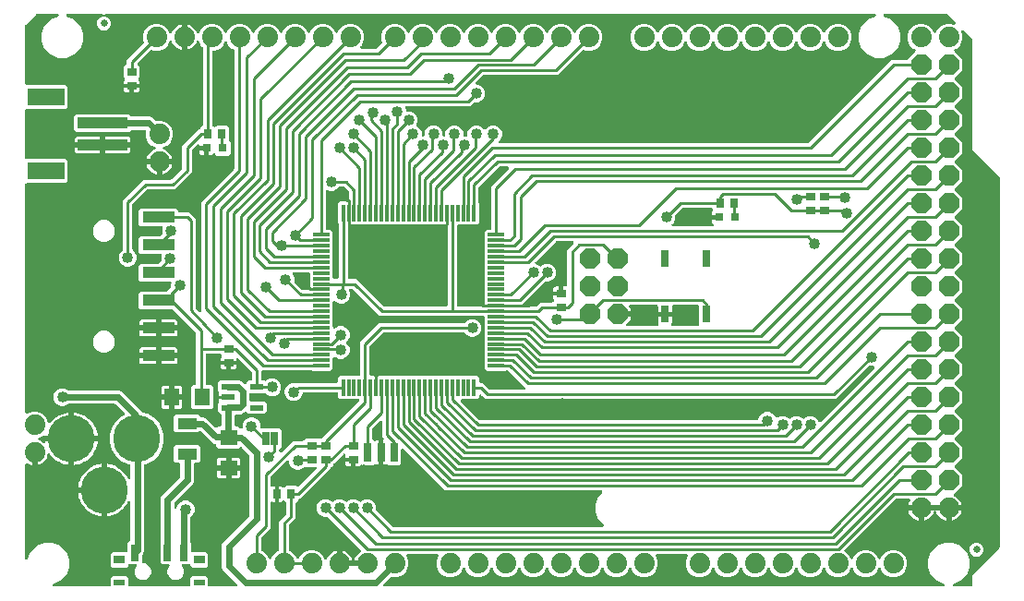
<source format=gbr>
G04 EAGLE Gerber RS-274X export*
G75*
%MOMM*%
%FSLAX34Y34*%
%LPD*%
%INTop Copper*%
%IPPOS*%
%AMOC8*
5,1,8,0,0,1.08239X$1,22.5*%
G01*
%ADD10R,1.500000X0.300000*%
%ADD11R,0.300000X1.500000*%
%ADD12P,2.034460X8X292.500000*%
%ADD13R,0.700000X1.700000*%
%ADD14C,1.879600*%
%ADD15P,2.034460X8X112.500000*%
%ADD16C,4.318000*%
%ADD17R,0.700000X0.900000*%
%ADD18R,0.900000X0.700000*%
%ADD19R,0.762000X1.524000*%
%ADD20R,0.800000X0.800000*%
%ADD21R,4.600000X1.000000*%
%ADD22R,3.400000X1.600000*%
%ADD23R,1.800000X1.000000*%
%ADD24R,1.200000X0.550000*%
%ADD25R,1.600000X1.400000*%
%ADD26R,1.400000X1.600000*%
%ADD27R,3.000000X1.000000*%
%ADD28R,0.635000X1.270000*%
%ADD29R,0.700000X1.500000*%
%ADD30R,1.000000X0.600000*%
%ADD31R,1.000000X0.800000*%
%ADD32C,0.635000*%
%ADD33C,0.254000*%
%ADD34C,1.016000*%
%ADD35C,0.203200*%
%ADD36C,0.609600*%

G36*
X81300Y4080D02*
X81300Y4080D01*
X81419Y4087D01*
X81457Y4100D01*
X81498Y4105D01*
X81608Y4148D01*
X81721Y4185D01*
X81756Y4207D01*
X81793Y4222D01*
X81889Y4291D01*
X81990Y4355D01*
X82018Y4385D01*
X82051Y4408D01*
X82127Y4500D01*
X82208Y4587D01*
X82228Y4622D01*
X82253Y4653D01*
X82304Y4761D01*
X82362Y4865D01*
X82372Y4905D01*
X82389Y4941D01*
X82411Y5058D01*
X82441Y5173D01*
X82445Y5233D01*
X82449Y5253D01*
X82447Y5274D01*
X82451Y5334D01*
X82451Y12043D01*
X84237Y13829D01*
X96763Y13829D01*
X98549Y12043D01*
X98549Y5334D01*
X98564Y5216D01*
X98571Y5097D01*
X98584Y5059D01*
X98589Y5018D01*
X98632Y4908D01*
X98669Y4795D01*
X98691Y4760D01*
X98706Y4723D01*
X98775Y4627D01*
X98839Y4526D01*
X98869Y4498D01*
X98892Y4465D01*
X98984Y4389D01*
X99071Y4308D01*
X99106Y4288D01*
X99137Y4263D01*
X99245Y4212D01*
X99349Y4154D01*
X99389Y4144D01*
X99425Y4127D01*
X99542Y4105D01*
X99657Y4075D01*
X99717Y4071D01*
X99737Y4067D01*
X99758Y4069D01*
X99818Y4065D01*
X154182Y4065D01*
X154300Y4080D01*
X154419Y4087D01*
X154457Y4100D01*
X154498Y4105D01*
X154608Y4148D01*
X154721Y4185D01*
X154756Y4207D01*
X154793Y4222D01*
X154889Y4291D01*
X154990Y4355D01*
X155018Y4385D01*
X155051Y4408D01*
X155127Y4500D01*
X155208Y4587D01*
X155228Y4622D01*
X155253Y4653D01*
X155304Y4761D01*
X155362Y4865D01*
X155372Y4905D01*
X155389Y4941D01*
X155411Y5058D01*
X155441Y5173D01*
X155445Y5233D01*
X155449Y5253D01*
X155447Y5274D01*
X155451Y5334D01*
X155451Y12043D01*
X157237Y13829D01*
X169763Y13829D01*
X171549Y12043D01*
X171549Y5334D01*
X171564Y5216D01*
X171571Y5097D01*
X171584Y5059D01*
X171589Y5018D01*
X171632Y4908D01*
X171669Y4795D01*
X171691Y4760D01*
X171706Y4723D01*
X171775Y4627D01*
X171839Y4526D01*
X171869Y4498D01*
X171892Y4465D01*
X171984Y4389D01*
X172071Y4308D01*
X172106Y4288D01*
X172137Y4263D01*
X172245Y4212D01*
X172349Y4154D01*
X172389Y4144D01*
X172425Y4127D01*
X172542Y4105D01*
X172657Y4075D01*
X172717Y4071D01*
X172737Y4067D01*
X172758Y4069D01*
X172818Y4065D01*
X197609Y4065D01*
X197747Y4082D01*
X197885Y4095D01*
X197904Y4102D01*
X197924Y4105D01*
X198054Y4156D01*
X198185Y4203D01*
X198201Y4214D01*
X198220Y4222D01*
X198333Y4303D01*
X198448Y4381D01*
X198461Y4397D01*
X198478Y4408D01*
X198566Y4516D01*
X198658Y4620D01*
X198667Y4638D01*
X198680Y4653D01*
X198739Y4779D01*
X198803Y4903D01*
X198807Y4923D01*
X198816Y4941D01*
X198842Y5077D01*
X198872Y5213D01*
X198872Y5234D01*
X198876Y5253D01*
X198867Y5392D01*
X198863Y5531D01*
X198857Y5551D01*
X198856Y5571D01*
X198813Y5703D01*
X198774Y5837D01*
X198764Y5854D01*
X198758Y5873D01*
X198684Y5991D01*
X198613Y6111D01*
X198594Y6132D01*
X198588Y6142D01*
X198573Y6156D01*
X198506Y6231D01*
X187225Y17513D01*
X185331Y19406D01*
X184403Y21647D01*
X184403Y41913D01*
X185331Y44154D01*
X209432Y68254D01*
X209492Y68332D01*
X209560Y68404D01*
X209589Y68457D01*
X209626Y68505D01*
X209666Y68596D01*
X209714Y68682D01*
X209729Y68741D01*
X209753Y68797D01*
X209768Y68895D01*
X209793Y68990D01*
X209799Y69090D01*
X209803Y69111D01*
X209801Y69123D01*
X209803Y69151D01*
X209803Y123949D01*
X209791Y124047D01*
X209788Y124146D01*
X209771Y124204D01*
X209763Y124264D01*
X209727Y124357D01*
X209699Y124452D01*
X209669Y124504D01*
X209646Y124560D01*
X209588Y124640D01*
X209538Y124726D01*
X209472Y124801D01*
X209460Y124817D01*
X209450Y124825D01*
X209432Y124846D01*
X202442Y131836D01*
X202348Y131909D01*
X202259Y131987D01*
X202223Y132006D01*
X202191Y132031D01*
X202081Y132078D01*
X201976Y132132D01*
X201936Y132141D01*
X201899Y132157D01*
X201781Y132176D01*
X201665Y132202D01*
X201625Y132200D01*
X201585Y132207D01*
X201466Y132196D01*
X201347Y132192D01*
X201309Y132181D01*
X201268Y132177D01*
X201156Y132137D01*
X201042Y132104D01*
X201007Y132083D01*
X200969Y132069D01*
X200870Y132002D01*
X200768Y131942D01*
X200723Y131902D01*
X200706Y131891D01*
X200692Y131875D01*
X200647Y131836D01*
X199763Y130951D01*
X181237Y130951D01*
X179451Y132737D01*
X179451Y133935D01*
X179436Y134053D01*
X179429Y134172D01*
X179416Y134210D01*
X179411Y134251D01*
X179368Y134361D01*
X179331Y134474D01*
X179309Y134509D01*
X179294Y134546D01*
X179225Y134642D01*
X179161Y134743D01*
X179131Y134771D01*
X179108Y134804D01*
X179016Y134880D01*
X178929Y134961D01*
X178894Y134981D01*
X178863Y135006D01*
X178755Y135057D01*
X178651Y135115D01*
X178611Y135125D01*
X178575Y135142D01*
X178458Y135164D01*
X178343Y135194D01*
X178283Y135198D01*
X178263Y135202D01*
X178242Y135200D01*
X178182Y135204D01*
X177526Y135204D01*
X175285Y136132D01*
X165112Y146306D01*
X165018Y146379D01*
X164929Y146457D01*
X164893Y146476D01*
X164861Y146501D01*
X164751Y146548D01*
X164646Y146602D01*
X164606Y146611D01*
X164569Y146627D01*
X164451Y146646D01*
X164335Y146672D01*
X164295Y146670D01*
X164255Y146677D01*
X164136Y146666D01*
X164017Y146662D01*
X163979Y146651D01*
X163938Y146647D01*
X163826Y146607D01*
X163712Y146574D01*
X163677Y146553D01*
X163639Y146539D01*
X163541Y146473D01*
X163438Y146412D01*
X163393Y146372D01*
X163376Y146361D01*
X163362Y146345D01*
X163317Y146306D01*
X162663Y145651D01*
X142137Y145651D01*
X140351Y147437D01*
X140351Y159963D01*
X142137Y161749D01*
X162663Y161749D01*
X164243Y160168D01*
X164321Y160108D01*
X164393Y160040D01*
X164446Y160011D01*
X164494Y159974D01*
X164585Y159934D01*
X164672Y159886D01*
X164730Y159871D01*
X164786Y159847D01*
X164884Y159832D01*
X164980Y159807D01*
X165080Y159801D01*
X165100Y159797D01*
X165113Y159799D01*
X165141Y159797D01*
X167553Y159797D01*
X169794Y158869D01*
X178528Y150134D01*
X178622Y150061D01*
X178711Y149983D01*
X178747Y149964D01*
X178779Y149939D01*
X178889Y149892D01*
X178994Y149838D01*
X179034Y149829D01*
X179071Y149813D01*
X179189Y149794D01*
X179305Y149768D01*
X179345Y149770D01*
X179385Y149763D01*
X179504Y149774D01*
X179623Y149778D01*
X179661Y149789D01*
X179702Y149793D01*
X179814Y149833D01*
X179928Y149866D01*
X179963Y149887D01*
X180001Y149901D01*
X180100Y149968D01*
X180202Y150028D01*
X180247Y150068D01*
X180264Y150079D01*
X180278Y150094D01*
X180323Y150134D01*
X181237Y151049D01*
X182833Y151049D01*
X182951Y151064D01*
X183070Y151071D01*
X183108Y151084D01*
X183149Y151089D01*
X183259Y151132D01*
X183372Y151169D01*
X183407Y151191D01*
X183444Y151206D01*
X183540Y151275D01*
X183641Y151339D01*
X183669Y151369D01*
X183702Y151392D01*
X183778Y151484D01*
X183859Y151571D01*
X183879Y151606D01*
X183904Y151637D01*
X183955Y151745D01*
X184013Y151849D01*
X184023Y151889D01*
X184040Y151925D01*
X184062Y152042D01*
X184092Y152157D01*
X184096Y152217D01*
X184100Y152237D01*
X184098Y152258D01*
X184102Y152318D01*
X184102Y161232D01*
X184087Y161350D01*
X184080Y161469D01*
X184067Y161507D01*
X184062Y161548D01*
X184019Y161658D01*
X183982Y161771D01*
X183960Y161806D01*
X183945Y161843D01*
X183876Y161939D01*
X183812Y162040D01*
X183782Y162068D01*
X183759Y162101D01*
X183667Y162177D01*
X183580Y162258D01*
X183545Y162278D01*
X183514Y162303D01*
X183406Y162354D01*
X183302Y162412D01*
X183262Y162422D01*
X183226Y162439D01*
X183109Y162461D01*
X182994Y162491D01*
X182943Y162494D01*
X181150Y164287D01*
X181150Y172313D01*
X181540Y172703D01*
X181605Y172787D01*
X181677Y172864D01*
X181702Y172912D01*
X181735Y172954D01*
X181777Y173051D01*
X181827Y173144D01*
X181840Y173197D01*
X181862Y173246D01*
X181878Y173351D01*
X181904Y173453D01*
X181903Y173507D01*
X181912Y173560D01*
X181902Y173666D01*
X181901Y173771D01*
X181884Y173855D01*
X181882Y173877D01*
X181877Y173892D01*
X181869Y173929D01*
X181658Y174716D01*
X181658Y176426D01*
X190094Y176426D01*
X190212Y176441D01*
X190331Y176448D01*
X190369Y176460D01*
X190409Y176466D01*
X190520Y176509D01*
X190633Y176546D01*
X190667Y176568D01*
X190705Y176583D01*
X190801Y176652D01*
X190902Y176716D01*
X190930Y176746D01*
X190962Y176769D01*
X191038Y176861D01*
X191120Y176948D01*
X191139Y176983D01*
X191165Y177014D01*
X191216Y177122D01*
X191273Y177226D01*
X191283Y177266D01*
X191301Y177302D01*
X191323Y177419D01*
X191353Y177534D01*
X191357Y177594D01*
X191360Y177614D01*
X191359Y177635D01*
X191363Y177695D01*
X191363Y177905D01*
X191348Y178023D01*
X191341Y178142D01*
X191328Y178180D01*
X191323Y178221D01*
X191279Y178331D01*
X191243Y178444D01*
X191221Y178479D01*
X191206Y178516D01*
X191136Y178612D01*
X191073Y178713D01*
X191043Y178741D01*
X191019Y178774D01*
X190928Y178850D01*
X190841Y178931D01*
X190806Y178951D01*
X190774Y178976D01*
X190667Y179027D01*
X190562Y179085D01*
X190523Y179095D01*
X190487Y179112D01*
X190370Y179134D01*
X190254Y179164D01*
X190194Y179168D01*
X190174Y179172D01*
X190154Y179170D01*
X190094Y179174D01*
X181658Y179174D01*
X181658Y180884D01*
X181869Y181671D01*
X181883Y181776D01*
X181907Y181879D01*
X181905Y181933D01*
X181912Y181986D01*
X181900Y182091D01*
X181897Y182197D01*
X181882Y182248D01*
X181876Y182302D01*
X181838Y182401D01*
X181808Y182502D01*
X181781Y182549D01*
X181762Y182599D01*
X181701Y182685D01*
X181647Y182776D01*
X181590Y182840D01*
X181578Y182858D01*
X181566Y182868D01*
X181540Y182897D01*
X181150Y183287D01*
X181150Y191313D01*
X182936Y193099D01*
X188014Y193099D01*
X188024Y193100D01*
X188033Y193099D01*
X188182Y193120D01*
X188330Y193139D01*
X188339Y193142D01*
X188348Y193143D01*
X188500Y193195D01*
X188986Y193397D01*
X200501Y193397D01*
X202742Y192469D01*
X204986Y190225D01*
X205095Y190139D01*
X205202Y190051D01*
X205221Y190042D01*
X205237Y190030D01*
X205365Y189974D01*
X205490Y189915D01*
X205510Y189911D01*
X205529Y189903D01*
X205667Y189881D01*
X205803Y189855D01*
X205823Y189857D01*
X205843Y189853D01*
X205982Y189867D01*
X206120Y189875D01*
X206139Y189881D01*
X206159Y189883D01*
X206291Y189930D01*
X206422Y189973D01*
X206440Y189984D01*
X206459Y189991D01*
X206574Y190069D01*
X206691Y190143D01*
X206705Y190158D01*
X206722Y190169D01*
X206814Y190274D01*
X206909Y190375D01*
X206919Y190393D01*
X206932Y190408D01*
X206996Y190532D01*
X207063Y190653D01*
X207068Y190673D01*
X207077Y190691D01*
X207107Y190827D01*
X207142Y190961D01*
X207144Y190989D01*
X207147Y191001D01*
X207146Y191022D01*
X207152Y191122D01*
X207152Y191313D01*
X208938Y193099D01*
X210613Y193099D01*
X210731Y193114D01*
X210850Y193121D01*
X210888Y193134D01*
X210929Y193139D01*
X211039Y193182D01*
X211152Y193219D01*
X211187Y193241D01*
X211224Y193256D01*
X211320Y193325D01*
X211421Y193389D01*
X211449Y193419D01*
X211482Y193442D01*
X211558Y193534D01*
X211639Y193621D01*
X211659Y193656D01*
X211684Y193687D01*
X211735Y193795D01*
X211793Y193899D01*
X211803Y193939D01*
X211820Y193975D01*
X211842Y194092D01*
X211872Y194207D01*
X211876Y194267D01*
X211880Y194287D01*
X211878Y194308D01*
X211882Y194368D01*
X211882Y200584D01*
X211870Y200683D01*
X211867Y200782D01*
X211850Y200840D01*
X211842Y200900D01*
X211806Y200992D01*
X211778Y201087D01*
X211748Y201139D01*
X211725Y201196D01*
X211667Y201276D01*
X211617Y201361D01*
X211551Y201436D01*
X211539Y201453D01*
X211529Y201461D01*
X211511Y201482D01*
X199707Y213285D01*
X199598Y213370D01*
X199491Y213459D01*
X199472Y213467D01*
X199456Y213480D01*
X199328Y213535D01*
X199203Y213594D01*
X199183Y213598D01*
X199164Y213606D01*
X199026Y213628D01*
X198890Y213654D01*
X198870Y213653D01*
X198850Y213656D01*
X198711Y213643D01*
X198573Y213634D01*
X198554Y213628D01*
X198534Y213626D01*
X198402Y213579D01*
X198271Y213536D01*
X198253Y213526D01*
X198234Y213519D01*
X198119Y213441D01*
X198002Y213366D01*
X197988Y213351D01*
X197971Y213340D01*
X197879Y213236D01*
X197784Y213135D01*
X197774Y213117D01*
X197761Y213102D01*
X197697Y212978D01*
X197630Y212856D01*
X197625Y212836D01*
X197616Y212818D01*
X197586Y212683D01*
X197551Y212548D01*
X197549Y212520D01*
X197546Y212508D01*
X197547Y212488D01*
X197541Y212387D01*
X197541Y211149D01*
X190980Y211149D01*
X190862Y211134D01*
X190743Y211127D01*
X190705Y211114D01*
X190665Y211109D01*
X190554Y211066D01*
X190506Y211050D01*
X190488Y211060D01*
X190449Y211070D01*
X190413Y211087D01*
X190296Y211109D01*
X190180Y211139D01*
X190120Y211143D01*
X190100Y211147D01*
X190080Y211145D01*
X190020Y211149D01*
X183459Y211149D01*
X183459Y213234D01*
X183632Y213881D01*
X183967Y214460D01*
X184150Y214643D01*
X184223Y214737D01*
X184302Y214827D01*
X184320Y214863D01*
X184345Y214895D01*
X184392Y215004D01*
X184447Y215110D01*
X184455Y215149D01*
X184471Y215186D01*
X184490Y215304D01*
X184516Y215420D01*
X184515Y215461D01*
X184521Y215501D01*
X184510Y215619D01*
X184507Y215738D01*
X184495Y215777D01*
X184491Y215817D01*
X184451Y215929D01*
X184418Y216044D01*
X184398Y216078D01*
X184384Y216116D01*
X184317Y216215D01*
X184257Y216317D01*
X184217Y216363D01*
X184205Y216380D01*
X184190Y216393D01*
X184150Y216438D01*
X182879Y217710D01*
X182801Y217770D01*
X182729Y217838D01*
X182675Y217867D01*
X182628Y217904D01*
X182537Y217944D01*
X182450Y217992D01*
X182391Y218007D01*
X182336Y218031D01*
X182238Y218046D01*
X182142Y218071D01*
X182042Y218077D01*
X182022Y218081D01*
X182009Y218079D01*
X181981Y218081D01*
X170688Y218081D01*
X170570Y218066D01*
X170451Y218059D01*
X170413Y218046D01*
X170372Y218041D01*
X170262Y217998D01*
X170149Y217961D01*
X170114Y217939D01*
X170077Y217924D01*
X169981Y217855D01*
X169880Y217791D01*
X169852Y217761D01*
X169819Y217738D01*
X169743Y217646D01*
X169662Y217559D01*
X169642Y217524D01*
X169617Y217493D01*
X169566Y217385D01*
X169508Y217281D01*
X169498Y217241D01*
X169481Y217205D01*
X169459Y217088D01*
X169429Y216973D01*
X169425Y216913D01*
X169421Y216893D01*
X169423Y216872D01*
X169419Y216812D01*
X169419Y190118D01*
X169434Y190000D01*
X169441Y189881D01*
X169454Y189843D01*
X169459Y189802D01*
X169502Y189692D01*
X169539Y189579D01*
X169561Y189544D01*
X169576Y189507D01*
X169645Y189411D01*
X169709Y189310D01*
X169739Y189282D01*
X169762Y189249D01*
X169854Y189173D01*
X169941Y189092D01*
X169976Y189072D01*
X170007Y189047D01*
X170115Y188996D01*
X170219Y188938D01*
X170259Y188928D01*
X170295Y188911D01*
X170412Y188889D01*
X170527Y188859D01*
X170587Y188855D01*
X170607Y188851D01*
X170628Y188853D01*
X170688Y188849D01*
X174663Y188849D01*
X176449Y187063D01*
X176449Y168537D01*
X174663Y166751D01*
X158137Y166751D01*
X156351Y168537D01*
X156351Y187063D01*
X158137Y188849D01*
X159512Y188849D01*
X159630Y188864D01*
X159749Y188871D01*
X159787Y188884D01*
X159828Y188889D01*
X159938Y188932D01*
X160051Y188969D01*
X160086Y188991D01*
X160123Y189006D01*
X160219Y189075D01*
X160320Y189139D01*
X160348Y189169D01*
X160381Y189192D01*
X160457Y189284D01*
X160538Y189371D01*
X160558Y189406D01*
X160583Y189437D01*
X160634Y189545D01*
X160692Y189649D01*
X160702Y189689D01*
X160719Y189725D01*
X160741Y189842D01*
X160771Y189957D01*
X160775Y190017D01*
X160779Y190037D01*
X160777Y190058D01*
X160781Y190118D01*
X160781Y236445D01*
X160769Y236544D01*
X160766Y236643D01*
X160749Y236701D01*
X160741Y236761D01*
X160705Y236853D01*
X160677Y236948D01*
X160647Y237000D01*
X160624Y237057D01*
X160566Y237137D01*
X160516Y237222D01*
X160450Y237297D01*
X160438Y237314D01*
X160428Y237322D01*
X160410Y237343D01*
X139473Y258280D01*
X139395Y258340D01*
X139322Y258408D01*
X139269Y258437D01*
X139222Y258474D01*
X139131Y258514D01*
X139044Y258562D01*
X138985Y258577D01*
X138930Y258601D01*
X138832Y258616D01*
X138736Y258641D01*
X138636Y258647D01*
X138616Y258651D01*
X138603Y258649D01*
X138575Y258651D01*
X109937Y258651D01*
X108151Y260437D01*
X108151Y272963D01*
X109937Y274749D01*
X133495Y274749D01*
X133594Y274761D01*
X133693Y274764D01*
X133751Y274781D01*
X133811Y274789D01*
X133903Y274825D01*
X133998Y274853D01*
X134050Y274883D01*
X134107Y274906D01*
X134187Y274964D01*
X134272Y275014D01*
X134347Y275080D01*
X134364Y275092D01*
X134372Y275102D01*
X134393Y275120D01*
X137550Y278277D01*
X137610Y278355D01*
X137678Y278428D01*
X137707Y278481D01*
X137744Y278528D01*
X137784Y278619D01*
X137832Y278706D01*
X137847Y278765D01*
X137871Y278820D01*
X137886Y278918D01*
X137911Y279014D01*
X137917Y279114D01*
X137921Y279134D01*
X137919Y279147D01*
X137921Y279175D01*
X137921Y282287D01*
X137925Y282296D01*
X137938Y282344D01*
X137959Y282389D01*
X137980Y282497D01*
X138009Y282603D01*
X138010Y282653D01*
X138019Y282702D01*
X138012Y282811D01*
X138014Y282921D01*
X138003Y282969D01*
X137999Y283019D01*
X137966Y283123D01*
X137940Y283230D01*
X137917Y283274D01*
X137901Y283321D01*
X137843Y283414D01*
X137791Y283511D01*
X137758Y283548D01*
X137731Y283590D01*
X137651Y283665D01*
X137577Y283747D01*
X137536Y283774D01*
X137500Y283808D01*
X137404Y283861D01*
X137312Y283921D01*
X137265Y283938D01*
X137221Y283962D01*
X137115Y283989D01*
X137011Y284025D01*
X136961Y284029D01*
X136913Y284041D01*
X136753Y284051D01*
X109937Y284051D01*
X108151Y285837D01*
X108151Y298363D01*
X109937Y300149D01*
X125621Y300149D01*
X125720Y300161D01*
X125819Y300164D01*
X125877Y300181D01*
X125937Y300189D01*
X126029Y300225D01*
X126124Y300253D01*
X126176Y300283D01*
X126233Y300306D01*
X126313Y300364D01*
X126398Y300414D01*
X126473Y300480D01*
X126490Y300492D01*
X126498Y300502D01*
X126519Y300520D01*
X128406Y302407D01*
X128466Y302485D01*
X128534Y302557D01*
X128563Y302610D01*
X128600Y302658D01*
X128640Y302749D01*
X128688Y302836D01*
X128703Y302895D01*
X128727Y302950D01*
X128742Y303048D01*
X128767Y303144D01*
X128773Y303244D01*
X128777Y303264D01*
X128775Y303277D01*
X128777Y303305D01*
X128777Y306417D01*
X129307Y307696D01*
X129320Y307744D01*
X129341Y307789D01*
X129362Y307897D01*
X129391Y308003D01*
X129392Y308053D01*
X129401Y308102D01*
X129394Y308211D01*
X129396Y308321D01*
X129385Y308369D01*
X129382Y308419D01*
X129348Y308523D01*
X129322Y308630D01*
X129299Y308674D01*
X129283Y308721D01*
X129225Y308814D01*
X129173Y308911D01*
X129140Y308948D01*
X129113Y308990D01*
X129033Y309065D01*
X128959Y309147D01*
X128918Y309174D01*
X128882Y309208D01*
X128786Y309261D01*
X128694Y309321D01*
X128647Y309338D01*
X128603Y309362D01*
X128497Y309389D01*
X128393Y309425D01*
X128343Y309429D01*
X128295Y309441D01*
X128135Y309451D01*
X109937Y309451D01*
X108151Y311237D01*
X108151Y323763D01*
X109937Y325549D01*
X127615Y325549D01*
X127714Y325561D01*
X127813Y325564D01*
X127871Y325581D01*
X127931Y325589D01*
X128023Y325625D01*
X128118Y325653D01*
X128170Y325683D01*
X128227Y325706D01*
X128307Y325764D01*
X128392Y325814D01*
X128467Y325880D01*
X128484Y325892D01*
X128492Y325902D01*
X128513Y325920D01*
X129419Y326826D01*
X129437Y326850D01*
X129459Y326869D01*
X129523Y326959D01*
X129592Y327043D01*
X129601Y327061D01*
X129614Y327078D01*
X129625Y327105D01*
X129642Y327129D01*
X129682Y327234D01*
X129728Y327331D01*
X129731Y327349D01*
X129740Y327370D01*
X129745Y327399D01*
X129755Y327426D01*
X129768Y327540D01*
X129788Y327643D01*
X129786Y327661D01*
X129790Y327684D01*
X129787Y327713D01*
X129790Y327742D01*
X129774Y327857D01*
X129768Y327960D01*
X129762Y327977D01*
X129760Y328000D01*
X129750Y328028D01*
X129746Y328057D01*
X129694Y328210D01*
X129539Y328583D01*
X129539Y331817D01*
X130069Y333096D01*
X130082Y333144D01*
X130103Y333189D01*
X130124Y333297D01*
X130153Y333403D01*
X130154Y333453D01*
X130163Y333502D01*
X130156Y333611D01*
X130158Y333721D01*
X130147Y333769D01*
X130144Y333819D01*
X130110Y333923D01*
X130084Y334030D01*
X130061Y334074D01*
X130045Y334121D01*
X129987Y334214D01*
X129935Y334311D01*
X129902Y334348D01*
X129875Y334390D01*
X129795Y334465D01*
X129721Y334547D01*
X129680Y334574D01*
X129644Y334608D01*
X129548Y334661D01*
X129456Y334721D01*
X129409Y334738D01*
X129365Y334762D01*
X129259Y334789D01*
X129155Y334825D01*
X129105Y334829D01*
X129057Y334841D01*
X128897Y334851D01*
X109937Y334851D01*
X108151Y336637D01*
X108151Y349163D01*
X109937Y350949D01*
X142463Y350949D01*
X144249Y349163D01*
X144249Y348488D01*
X144264Y348370D01*
X144271Y348251D01*
X144284Y348213D01*
X144289Y348172D01*
X144332Y348062D01*
X144369Y347949D01*
X144391Y347914D01*
X144406Y347877D01*
X144475Y347781D01*
X144539Y347680D01*
X144569Y347652D01*
X144592Y347619D01*
X144684Y347543D01*
X144771Y347462D01*
X144806Y347442D01*
X144837Y347417D01*
X144945Y347366D01*
X145049Y347308D01*
X145089Y347298D01*
X145125Y347281D01*
X145242Y347259D01*
X145357Y347229D01*
X145417Y347225D01*
X145437Y347221D01*
X145458Y347223D01*
X145518Y347219D01*
X154189Y347219D01*
X160275Y341133D01*
X160275Y259786D01*
X160285Y259704D01*
X160285Y259622D01*
X160305Y259547D01*
X160315Y259471D01*
X160345Y259394D01*
X160366Y259314D01*
X160403Y259247D01*
X160432Y259175D01*
X160480Y259108D01*
X160520Y259036D01*
X160614Y258923D01*
X160618Y258918D01*
X160620Y258916D01*
X160624Y258912D01*
X163418Y255970D01*
X163535Y255873D01*
X163657Y255772D01*
X163661Y255771D01*
X163664Y255768D01*
X163804Y255703D01*
X163945Y255637D01*
X163949Y255636D01*
X163952Y255634D01*
X164108Y255606D01*
X164258Y255577D01*
X164261Y255577D01*
X164265Y255576D01*
X164421Y255587D01*
X164575Y255597D01*
X164578Y255598D01*
X164582Y255598D01*
X164730Y255647D01*
X164877Y255695D01*
X164881Y255697D01*
X164884Y255698D01*
X165014Y255781D01*
X165146Y255865D01*
X165149Y255868D01*
X165152Y255870D01*
X165257Y255982D01*
X165364Y256097D01*
X165366Y256100D01*
X165368Y256103D01*
X165443Y256239D01*
X165518Y256375D01*
X165519Y256379D01*
X165520Y256382D01*
X165559Y256534D01*
X165597Y256683D01*
X165597Y256688D01*
X165598Y256690D01*
X165598Y256697D01*
X165607Y256844D01*
X165607Y356881D01*
X195462Y386735D01*
X195522Y386813D01*
X195590Y386886D01*
X195619Y386939D01*
X195656Y386986D01*
X195696Y387077D01*
X195744Y387164D01*
X195759Y387223D01*
X195783Y387278D01*
X195798Y387376D01*
X195823Y387472D01*
X195829Y387572D01*
X195833Y387592D01*
X195831Y387605D01*
X195833Y387633D01*
X195833Y495679D01*
X195830Y495708D01*
X195832Y495738D01*
X195810Y495866D01*
X195793Y495995D01*
X195783Y496022D01*
X195778Y496051D01*
X195724Y496170D01*
X195676Y496290D01*
X195659Y496314D01*
X195647Y496341D01*
X195566Y496443D01*
X195490Y496548D01*
X195467Y496566D01*
X195448Y496589D01*
X195345Y496668D01*
X195245Y496750D01*
X195218Y496763D01*
X195194Y496781D01*
X195050Y496852D01*
X193609Y497448D01*
X190108Y500950D01*
X189133Y503305D01*
X189064Y503425D01*
X188999Y503548D01*
X188985Y503563D01*
X188975Y503581D01*
X188878Y503681D01*
X188785Y503784D01*
X188768Y503795D01*
X188754Y503809D01*
X188635Y503882D01*
X188519Y503958D01*
X188500Y503965D01*
X188483Y503976D01*
X188350Y504017D01*
X188218Y504062D01*
X188198Y504063D01*
X188179Y504069D01*
X188040Y504076D01*
X187901Y504087D01*
X187881Y504083D01*
X187861Y504084D01*
X187725Y504056D01*
X187588Y504032D01*
X187569Y504024D01*
X187550Y504020D01*
X187424Y503959D01*
X187298Y503902D01*
X187282Y503889D01*
X187264Y503880D01*
X187158Y503790D01*
X187050Y503703D01*
X187037Y503687D01*
X187022Y503674D01*
X186942Y503560D01*
X186858Y503449D01*
X186846Y503424D01*
X186839Y503414D01*
X186832Y503395D01*
X186787Y503305D01*
X185812Y500949D01*
X182310Y497448D01*
X177736Y495553D01*
X176888Y495553D01*
X176770Y495538D01*
X176651Y495531D01*
X176613Y495518D01*
X176572Y495513D01*
X176462Y495470D01*
X176349Y495433D01*
X176314Y495411D01*
X176277Y495396D01*
X176181Y495327D01*
X176080Y495263D01*
X176052Y495233D01*
X176019Y495210D01*
X175943Y495118D01*
X175862Y495031D01*
X175842Y494996D01*
X175817Y494965D01*
X175766Y494857D01*
X175708Y494753D01*
X175698Y494713D01*
X175681Y494677D01*
X175659Y494560D01*
X175629Y494445D01*
X175625Y494385D01*
X175621Y494365D01*
X175623Y494344D01*
X175619Y494284D01*
X175619Y427619D01*
X175631Y427520D01*
X175634Y427421D01*
X175651Y427363D01*
X175659Y427303D01*
X175695Y427211D01*
X175723Y427116D01*
X175753Y427064D01*
X175776Y427007D01*
X175834Y426927D01*
X175884Y426842D01*
X175950Y426767D01*
X175962Y426750D01*
X175972Y426742D01*
X175990Y426721D01*
X176903Y425809D01*
X176987Y425743D01*
X177034Y425699D01*
X177046Y425693D01*
X177086Y425657D01*
X177122Y425639D01*
X177154Y425614D01*
X177263Y425567D01*
X177369Y425513D01*
X177408Y425504D01*
X177446Y425488D01*
X177563Y425469D01*
X177679Y425443D01*
X177720Y425444D01*
X177760Y425438D01*
X177878Y425449D01*
X177997Y425453D01*
X178036Y425464D01*
X178076Y425468D01*
X178188Y425508D01*
X178303Y425541D01*
X178338Y425562D01*
X178376Y425575D01*
X178474Y425642D01*
X178577Y425703D01*
X178622Y425742D01*
X178639Y425754D01*
X178652Y425769D01*
X178685Y425798D01*
X178687Y425799D01*
X178688Y425801D01*
X178698Y425809D01*
X179537Y426649D01*
X189063Y426649D01*
X190849Y424863D01*
X190849Y413689D01*
X190861Y413590D01*
X190864Y413491D01*
X190881Y413433D01*
X190889Y413373D01*
X190925Y413281D01*
X190953Y413186D01*
X190983Y413134D01*
X191006Y413077D01*
X191064Y412997D01*
X191114Y412912D01*
X191180Y412837D01*
X191192Y412820D01*
X191202Y412812D01*
X191220Y412791D01*
X192349Y411663D01*
X192349Y401137D01*
X190563Y399351D01*
X180037Y399351D01*
X178314Y401075D01*
X178214Y401152D01*
X178119Y401234D01*
X178089Y401249D01*
X178062Y401270D01*
X177947Y401320D01*
X177834Y401376D01*
X177801Y401383D01*
X177770Y401396D01*
X177646Y401416D01*
X177523Y401442D01*
X177490Y401441D01*
X177456Y401446D01*
X177331Y401434D01*
X177205Y401429D01*
X177173Y401419D01*
X177140Y401416D01*
X177021Y401374D01*
X176901Y401337D01*
X176872Y401320D01*
X176840Y401309D01*
X176736Y401238D01*
X176629Y401173D01*
X176605Y401149D01*
X176577Y401130D01*
X176494Y401035D01*
X176406Y400946D01*
X176379Y400905D01*
X176367Y400892D01*
X176357Y400872D01*
X176340Y400847D01*
X175860Y400367D01*
X175281Y400032D01*
X174634Y399859D01*
X172299Y399859D01*
X172299Y405670D01*
X172284Y405788D01*
X172277Y405907D01*
X172264Y405945D01*
X172259Y405985D01*
X172216Y406096D01*
X172179Y406209D01*
X172157Y406243D01*
X172142Y406281D01*
X172073Y406377D01*
X172009Y406478D01*
X171979Y406506D01*
X171956Y406538D01*
X171864Y406614D01*
X171777Y406696D01*
X171742Y406715D01*
X171711Y406741D01*
X171603Y406792D01*
X171499Y406849D01*
X171459Y406859D01*
X171423Y406877D01*
X171306Y406899D01*
X171191Y406929D01*
X171131Y406933D01*
X171111Y406936D01*
X171090Y406935D01*
X171030Y406939D01*
X170839Y406939D01*
X170839Y407130D01*
X170824Y407248D01*
X170817Y407367D01*
X170804Y407405D01*
X170799Y407446D01*
X170755Y407556D01*
X170719Y407669D01*
X170697Y407704D01*
X170682Y407741D01*
X170612Y407837D01*
X170549Y407938D01*
X170519Y407966D01*
X170495Y407999D01*
X170404Y408075D01*
X170317Y408156D01*
X170282Y408176D01*
X170250Y408201D01*
X170143Y408252D01*
X170038Y408310D01*
X169999Y408320D01*
X169963Y408337D01*
X169846Y408359D01*
X169730Y408389D01*
X169670Y408393D01*
X169650Y408397D01*
X169630Y408395D01*
X169570Y408399D01*
X163759Y408399D01*
X163759Y408587D01*
X163742Y408725D01*
X163729Y408864D01*
X163722Y408883D01*
X163719Y408903D01*
X163668Y409032D01*
X163621Y409163D01*
X163610Y409180D01*
X163602Y409199D01*
X163521Y409311D01*
X163443Y409426D01*
X163427Y409440D01*
X163416Y409456D01*
X163308Y409545D01*
X163204Y409637D01*
X163186Y409646D01*
X163171Y409659D01*
X163045Y409718D01*
X162921Y409781D01*
X162901Y409786D01*
X162883Y409794D01*
X162747Y409820D01*
X162611Y409851D01*
X162590Y409850D01*
X162571Y409854D01*
X162432Y409845D01*
X162293Y409841D01*
X162273Y409836D01*
X162253Y409834D01*
X162121Y409792D01*
X161987Y409753D01*
X161970Y409743D01*
X161951Y409736D01*
X161833Y409662D01*
X161713Y409591D01*
X161692Y409573D01*
X161682Y409566D01*
X161668Y409551D01*
X161593Y409485D01*
X157090Y404983D01*
X157030Y404905D01*
X156962Y404832D01*
X156933Y404779D01*
X156896Y404732D01*
X156856Y404641D01*
X156808Y404554D01*
X156793Y404495D01*
X156769Y404440D01*
X156754Y404342D01*
X156729Y404246D01*
X156723Y404146D01*
X156719Y404126D01*
X156721Y404113D01*
X156719Y404085D01*
X156719Y384037D01*
X141235Y368553D01*
X116615Y368553D01*
X116516Y368541D01*
X116417Y368538D01*
X116359Y368521D01*
X116299Y368513D01*
X116207Y368477D01*
X116112Y368449D01*
X116060Y368419D01*
X116003Y368396D01*
X115923Y368338D01*
X115838Y368288D01*
X115763Y368222D01*
X115746Y368210D01*
X115738Y368200D01*
X115717Y368182D01*
X102734Y355199D01*
X102674Y355121D01*
X102606Y355048D01*
X102577Y354995D01*
X102540Y354948D01*
X102500Y354857D01*
X102452Y354770D01*
X102437Y354711D01*
X102413Y354656D01*
X102398Y354558D01*
X102373Y354462D01*
X102367Y354362D01*
X102363Y354342D01*
X102365Y354329D01*
X102363Y354301D01*
X102363Y313519D01*
X102375Y313421D01*
X102378Y313322D01*
X102395Y313263D01*
X102403Y313203D01*
X102439Y313111D01*
X102467Y313016D01*
X102497Y312964D01*
X102520Y312908D01*
X102578Y312828D01*
X102628Y312742D01*
X102694Y312667D01*
X102706Y312650D01*
X102716Y312642D01*
X102734Y312621D01*
X104935Y310421D01*
X106173Y307433D01*
X106173Y304199D01*
X104935Y301211D01*
X102649Y298925D01*
X99661Y297687D01*
X96427Y297687D01*
X93439Y298925D01*
X91153Y301211D01*
X89915Y304199D01*
X89915Y307433D01*
X91153Y310421D01*
X93354Y312621D01*
X93414Y312700D01*
X93482Y312772D01*
X93511Y312825D01*
X93548Y312873D01*
X93588Y312964D01*
X93636Y313050D01*
X93651Y313109D01*
X93675Y313164D01*
X93690Y313262D01*
X93715Y313358D01*
X93721Y313458D01*
X93725Y313479D01*
X93723Y313491D01*
X93725Y313519D01*
X93725Y358405D01*
X112511Y377191D01*
X137131Y377191D01*
X137230Y377203D01*
X137329Y377206D01*
X137387Y377223D01*
X137447Y377231D01*
X137539Y377267D01*
X137634Y377295D01*
X137686Y377325D01*
X137743Y377348D01*
X137823Y377406D01*
X137908Y377456D01*
X137983Y377522D01*
X138000Y377534D01*
X138008Y377544D01*
X138029Y377562D01*
X147710Y387243D01*
X147770Y387321D01*
X147838Y387394D01*
X147867Y387447D01*
X147904Y387494D01*
X147944Y387585D01*
X147992Y387672D01*
X148007Y387731D01*
X148031Y387786D01*
X148046Y387884D01*
X148071Y387980D01*
X148077Y388080D01*
X148081Y388100D01*
X148079Y388113D01*
X148081Y388141D01*
X148081Y408189D01*
X163311Y423419D01*
X163482Y423419D01*
X163600Y423434D01*
X163719Y423441D01*
X163757Y423454D01*
X163798Y423459D01*
X163908Y423502D01*
X164021Y423539D01*
X164056Y423561D01*
X164093Y423576D01*
X164189Y423645D01*
X164290Y423709D01*
X164318Y423739D01*
X164351Y423762D01*
X164427Y423854D01*
X164508Y423941D01*
X164528Y423976D01*
X164553Y424007D01*
X164604Y424115D01*
X164662Y424219D01*
X164672Y424259D01*
X164689Y424295D01*
X164711Y424412D01*
X164741Y424527D01*
X164745Y424587D01*
X164749Y424607D01*
X164747Y424628D01*
X164751Y424688D01*
X164751Y424863D01*
X166610Y426721D01*
X166670Y426799D01*
X166738Y426871D01*
X166767Y426924D01*
X166804Y426972D01*
X166844Y427063D01*
X166892Y427150D01*
X166907Y427209D01*
X166931Y427264D01*
X166946Y427362D01*
X166971Y427458D01*
X166977Y427558D01*
X166981Y427578D01*
X166979Y427591D01*
X166981Y427619D01*
X166981Y498151D01*
X166969Y498249D01*
X166966Y498348D01*
X166949Y498406D01*
X166941Y498466D01*
X166905Y498558D01*
X166877Y498653D01*
X166847Y498706D01*
X166824Y498762D01*
X166766Y498842D01*
X166716Y498927D01*
X166650Y499003D01*
X166638Y499019D01*
X166628Y499027D01*
X166610Y499048D01*
X164708Y500950D01*
X163455Y503975D01*
X163440Y504001D01*
X163431Y504030D01*
X163361Y504139D01*
X163297Y504252D01*
X163276Y504273D01*
X163260Y504298D01*
X163166Y504387D01*
X163076Y504480D01*
X163050Y504496D01*
X163029Y504516D01*
X162915Y504579D01*
X162805Y504646D01*
X162776Y504655D01*
X162750Y504669D01*
X162625Y504702D01*
X162501Y504740D01*
X162471Y504741D01*
X162442Y504749D01*
X162312Y504749D01*
X162183Y504755D01*
X162154Y504749D01*
X162124Y504749D01*
X161999Y504717D01*
X161872Y504691D01*
X161845Y504678D01*
X161816Y504670D01*
X161703Y504608D01*
X161586Y504551D01*
X161563Y504532D01*
X161537Y504517D01*
X161443Y504429D01*
X161344Y504345D01*
X161327Y504320D01*
X161305Y504300D01*
X161236Y504191D01*
X161161Y504085D01*
X161150Y504057D01*
X161134Y504031D01*
X161075Y503882D01*
X160924Y503417D01*
X160071Y501743D01*
X158966Y500222D01*
X157638Y498894D01*
X156117Y497789D01*
X154443Y496936D01*
X152656Y496355D01*
X152399Y496315D01*
X152399Y506730D01*
X152384Y506848D01*
X152377Y506967D01*
X152364Y507005D01*
X152359Y507045D01*
X152316Y507156D01*
X152279Y507269D01*
X152257Y507303D01*
X152242Y507341D01*
X152172Y507437D01*
X152109Y507538D01*
X152079Y507566D01*
X152055Y507598D01*
X151964Y507674D01*
X151877Y507756D01*
X151842Y507775D01*
X151811Y507801D01*
X151703Y507852D01*
X151599Y507909D01*
X151559Y507920D01*
X151523Y507937D01*
X151406Y507959D01*
X151291Y507989D01*
X151230Y507993D01*
X151210Y507997D01*
X151190Y507995D01*
X151130Y507999D01*
X148590Y507999D01*
X148472Y507984D01*
X148353Y507977D01*
X148315Y507964D01*
X148274Y507959D01*
X148164Y507915D01*
X148051Y507879D01*
X148016Y507857D01*
X147979Y507842D01*
X147883Y507772D01*
X147782Y507709D01*
X147754Y507679D01*
X147721Y507655D01*
X147646Y507564D01*
X147564Y507477D01*
X147544Y507442D01*
X147519Y507410D01*
X147468Y507303D01*
X147410Y507198D01*
X147400Y507159D01*
X147383Y507123D01*
X147361Y507006D01*
X147331Y506891D01*
X147327Y506830D01*
X147323Y506810D01*
X147325Y506790D01*
X147321Y506730D01*
X147321Y496315D01*
X147064Y496355D01*
X145277Y496936D01*
X143603Y497789D01*
X142082Y498894D01*
X140754Y500222D01*
X139649Y501743D01*
X138796Y503417D01*
X138645Y503882D01*
X138632Y503909D01*
X138625Y503938D01*
X138565Y504052D01*
X138510Y504170D01*
X138491Y504193D01*
X138477Y504219D01*
X138390Y504315D01*
X138307Y504415D01*
X138283Y504432D01*
X138263Y504454D01*
X138154Y504526D01*
X138050Y504602D01*
X138022Y504613D01*
X137997Y504629D01*
X137874Y504671D01*
X137754Y504719D01*
X137724Y504723D01*
X137696Y504732D01*
X137567Y504743D01*
X137439Y504759D01*
X137409Y504755D01*
X137379Y504758D01*
X137251Y504735D01*
X137123Y504719D01*
X137095Y504708D01*
X137066Y504703D01*
X136948Y504650D01*
X136827Y504602D01*
X136803Y504585D01*
X136776Y504573D01*
X136675Y504492D01*
X136570Y504416D01*
X136551Y504393D01*
X136527Y504374D01*
X136449Y504270D01*
X136367Y504171D01*
X136354Y504144D01*
X136336Y504120D01*
X136265Y503975D01*
X135012Y500950D01*
X131510Y497448D01*
X126936Y495553D01*
X121984Y495553D01*
X120036Y496360D01*
X120007Y496368D01*
X119981Y496381D01*
X119855Y496410D01*
X119729Y496444D01*
X119700Y496445D01*
X119671Y496451D01*
X119541Y496447D01*
X119411Y496449D01*
X119383Y496442D01*
X119353Y496441D01*
X119228Y496405D01*
X119102Y496375D01*
X119076Y496361D01*
X119048Y496353D01*
X118936Y496287D01*
X118821Y496226D01*
X118799Y496207D01*
X118774Y496192D01*
X118653Y496085D01*
X107337Y484769D01*
X107264Y484675D01*
X107185Y484586D01*
X107167Y484550D01*
X107142Y484518D01*
X107095Y484409D01*
X107041Y484303D01*
X107032Y484264D01*
X107016Y484226D01*
X106997Y484109D01*
X106971Y483993D01*
X106972Y483952D01*
X106966Y483912D01*
X106977Y483794D01*
X106981Y483675D01*
X106992Y483636D01*
X106996Y483596D01*
X107036Y483483D01*
X107069Y483369D01*
X107090Y483334D01*
X107103Y483296D01*
X107170Y483198D01*
X107231Y483095D01*
X107271Y483050D01*
X107282Y483033D01*
X107297Y483020D01*
X107337Y482974D01*
X109149Y481163D01*
X109149Y471637D01*
X107950Y470438D01*
X107877Y470344D01*
X107798Y470255D01*
X107780Y470219D01*
X107755Y470187D01*
X107708Y470078D01*
X107653Y469972D01*
X107645Y469932D01*
X107629Y469895D01*
X107610Y469777D01*
X107584Y469661D01*
X107585Y469621D01*
X107579Y469581D01*
X107590Y469462D01*
X107593Y469344D01*
X107605Y469305D01*
X107609Y469264D01*
X107649Y469152D01*
X107682Y469038D01*
X107702Y469003D01*
X107716Y468965D01*
X107783Y468867D01*
X107843Y468764D01*
X107883Y468719D01*
X107895Y468702D01*
X107910Y468689D01*
X107950Y468643D01*
X108133Y468460D01*
X108468Y467881D01*
X108641Y467234D01*
X108641Y465149D01*
X102080Y465149D01*
X101962Y465134D01*
X101843Y465127D01*
X101805Y465114D01*
X101765Y465109D01*
X101654Y465066D01*
X101606Y465050D01*
X101588Y465060D01*
X101549Y465070D01*
X101513Y465087D01*
X101396Y465109D01*
X101280Y465139D01*
X101220Y465143D01*
X101200Y465147D01*
X101180Y465145D01*
X101120Y465149D01*
X94559Y465149D01*
X94559Y467234D01*
X94732Y467881D01*
X95067Y468460D01*
X95250Y468643D01*
X95323Y468737D01*
X95402Y468827D01*
X95420Y468863D01*
X95445Y468895D01*
X95492Y469004D01*
X95547Y469110D01*
X95555Y469149D01*
X95571Y469186D01*
X95590Y469304D01*
X95616Y469420D01*
X95615Y469461D01*
X95621Y469501D01*
X95610Y469619D01*
X95607Y469738D01*
X95595Y469777D01*
X95591Y469817D01*
X95551Y469929D01*
X95518Y470044D01*
X95498Y470078D01*
X95484Y470116D01*
X95417Y470215D01*
X95357Y470317D01*
X95317Y470363D01*
X95305Y470380D01*
X95290Y470393D01*
X95250Y470438D01*
X94051Y471637D01*
X94051Y481163D01*
X95837Y482949D01*
X96012Y482949D01*
X96130Y482964D01*
X96249Y482971D01*
X96287Y482984D01*
X96328Y482989D01*
X96438Y483032D01*
X96551Y483069D01*
X96586Y483091D01*
X96623Y483106D01*
X96719Y483175D01*
X96820Y483239D01*
X96848Y483269D01*
X96881Y483292D01*
X96957Y483384D01*
X97038Y483471D01*
X97058Y483506D01*
X97083Y483537D01*
X97134Y483645D01*
X97192Y483749D01*
X97202Y483789D01*
X97219Y483825D01*
X97241Y483942D01*
X97271Y484057D01*
X97275Y484117D01*
X97279Y484137D01*
X97277Y484158D01*
X97281Y484218D01*
X97281Y486929D01*
X112545Y502193D01*
X112563Y502216D01*
X112586Y502235D01*
X112660Y502341D01*
X112740Y502444D01*
X112752Y502471D01*
X112769Y502495D01*
X112815Y502617D01*
X112866Y502736D01*
X112871Y502765D01*
X112882Y502793D01*
X112896Y502922D01*
X112916Y503050D01*
X112913Y503079D01*
X112917Y503109D01*
X112899Y503237D01*
X112886Y503367D01*
X112876Y503394D01*
X112872Y503424D01*
X112820Y503576D01*
X112013Y505524D01*
X112013Y510476D01*
X113908Y515050D01*
X117410Y518552D01*
X121984Y520447D01*
X126936Y520447D01*
X131510Y518552D01*
X135012Y515050D01*
X136265Y512025D01*
X136280Y511999D01*
X136289Y511970D01*
X136359Y511861D01*
X136423Y511748D01*
X136444Y511727D01*
X136459Y511702D01*
X136554Y511613D01*
X136644Y511520D01*
X136669Y511504D01*
X136691Y511484D01*
X136805Y511421D01*
X136915Y511354D01*
X136944Y511345D01*
X136970Y511331D01*
X137095Y511298D01*
X137219Y511260D01*
X137249Y511259D01*
X137278Y511251D01*
X137407Y511251D01*
X137537Y511245D01*
X137566Y511251D01*
X137596Y511251D01*
X137721Y511283D01*
X137848Y511309D01*
X137875Y511322D01*
X137904Y511330D01*
X138017Y511392D01*
X138134Y511449D01*
X138157Y511468D01*
X138183Y511483D01*
X138277Y511571D01*
X138376Y511655D01*
X138393Y511680D01*
X138415Y511700D01*
X138484Y511809D01*
X138559Y511915D01*
X138570Y511943D01*
X138586Y511968D01*
X138645Y512118D01*
X138796Y512583D01*
X139649Y514257D01*
X140754Y515778D01*
X142082Y517106D01*
X143603Y518211D01*
X145277Y519064D01*
X147064Y519645D01*
X147321Y519685D01*
X147321Y509270D01*
X147336Y509152D01*
X147343Y509033D01*
X147356Y508995D01*
X147361Y508955D01*
X147404Y508844D01*
X147441Y508731D01*
X147463Y508697D01*
X147478Y508659D01*
X147548Y508563D01*
X147611Y508462D01*
X147641Y508434D01*
X147664Y508402D01*
X147756Y508326D01*
X147843Y508244D01*
X147878Y508225D01*
X147909Y508199D01*
X148017Y508148D01*
X148121Y508091D01*
X148161Y508080D01*
X148197Y508063D01*
X148314Y508041D01*
X148429Y508011D01*
X148490Y508007D01*
X148510Y508003D01*
X148530Y508005D01*
X148590Y508001D01*
X151130Y508001D01*
X151248Y508016D01*
X151367Y508023D01*
X151405Y508036D01*
X151445Y508041D01*
X151556Y508085D01*
X151669Y508121D01*
X151704Y508143D01*
X151741Y508158D01*
X151837Y508228D01*
X151938Y508291D01*
X151966Y508321D01*
X151999Y508345D01*
X152074Y508436D01*
X152156Y508523D01*
X152176Y508558D01*
X152201Y508590D01*
X152252Y508697D01*
X152310Y508802D01*
X152320Y508841D01*
X152337Y508877D01*
X152359Y508994D01*
X152389Y509109D01*
X152393Y509170D01*
X152397Y509190D01*
X152395Y509210D01*
X152399Y509270D01*
X152399Y519685D01*
X152656Y519645D01*
X154443Y519064D01*
X156117Y518211D01*
X157638Y517106D01*
X158966Y515778D01*
X160071Y514257D01*
X160924Y512583D01*
X161075Y512118D01*
X161088Y512091D01*
X161095Y512062D01*
X161155Y511948D01*
X161210Y511830D01*
X161229Y511807D01*
X161243Y511781D01*
X161330Y511685D01*
X161413Y511585D01*
X161437Y511568D01*
X161457Y511546D01*
X161566Y511474D01*
X161670Y511398D01*
X161698Y511387D01*
X161723Y511371D01*
X161846Y511329D01*
X161966Y511281D01*
X161996Y511277D01*
X162024Y511268D01*
X162153Y511257D01*
X162281Y511241D01*
X162311Y511245D01*
X162341Y511242D01*
X162469Y511265D01*
X162597Y511281D01*
X162625Y511292D01*
X162654Y511297D01*
X162772Y511350D01*
X162893Y511398D01*
X162917Y511415D01*
X162944Y511427D01*
X163045Y511508D01*
X163150Y511584D01*
X163169Y511607D01*
X163193Y511626D01*
X163271Y511730D01*
X163353Y511829D01*
X163366Y511856D01*
X163384Y511880D01*
X163455Y512025D01*
X164708Y515050D01*
X168210Y518552D01*
X172784Y520447D01*
X177736Y520447D01*
X182310Y518552D01*
X185812Y515051D01*
X186787Y512695D01*
X186856Y512574D01*
X186921Y512452D01*
X186935Y512437D01*
X186945Y512419D01*
X187042Y512319D01*
X187135Y512216D01*
X187152Y512205D01*
X187166Y512191D01*
X187284Y512118D01*
X187401Y512042D01*
X187420Y512035D01*
X187437Y512024D01*
X187570Y511984D01*
X187702Y511938D01*
X187722Y511937D01*
X187741Y511931D01*
X187880Y511924D01*
X188019Y511913D01*
X188039Y511917D01*
X188059Y511916D01*
X188195Y511944D01*
X188332Y511968D01*
X188351Y511976D01*
X188370Y511980D01*
X188495Y512041D01*
X188622Y512098D01*
X188638Y512111D01*
X188656Y512120D01*
X188762Y512210D01*
X188870Y512297D01*
X188883Y512313D01*
X188898Y512326D01*
X188978Y512440D01*
X189062Y512551D01*
X189074Y512576D01*
X189081Y512586D01*
X189088Y512605D01*
X189133Y512695D01*
X190108Y515050D01*
X193610Y518552D01*
X198184Y520447D01*
X203136Y520447D01*
X207710Y518552D01*
X211212Y515051D01*
X212187Y512695D01*
X212256Y512574D01*
X212321Y512452D01*
X212335Y512437D01*
X212345Y512419D01*
X212442Y512319D01*
X212535Y512216D01*
X212552Y512205D01*
X212566Y512191D01*
X212684Y512118D01*
X212801Y512042D01*
X212820Y512035D01*
X212837Y512024D01*
X212970Y511984D01*
X213102Y511938D01*
X213122Y511937D01*
X213141Y511931D01*
X213280Y511924D01*
X213419Y511913D01*
X213439Y511917D01*
X213459Y511916D01*
X213595Y511944D01*
X213732Y511968D01*
X213751Y511976D01*
X213770Y511980D01*
X213895Y512041D01*
X214022Y512098D01*
X214038Y512111D01*
X214056Y512120D01*
X214162Y512210D01*
X214270Y512297D01*
X214283Y512313D01*
X214298Y512326D01*
X214378Y512440D01*
X214462Y512551D01*
X214474Y512576D01*
X214481Y512586D01*
X214488Y512605D01*
X214533Y512695D01*
X215508Y515050D01*
X219010Y518552D01*
X223584Y520447D01*
X228536Y520447D01*
X233110Y518552D01*
X236612Y515051D01*
X237587Y512695D01*
X237656Y512574D01*
X237721Y512452D01*
X237735Y512437D01*
X237745Y512419D01*
X237842Y512319D01*
X237935Y512216D01*
X237952Y512205D01*
X237966Y512191D01*
X238084Y512118D01*
X238201Y512042D01*
X238220Y512035D01*
X238237Y512024D01*
X238370Y511984D01*
X238502Y511938D01*
X238522Y511937D01*
X238541Y511931D01*
X238680Y511924D01*
X238819Y511913D01*
X238839Y511917D01*
X238859Y511916D01*
X238995Y511944D01*
X239132Y511968D01*
X239151Y511976D01*
X239170Y511980D01*
X239295Y512041D01*
X239422Y512098D01*
X239438Y512111D01*
X239456Y512120D01*
X239562Y512210D01*
X239670Y512297D01*
X239683Y512313D01*
X239698Y512326D01*
X239778Y512440D01*
X239862Y512551D01*
X239874Y512576D01*
X239881Y512586D01*
X239888Y512605D01*
X239933Y512695D01*
X240908Y515050D01*
X244410Y518552D01*
X248984Y520447D01*
X253936Y520447D01*
X258510Y518552D01*
X262012Y515051D01*
X262987Y512695D01*
X263056Y512574D01*
X263121Y512452D01*
X263135Y512437D01*
X263145Y512419D01*
X263242Y512319D01*
X263335Y512216D01*
X263352Y512205D01*
X263366Y512191D01*
X263484Y512118D01*
X263601Y512042D01*
X263620Y512035D01*
X263637Y512024D01*
X263770Y511984D01*
X263902Y511938D01*
X263922Y511937D01*
X263941Y511931D01*
X264080Y511924D01*
X264219Y511913D01*
X264239Y511917D01*
X264259Y511916D01*
X264395Y511944D01*
X264532Y511968D01*
X264551Y511976D01*
X264570Y511980D01*
X264695Y512041D01*
X264822Y512098D01*
X264838Y512111D01*
X264856Y512120D01*
X264962Y512210D01*
X265070Y512297D01*
X265083Y512313D01*
X265098Y512326D01*
X265178Y512440D01*
X265262Y512551D01*
X265274Y512576D01*
X265281Y512586D01*
X265288Y512605D01*
X265333Y512695D01*
X266308Y515050D01*
X269810Y518552D01*
X274384Y520447D01*
X279336Y520447D01*
X283910Y518552D01*
X287412Y515051D01*
X288387Y512695D01*
X288456Y512574D01*
X288521Y512452D01*
X288535Y512437D01*
X288545Y512419D01*
X288642Y512319D01*
X288735Y512216D01*
X288752Y512205D01*
X288766Y512191D01*
X288884Y512118D01*
X289001Y512042D01*
X289020Y512035D01*
X289037Y512024D01*
X289170Y511984D01*
X289302Y511938D01*
X289322Y511937D01*
X289341Y511931D01*
X289480Y511924D01*
X289619Y511913D01*
X289639Y511917D01*
X289659Y511916D01*
X289795Y511944D01*
X289932Y511968D01*
X289951Y511976D01*
X289970Y511980D01*
X290095Y512041D01*
X290222Y512098D01*
X290238Y512111D01*
X290256Y512120D01*
X290362Y512210D01*
X290470Y512297D01*
X290483Y512313D01*
X290498Y512326D01*
X290578Y512440D01*
X290662Y512551D01*
X290674Y512576D01*
X290681Y512586D01*
X290688Y512605D01*
X290733Y512695D01*
X291708Y515050D01*
X295210Y518552D01*
X299784Y520447D01*
X304736Y520447D01*
X309310Y518552D01*
X312812Y515050D01*
X314707Y510476D01*
X314707Y505524D01*
X312812Y500950D01*
X311616Y499753D01*
X311531Y499644D01*
X311442Y499537D01*
X311433Y499518D01*
X311421Y499502D01*
X311366Y499375D01*
X311306Y499249D01*
X311303Y499229D01*
X311295Y499210D01*
X311273Y499072D01*
X311247Y498936D01*
X311248Y498916D01*
X311245Y498896D01*
X311258Y498757D01*
X311266Y498619D01*
X311273Y498600D01*
X311274Y498580D01*
X311322Y498448D01*
X311364Y498317D01*
X311375Y498299D01*
X311382Y498280D01*
X311460Y498165D01*
X311535Y498048D01*
X311549Y498034D01*
X311561Y498017D01*
X311665Y497925D01*
X311766Y497830D01*
X311784Y497820D01*
X311799Y497807D01*
X311923Y497743D01*
X312045Y497676D01*
X312064Y497671D01*
X312082Y497662D01*
X312218Y497632D01*
X312353Y497597D01*
X312381Y497595D01*
X312393Y497592D01*
X312413Y497593D01*
X312513Y497587D01*
X325853Y497587D01*
X325952Y497599D01*
X326051Y497602D01*
X326109Y497619D01*
X326169Y497627D01*
X326261Y497663D01*
X326356Y497691D01*
X326408Y497721D01*
X326465Y497744D01*
X326545Y497802D01*
X326630Y497852D01*
X326705Y497918D01*
X326722Y497930D01*
X326730Y497940D01*
X326751Y497958D01*
X330985Y502193D01*
X331003Y502216D01*
X331026Y502235D01*
X331101Y502341D01*
X331180Y502444D01*
X331192Y502471D01*
X331209Y502495D01*
X331255Y502617D01*
X331306Y502736D01*
X331311Y502765D01*
X331321Y502793D01*
X331336Y502922D01*
X331356Y503050D01*
X331353Y503079D01*
X331357Y503109D01*
X331339Y503237D01*
X331326Y503367D01*
X331316Y503394D01*
X331312Y503424D01*
X331260Y503576D01*
X330453Y505524D01*
X330453Y510476D01*
X332348Y515050D01*
X335850Y518552D01*
X340424Y520447D01*
X345376Y520447D01*
X349950Y518552D01*
X353452Y515050D01*
X354427Y512695D01*
X354496Y512575D01*
X354561Y512452D01*
X354575Y512437D01*
X354585Y512419D01*
X354682Y512319D01*
X354775Y512216D01*
X354792Y512205D01*
X354806Y512191D01*
X354925Y512118D01*
X355041Y512042D01*
X355060Y512035D01*
X355077Y512024D01*
X355210Y511984D01*
X355342Y511938D01*
X355362Y511937D01*
X355381Y511931D01*
X355520Y511924D01*
X355659Y511913D01*
X355679Y511917D01*
X355699Y511916D01*
X355835Y511944D01*
X355972Y511968D01*
X355991Y511976D01*
X356010Y511980D01*
X356136Y512041D01*
X356262Y512098D01*
X356278Y512111D01*
X356296Y512120D01*
X356402Y512210D01*
X356510Y512297D01*
X356523Y512313D01*
X356538Y512326D01*
X356618Y512440D01*
X356702Y512551D01*
X356714Y512576D01*
X356721Y512586D01*
X356728Y512605D01*
X356773Y512695D01*
X357748Y515050D01*
X361250Y518552D01*
X365824Y520447D01*
X370776Y520447D01*
X375350Y518552D01*
X378852Y515050D01*
X379827Y512695D01*
X379896Y512575D01*
X379961Y512452D01*
X379975Y512437D01*
X379985Y512419D01*
X380082Y512319D01*
X380175Y512216D01*
X380192Y512205D01*
X380206Y512191D01*
X380325Y512118D01*
X380441Y512042D01*
X380460Y512035D01*
X380477Y512024D01*
X380610Y511984D01*
X380742Y511938D01*
X380762Y511937D01*
X380781Y511931D01*
X380920Y511924D01*
X381059Y511913D01*
X381079Y511917D01*
X381099Y511916D01*
X381235Y511944D01*
X381372Y511968D01*
X381391Y511976D01*
X381410Y511980D01*
X381535Y512041D01*
X381662Y512098D01*
X381678Y512111D01*
X381696Y512120D01*
X381802Y512210D01*
X381910Y512297D01*
X381923Y512313D01*
X381938Y512326D01*
X382018Y512440D01*
X382102Y512551D01*
X382114Y512576D01*
X382121Y512586D01*
X382128Y512605D01*
X382173Y512695D01*
X383148Y515050D01*
X386650Y518552D01*
X391224Y520447D01*
X396176Y520447D01*
X400750Y518552D01*
X404252Y515050D01*
X405227Y512695D01*
X405296Y512575D01*
X405361Y512452D01*
X405375Y512437D01*
X405385Y512419D01*
X405482Y512319D01*
X405575Y512216D01*
X405592Y512205D01*
X405606Y512191D01*
X405725Y512118D01*
X405841Y512042D01*
X405860Y512035D01*
X405877Y512024D01*
X406010Y511984D01*
X406142Y511938D01*
X406162Y511937D01*
X406181Y511931D01*
X406320Y511924D01*
X406459Y511913D01*
X406479Y511917D01*
X406499Y511916D01*
X406635Y511944D01*
X406772Y511968D01*
X406791Y511976D01*
X406810Y511980D01*
X406935Y512041D01*
X407062Y512098D01*
X407078Y512111D01*
X407096Y512120D01*
X407202Y512210D01*
X407310Y512297D01*
X407323Y512313D01*
X407338Y512326D01*
X407418Y512440D01*
X407502Y512551D01*
X407514Y512576D01*
X407521Y512586D01*
X407528Y512605D01*
X407573Y512695D01*
X408548Y515050D01*
X412050Y518552D01*
X416624Y520447D01*
X421576Y520447D01*
X426150Y518552D01*
X429652Y515050D01*
X430627Y512695D01*
X430696Y512575D01*
X430761Y512452D01*
X430775Y512437D01*
X430785Y512419D01*
X430882Y512319D01*
X430975Y512216D01*
X430992Y512205D01*
X431006Y512191D01*
X431125Y512118D01*
X431241Y512042D01*
X431260Y512035D01*
X431277Y512024D01*
X431410Y511984D01*
X431542Y511938D01*
X431562Y511937D01*
X431581Y511931D01*
X431720Y511924D01*
X431859Y511913D01*
X431879Y511917D01*
X431899Y511916D01*
X432035Y511944D01*
X432172Y511968D01*
X432191Y511976D01*
X432210Y511980D01*
X432335Y512041D01*
X432462Y512098D01*
X432478Y512111D01*
X432496Y512120D01*
X432602Y512210D01*
X432710Y512297D01*
X432723Y512313D01*
X432738Y512326D01*
X432818Y512440D01*
X432902Y512551D01*
X432914Y512576D01*
X432921Y512586D01*
X432928Y512605D01*
X432973Y512695D01*
X433948Y515050D01*
X437450Y518552D01*
X442024Y520447D01*
X446976Y520447D01*
X451550Y518552D01*
X455052Y515050D01*
X456027Y512695D01*
X456096Y512575D01*
X456161Y512452D01*
X456175Y512437D01*
X456185Y512419D01*
X456282Y512319D01*
X456375Y512216D01*
X456392Y512205D01*
X456406Y512191D01*
X456525Y512118D01*
X456641Y512042D01*
X456660Y512035D01*
X456677Y512024D01*
X456810Y511984D01*
X456942Y511938D01*
X456962Y511937D01*
X456981Y511931D01*
X457120Y511924D01*
X457259Y511913D01*
X457279Y511917D01*
X457299Y511916D01*
X457435Y511944D01*
X457572Y511968D01*
X457591Y511976D01*
X457610Y511980D01*
X457735Y512041D01*
X457862Y512098D01*
X457878Y512111D01*
X457896Y512120D01*
X458002Y512210D01*
X458110Y512297D01*
X458123Y512313D01*
X458138Y512326D01*
X458218Y512440D01*
X458302Y512551D01*
X458314Y512576D01*
X458321Y512586D01*
X458328Y512605D01*
X458373Y512695D01*
X459348Y515050D01*
X462850Y518552D01*
X467424Y520447D01*
X472376Y520447D01*
X476950Y518552D01*
X480452Y515050D01*
X481427Y512695D01*
X481496Y512575D01*
X481561Y512452D01*
X481575Y512437D01*
X481585Y512419D01*
X481682Y512319D01*
X481775Y512216D01*
X481792Y512205D01*
X481806Y512191D01*
X481925Y512118D01*
X482041Y512042D01*
X482060Y512035D01*
X482077Y512024D01*
X482210Y511984D01*
X482342Y511938D01*
X482362Y511937D01*
X482381Y511931D01*
X482520Y511924D01*
X482659Y511913D01*
X482679Y511917D01*
X482699Y511916D01*
X482835Y511944D01*
X482972Y511968D01*
X482991Y511976D01*
X483010Y511980D01*
X483135Y512041D01*
X483262Y512098D01*
X483278Y512111D01*
X483296Y512120D01*
X483402Y512210D01*
X483510Y512297D01*
X483523Y512313D01*
X483538Y512326D01*
X483618Y512440D01*
X483702Y512551D01*
X483714Y512576D01*
X483721Y512586D01*
X483728Y512605D01*
X483773Y512695D01*
X484748Y515050D01*
X488250Y518552D01*
X492824Y520447D01*
X497776Y520447D01*
X502350Y518552D01*
X505852Y515050D01*
X506827Y512695D01*
X506896Y512575D01*
X506961Y512452D01*
X506975Y512437D01*
X506985Y512419D01*
X507082Y512319D01*
X507175Y512216D01*
X507192Y512205D01*
X507206Y512191D01*
X507325Y512118D01*
X507441Y512042D01*
X507460Y512035D01*
X507477Y512024D01*
X507610Y511984D01*
X507742Y511938D01*
X507762Y511937D01*
X507781Y511931D01*
X507920Y511924D01*
X508059Y511913D01*
X508079Y511917D01*
X508099Y511916D01*
X508235Y511944D01*
X508372Y511968D01*
X508391Y511976D01*
X508410Y511980D01*
X508535Y512041D01*
X508662Y512098D01*
X508678Y512111D01*
X508696Y512120D01*
X508802Y512210D01*
X508910Y512297D01*
X508923Y512313D01*
X508938Y512326D01*
X509018Y512440D01*
X509102Y512551D01*
X509114Y512576D01*
X509121Y512586D01*
X509128Y512605D01*
X509173Y512695D01*
X510148Y515050D01*
X513650Y518552D01*
X518224Y520447D01*
X523176Y520447D01*
X527750Y518552D01*
X531252Y515050D01*
X533147Y510476D01*
X533147Y505524D01*
X531252Y500950D01*
X527750Y497448D01*
X523176Y495553D01*
X518224Y495553D01*
X516276Y496360D01*
X516248Y496368D01*
X516221Y496381D01*
X516094Y496410D01*
X515969Y496444D01*
X515940Y496445D01*
X515911Y496451D01*
X515781Y496447D01*
X515651Y496449D01*
X515623Y496442D01*
X515593Y496441D01*
X515468Y496405D01*
X515342Y496375D01*
X515316Y496361D01*
X515288Y496353D01*
X515176Y496287D01*
X515061Y496226D01*
X515039Y496207D01*
X515014Y496192D01*
X514893Y496085D01*
X492009Y473201D01*
X423955Y473201D01*
X423856Y473189D01*
X423757Y473186D01*
X423699Y473169D01*
X423639Y473161D01*
X423547Y473125D01*
X423452Y473097D01*
X423400Y473067D01*
X423343Y473044D01*
X423263Y472986D01*
X423178Y472936D01*
X423103Y472870D01*
X423086Y472858D01*
X423078Y472848D01*
X423057Y472830D01*
X416961Y466733D01*
X416876Y466624D01*
X416787Y466517D01*
X416779Y466498D01*
X416766Y466482D01*
X416711Y466354D01*
X416652Y466229D01*
X416648Y466209D01*
X416640Y466190D01*
X416618Y466052D01*
X416592Y465916D01*
X416593Y465896D01*
X416590Y465876D01*
X416603Y465737D01*
X416612Y465599D01*
X416618Y465580D01*
X416620Y465560D01*
X416667Y465428D01*
X416710Y465297D01*
X416720Y465279D01*
X416727Y465260D01*
X416805Y465145D01*
X416880Y465028D01*
X416895Y465014D01*
X416906Y464997D01*
X417010Y464905D01*
X417111Y464810D01*
X417129Y464800D01*
X417144Y464787D01*
X417268Y464723D01*
X417390Y464656D01*
X417410Y464651D01*
X417428Y464642D01*
X417563Y464612D01*
X417698Y464577D01*
X417726Y464575D01*
X417738Y464572D01*
X417758Y464573D01*
X417859Y464567D01*
X419193Y464567D01*
X422181Y463329D01*
X424467Y461043D01*
X425705Y458055D01*
X425705Y454821D01*
X424467Y451833D01*
X422181Y449547D01*
X419193Y448309D01*
X416081Y448309D01*
X415982Y448297D01*
X415883Y448294D01*
X415825Y448277D01*
X415765Y448269D01*
X415673Y448233D01*
X415578Y448205D01*
X415526Y448175D01*
X415469Y448152D01*
X415389Y448094D01*
X415304Y448044D01*
X415229Y447978D01*
X415212Y447966D01*
X415208Y447961D01*
X415205Y447959D01*
X415200Y447952D01*
X415183Y447938D01*
X411745Y444499D01*
X353526Y444499D01*
X353477Y444493D01*
X353427Y444495D01*
X353320Y444473D01*
X353211Y444459D01*
X353164Y444441D01*
X353116Y444431D01*
X353017Y444383D01*
X352915Y444342D01*
X352875Y444313D01*
X352830Y444291D01*
X352746Y444220D01*
X352658Y444156D01*
X352626Y444117D01*
X352588Y444085D01*
X352525Y443995D01*
X352455Y443911D01*
X352434Y443866D01*
X352405Y443825D01*
X352366Y443722D01*
X352319Y443623D01*
X352310Y443574D01*
X352292Y443528D01*
X352280Y443418D01*
X352259Y443311D01*
X352263Y443261D01*
X352257Y443212D01*
X352272Y443103D01*
X352279Y442993D01*
X352295Y442946D01*
X352301Y442897D01*
X352354Y442744D01*
X353081Y440987D01*
X353083Y440961D01*
X353096Y440923D01*
X353101Y440882D01*
X353144Y440772D01*
X353181Y440659D01*
X353203Y440624D01*
X353218Y440587D01*
X353287Y440491D01*
X353351Y440390D01*
X353381Y440362D01*
X353404Y440329D01*
X353496Y440253D01*
X353583Y440172D01*
X353618Y440152D01*
X353649Y440127D01*
X353757Y440076D01*
X353861Y440018D01*
X353901Y440008D01*
X353937Y439991D01*
X354054Y439969D01*
X354169Y439939D01*
X354229Y439935D01*
X354249Y439931D01*
X354270Y439933D01*
X354330Y439929D01*
X357217Y439929D01*
X360205Y438691D01*
X362491Y436405D01*
X363729Y433417D01*
X363729Y430183D01*
X362774Y427879D01*
X362743Y427764D01*
X362704Y427651D01*
X362701Y427611D01*
X362690Y427572D01*
X362688Y427453D01*
X362679Y427334D01*
X362686Y427295D01*
X362685Y427254D01*
X362713Y427138D01*
X362733Y427021D01*
X362750Y426984D01*
X362759Y426945D01*
X362815Y426839D01*
X362864Y426731D01*
X362889Y426699D01*
X362908Y426664D01*
X362988Y426576D01*
X363063Y426483D01*
X363095Y426458D01*
X363122Y426428D01*
X363222Y426363D01*
X363317Y426291D01*
X363371Y426265D01*
X363388Y426254D01*
X363407Y426247D01*
X363461Y426220D01*
X364015Y425991D01*
X366301Y423705D01*
X367539Y420717D01*
X367539Y418338D01*
X367554Y418220D01*
X367561Y418101D01*
X367574Y418063D01*
X367579Y418022D01*
X367622Y417912D01*
X367659Y417799D01*
X367681Y417764D01*
X367696Y417727D01*
X367765Y417631D01*
X367829Y417530D01*
X367859Y417502D01*
X367882Y417469D01*
X367974Y417393D01*
X368061Y417312D01*
X368096Y417292D01*
X368127Y417267D01*
X368235Y417216D01*
X368339Y417158D01*
X368379Y417148D01*
X368415Y417131D01*
X368532Y417109D01*
X368647Y417079D01*
X368707Y417075D01*
X368727Y417071D01*
X368748Y417073D01*
X368808Y417069D01*
X369062Y417069D01*
X369180Y417084D01*
X369299Y417091D01*
X369337Y417104D01*
X369378Y417109D01*
X369488Y417152D01*
X369601Y417189D01*
X369636Y417211D01*
X369673Y417226D01*
X369769Y417295D01*
X369870Y417359D01*
X369898Y417389D01*
X369931Y417412D01*
X370007Y417504D01*
X370088Y417591D01*
X370108Y417626D01*
X370133Y417657D01*
X370184Y417765D01*
X370242Y417869D01*
X370252Y417909D01*
X370269Y417945D01*
X370291Y418062D01*
X370321Y418177D01*
X370325Y418237D01*
X370329Y418257D01*
X370327Y418278D01*
X370331Y418338D01*
X370331Y420717D01*
X371569Y423705D01*
X373855Y425991D01*
X376843Y427229D01*
X380077Y427229D01*
X383065Y425991D01*
X385351Y423705D01*
X386589Y420717D01*
X386589Y418338D01*
X386604Y418220D01*
X386611Y418101D01*
X386624Y418063D01*
X386629Y418022D01*
X386672Y417912D01*
X386709Y417799D01*
X386731Y417764D01*
X386746Y417727D01*
X386815Y417631D01*
X386879Y417530D01*
X386909Y417502D01*
X386932Y417469D01*
X387024Y417393D01*
X387111Y417312D01*
X387146Y417292D01*
X387177Y417267D01*
X387285Y417216D01*
X387389Y417158D01*
X387429Y417148D01*
X387465Y417131D01*
X387582Y417109D01*
X387697Y417079D01*
X387757Y417075D01*
X387777Y417071D01*
X387798Y417073D01*
X387858Y417069D01*
X388112Y417069D01*
X388230Y417084D01*
X388349Y417091D01*
X388387Y417104D01*
X388428Y417109D01*
X388538Y417152D01*
X388651Y417189D01*
X388686Y417211D01*
X388723Y417226D01*
X388819Y417295D01*
X388920Y417359D01*
X388948Y417389D01*
X388981Y417412D01*
X389057Y417504D01*
X389138Y417591D01*
X389158Y417626D01*
X389183Y417657D01*
X389234Y417765D01*
X389292Y417869D01*
X389302Y417909D01*
X389319Y417945D01*
X389341Y418062D01*
X389371Y418177D01*
X389375Y418237D01*
X389379Y418257D01*
X389377Y418278D01*
X389381Y418338D01*
X389381Y420717D01*
X390619Y423705D01*
X392905Y425991D01*
X395893Y427229D01*
X399127Y427229D01*
X402115Y425991D01*
X404401Y423705D01*
X405639Y420717D01*
X405639Y418338D01*
X405654Y418220D01*
X405661Y418101D01*
X405674Y418063D01*
X405679Y418022D01*
X405722Y417912D01*
X405759Y417799D01*
X405781Y417764D01*
X405796Y417727D01*
X405865Y417631D01*
X405929Y417530D01*
X405959Y417502D01*
X405982Y417469D01*
X406074Y417393D01*
X406161Y417312D01*
X406196Y417292D01*
X406227Y417267D01*
X406335Y417216D01*
X406439Y417158D01*
X406479Y417148D01*
X406515Y417131D01*
X406632Y417109D01*
X406747Y417079D01*
X406807Y417075D01*
X406827Y417071D01*
X406848Y417073D01*
X406908Y417069D01*
X408028Y417069D01*
X408039Y417064D01*
X408147Y417043D01*
X408253Y417014D01*
X408303Y417013D01*
X408352Y417004D01*
X408461Y417011D01*
X408571Y417009D01*
X408619Y417021D01*
X408669Y417024D01*
X408773Y417057D01*
X408880Y417083D01*
X408924Y417106D01*
X408971Y417122D01*
X409064Y417180D01*
X409161Y417232D01*
X409198Y417265D01*
X409240Y417292D01*
X409315Y417372D01*
X409397Y417446D01*
X409424Y417487D01*
X409458Y417523D01*
X409511Y417620D01*
X409571Y417711D01*
X409588Y417758D01*
X409612Y417802D01*
X409639Y417908D01*
X409675Y418012D01*
X409679Y418062D01*
X409691Y418110D01*
X409701Y418271D01*
X409701Y420717D01*
X410939Y423705D01*
X413225Y425991D01*
X416213Y427229D01*
X419447Y427229D01*
X422435Y425991D01*
X424553Y423873D01*
X424647Y423800D01*
X424736Y423722D01*
X424772Y423703D01*
X424804Y423678D01*
X424913Y423631D01*
X425019Y423577D01*
X425058Y423568D01*
X425096Y423552D01*
X425213Y423533D01*
X425329Y423507D01*
X425370Y423508D01*
X425410Y423502D01*
X425528Y423513D01*
X425647Y423517D01*
X425686Y423528D01*
X425726Y423532D01*
X425838Y423572D01*
X425953Y423605D01*
X425988Y423626D01*
X426026Y423640D01*
X426124Y423707D01*
X426227Y423767D01*
X426272Y423807D01*
X426289Y423818D01*
X426302Y423833D01*
X426348Y423873D01*
X428465Y425991D01*
X431453Y427229D01*
X434687Y427229D01*
X437675Y425991D01*
X439961Y423705D01*
X441199Y420717D01*
X441199Y417483D01*
X439961Y414495D01*
X438351Y412885D01*
X438266Y412776D01*
X438177Y412669D01*
X438169Y412650D01*
X438156Y412634D01*
X438101Y412506D01*
X438042Y412381D01*
X438038Y412361D01*
X438030Y412342D01*
X438008Y412204D01*
X437982Y412068D01*
X437983Y412048D01*
X437980Y412028D01*
X437993Y411889D01*
X438002Y411751D01*
X438008Y411732D01*
X438010Y411712D01*
X438057Y411580D01*
X438100Y411449D01*
X438111Y411431D01*
X438118Y411412D01*
X438196Y411297D01*
X438270Y411180D01*
X438285Y411166D01*
X438296Y411149D01*
X438400Y411057D01*
X438502Y410962D01*
X438519Y410952D01*
X438535Y410939D01*
X438659Y410875D01*
X438780Y410808D01*
X438800Y410803D01*
X438818Y410794D01*
X438954Y410764D01*
X439088Y410729D01*
X439116Y410727D01*
X439128Y410724D01*
X439149Y410725D01*
X439249Y410719D01*
X721585Y410719D01*
X721684Y410731D01*
X721783Y410734D01*
X721841Y410751D01*
X721901Y410759D01*
X721993Y410795D01*
X722088Y410823D01*
X722140Y410853D01*
X722197Y410876D01*
X722277Y410934D01*
X722362Y410984D01*
X722437Y411050D01*
X722454Y411062D01*
X722462Y411072D01*
X722483Y411090D01*
X798311Y486919D01*
X811784Y486919D01*
X811902Y486934D01*
X812021Y486941D01*
X812059Y486954D01*
X812100Y486959D01*
X812210Y487002D01*
X812323Y487039D01*
X812358Y487061D01*
X812395Y487076D01*
X812491Y487145D01*
X812592Y487209D01*
X812620Y487239D01*
X812653Y487262D01*
X812729Y487354D01*
X812810Y487441D01*
X812830Y487476D01*
X812855Y487507D01*
X812900Y487602D01*
X820144Y494847D01*
X820175Y494886D01*
X820212Y494919D01*
X820272Y495011D01*
X820339Y495098D01*
X820359Y495143D01*
X820386Y495185D01*
X820422Y495289D01*
X820466Y495390D01*
X820473Y495439D01*
X820489Y495486D01*
X820498Y495595D01*
X820515Y495704D01*
X820511Y495753D01*
X820515Y495803D01*
X820496Y495911D01*
X820486Y496020D01*
X820469Y496067D01*
X820460Y496116D01*
X820415Y496216D01*
X820378Y496320D01*
X820350Y496361D01*
X820330Y496406D01*
X820261Y496492D01*
X820199Y496583D01*
X820162Y496616D01*
X820131Y496655D01*
X820043Y496721D01*
X819961Y496793D01*
X819917Y496816D01*
X819877Y496846D01*
X819733Y496917D01*
X818450Y497448D01*
X814948Y500950D01*
X813053Y505524D01*
X813053Y510476D01*
X814948Y515050D01*
X818450Y518552D01*
X823024Y520447D01*
X827976Y520447D01*
X832550Y518552D01*
X836052Y515050D01*
X837027Y512695D01*
X837096Y512575D01*
X837161Y512452D01*
X837175Y512437D01*
X837185Y512419D01*
X837282Y512319D01*
X837375Y512216D01*
X837392Y512205D01*
X837406Y512191D01*
X837525Y512118D01*
X837641Y512042D01*
X837660Y512035D01*
X837677Y512024D01*
X837810Y511984D01*
X837942Y511938D01*
X837962Y511937D01*
X837981Y511931D01*
X838120Y511924D01*
X838259Y511913D01*
X838279Y511917D01*
X838299Y511916D01*
X838435Y511944D01*
X838572Y511968D01*
X838591Y511976D01*
X838610Y511980D01*
X838735Y512041D01*
X838862Y512098D01*
X838878Y512111D01*
X838896Y512120D01*
X839002Y512210D01*
X839110Y512297D01*
X839123Y512313D01*
X839138Y512326D01*
X839218Y512440D01*
X839302Y512551D01*
X839314Y512576D01*
X839321Y512586D01*
X839328Y512605D01*
X839373Y512695D01*
X840348Y515050D01*
X843850Y518552D01*
X848424Y520447D01*
X853376Y520447D01*
X855554Y519545D01*
X855621Y519526D01*
X855685Y519499D01*
X855774Y519484D01*
X855860Y519461D01*
X855930Y519460D01*
X855999Y519449D01*
X856089Y519457D01*
X856178Y519456D01*
X856246Y519472D01*
X856316Y519478D01*
X856400Y519509D01*
X856488Y519530D01*
X856549Y519562D01*
X856615Y519586D01*
X856689Y519637D01*
X856769Y519679D01*
X856820Y519725D01*
X856878Y519765D01*
X856938Y519832D01*
X857004Y519892D01*
X857042Y519951D01*
X857089Y520003D01*
X857129Y520083D01*
X857179Y520158D01*
X857201Y520224D01*
X857233Y520286D01*
X857253Y520374D01*
X857282Y520459D01*
X857288Y520529D01*
X857303Y520597D01*
X857300Y520686D01*
X857307Y520776D01*
X857295Y520845D01*
X857293Y520915D01*
X857268Y521001D01*
X857253Y521089D01*
X857224Y521153D01*
X857205Y521220D01*
X857159Y521297D01*
X857122Y521379D01*
X857079Y521434D01*
X857043Y521494D01*
X856937Y521615D01*
X849588Y528964D01*
X849510Y529024D01*
X849438Y529092D01*
X849385Y529121D01*
X849337Y529158D01*
X849246Y529198D01*
X849159Y529246D01*
X849101Y529261D01*
X849045Y529285D01*
X848947Y529300D01*
X848851Y529325D01*
X848751Y529331D01*
X848731Y529335D01*
X848719Y529333D01*
X848691Y529335D01*
X792050Y529335D01*
X791981Y529327D01*
X791911Y529328D01*
X791823Y529307D01*
X791734Y529295D01*
X791669Y529270D01*
X791601Y529253D01*
X791522Y529211D01*
X791439Y529178D01*
X791382Y529137D01*
X791320Y529105D01*
X791254Y529044D01*
X791181Y528992D01*
X791137Y528938D01*
X791085Y528891D01*
X791036Y528816D01*
X790978Y528747D01*
X790949Y528683D01*
X790910Y528625D01*
X790881Y528540D01*
X790843Y528459D01*
X790830Y528390D01*
X790807Y528324D01*
X790800Y528235D01*
X790783Y528147D01*
X790787Y528077D01*
X790782Y528007D01*
X790797Y527919D01*
X790803Y527829D01*
X790824Y527763D01*
X790836Y527694D01*
X790873Y527612D01*
X790901Y527527D01*
X790938Y527468D01*
X790967Y527404D01*
X791023Y527334D01*
X791071Y527258D01*
X791122Y527210D01*
X791165Y527156D01*
X791237Y527101D01*
X791303Y527040D01*
X791364Y527006D01*
X791420Y526964D01*
X791564Y526893D01*
X798190Y524149D01*
X803549Y518790D01*
X806449Y511789D01*
X806449Y504211D01*
X803549Y497210D01*
X798190Y491851D01*
X791189Y488951D01*
X783611Y488951D01*
X776610Y491851D01*
X771251Y497210D01*
X768351Y504211D01*
X768351Y511789D01*
X771251Y518790D01*
X776610Y524149D01*
X783236Y526893D01*
X783297Y526928D01*
X783361Y526954D01*
X783434Y527006D01*
X783512Y527051D01*
X783562Y527099D01*
X783619Y527140D01*
X783676Y527210D01*
X783741Y527272D01*
X783777Y527332D01*
X783822Y527385D01*
X783860Y527467D01*
X783907Y527543D01*
X783927Y527610D01*
X783957Y527673D01*
X783974Y527761D01*
X784000Y527847D01*
X784004Y527917D01*
X784017Y527986D01*
X784011Y528075D01*
X784016Y528165D01*
X784002Y528233D01*
X783997Y528303D01*
X783970Y528388D01*
X783951Y528476D01*
X783921Y528539D01*
X783899Y528605D01*
X783851Y528681D01*
X783812Y528762D01*
X783766Y528815D01*
X783729Y528874D01*
X783664Y528936D01*
X783605Y529004D01*
X783548Y529044D01*
X783497Y529092D01*
X783419Y529135D01*
X783345Y529187D01*
X783280Y529212D01*
X783219Y529246D01*
X783132Y529268D01*
X783048Y529300D01*
X782978Y529308D01*
X782911Y529325D01*
X782750Y529335D01*
X77997Y529335D01*
X77928Y529327D01*
X77858Y529328D01*
X77770Y529307D01*
X77681Y529295D01*
X77616Y529270D01*
X77549Y529253D01*
X77469Y529211D01*
X77386Y529178D01*
X77329Y529137D01*
X77268Y529105D01*
X77201Y529044D01*
X77128Y528992D01*
X77084Y528938D01*
X77032Y528891D01*
X76983Y528816D01*
X76926Y528747D01*
X76896Y528683D01*
X76857Y528625D01*
X76828Y528540D01*
X76790Y528459D01*
X76777Y528390D01*
X76754Y528324D01*
X76747Y528235D01*
X76730Y528147D01*
X76735Y528077D01*
X76729Y528007D01*
X76744Y527919D01*
X76750Y527829D01*
X76771Y527763D01*
X76783Y527694D01*
X76820Y527612D01*
X76848Y527527D01*
X76885Y527468D01*
X76914Y527404D01*
X76970Y527334D01*
X77018Y527258D01*
X77069Y527210D01*
X77113Y527156D01*
X77184Y527101D01*
X77250Y527040D01*
X77311Y527006D01*
X77367Y526964D01*
X77511Y526893D01*
X79725Y525976D01*
X81476Y524225D01*
X82424Y521938D01*
X82424Y519462D01*
X81476Y517175D01*
X79725Y515424D01*
X77438Y514476D01*
X74962Y514476D01*
X72675Y515424D01*
X70924Y517175D01*
X69976Y519462D01*
X69976Y521938D01*
X70924Y524225D01*
X72675Y525976D01*
X74889Y526893D01*
X74949Y526928D01*
X75014Y526954D01*
X75087Y527006D01*
X75165Y527051D01*
X75215Y527099D01*
X75272Y527140D01*
X75329Y527210D01*
X75393Y527272D01*
X75430Y527332D01*
X75474Y527385D01*
X75513Y527467D01*
X75560Y527543D01*
X75580Y527610D01*
X75610Y527673D01*
X75627Y527761D01*
X75653Y527847D01*
X75657Y527917D01*
X75670Y527986D01*
X75664Y528075D01*
X75668Y528165D01*
X75654Y528233D01*
X75650Y528303D01*
X75622Y528388D01*
X75604Y528476D01*
X75573Y528539D01*
X75552Y528605D01*
X75504Y528681D01*
X75464Y528762D01*
X75419Y528815D01*
X75382Y528874D01*
X75316Y528936D01*
X75258Y529004D01*
X75201Y529044D01*
X75150Y529092D01*
X75072Y529135D01*
X74998Y529187D01*
X74933Y529212D01*
X74872Y529246D01*
X74785Y529268D01*
X74701Y529300D01*
X74631Y529308D01*
X74564Y529325D01*
X74403Y529335D01*
X42750Y529335D01*
X42681Y529327D01*
X42611Y529328D01*
X42523Y529307D01*
X42434Y529295D01*
X42369Y529270D01*
X42302Y529253D01*
X42222Y529211D01*
X42139Y529178D01*
X42082Y529137D01*
X42020Y529105D01*
X41954Y529044D01*
X41881Y528992D01*
X41837Y528938D01*
X41785Y528891D01*
X41736Y528816D01*
X41678Y528747D01*
X41649Y528683D01*
X41610Y528625D01*
X41581Y528540D01*
X41543Y528459D01*
X41530Y528390D01*
X41507Y528324D01*
X41500Y528235D01*
X41483Y528147D01*
X41487Y528077D01*
X41482Y528007D01*
X41497Y527919D01*
X41503Y527829D01*
X41524Y527763D01*
X41536Y527694D01*
X41573Y527612D01*
X41601Y527527D01*
X41638Y527468D01*
X41667Y527404D01*
X41723Y527334D01*
X41771Y527258D01*
X41822Y527210D01*
X41865Y527156D01*
X41937Y527101D01*
X42003Y527040D01*
X42064Y527006D01*
X42120Y526964D01*
X42264Y526893D01*
X48890Y524149D01*
X54249Y518790D01*
X57149Y511789D01*
X57149Y504211D01*
X54249Y497210D01*
X48890Y491851D01*
X41889Y488951D01*
X34311Y488951D01*
X27310Y491851D01*
X21951Y497210D01*
X19051Y504211D01*
X19051Y511789D01*
X21951Y518790D01*
X27310Y524149D01*
X33936Y526893D01*
X33997Y526928D01*
X34061Y526954D01*
X34134Y527006D01*
X34212Y527051D01*
X34262Y527100D01*
X34319Y527140D01*
X34376Y527210D01*
X34441Y527272D01*
X34477Y527332D01*
X34522Y527385D01*
X34560Y527467D01*
X34607Y527543D01*
X34627Y527610D01*
X34657Y527673D01*
X34674Y527761D01*
X34700Y527847D01*
X34704Y527917D01*
X34717Y527986D01*
X34711Y528075D01*
X34716Y528165D01*
X34701Y528233D01*
X34697Y528303D01*
X34669Y528388D01*
X34651Y528476D01*
X34621Y528539D01*
X34599Y528605D01*
X34551Y528681D01*
X34512Y528762D01*
X34466Y528815D01*
X34429Y528874D01*
X34364Y528936D01*
X34305Y529004D01*
X34248Y529044D01*
X34197Y529092D01*
X34119Y529135D01*
X34045Y529187D01*
X33980Y529212D01*
X33919Y529246D01*
X33832Y529268D01*
X33748Y529300D01*
X33678Y529308D01*
X33611Y529325D01*
X33450Y529335D01*
X14909Y529335D01*
X14811Y529323D01*
X14712Y529320D01*
X14654Y529303D01*
X14594Y529295D01*
X14502Y529259D01*
X14407Y529231D01*
X14355Y529201D01*
X14298Y529178D01*
X14218Y529120D01*
X14133Y529070D01*
X14057Y529004D01*
X14041Y528992D01*
X14033Y528982D01*
X14012Y528964D01*
X4436Y519388D01*
X4376Y519310D01*
X4308Y519238D01*
X4279Y519185D01*
X4242Y519137D01*
X4202Y519046D01*
X4154Y518959D01*
X4139Y518901D01*
X4115Y518845D01*
X4100Y518747D01*
X4075Y518651D01*
X4069Y518551D01*
X4065Y518531D01*
X4067Y518519D01*
X4065Y518491D01*
X4065Y465418D01*
X4080Y465300D01*
X4087Y465181D01*
X4100Y465143D01*
X4105Y465102D01*
X4148Y464992D01*
X4185Y464879D01*
X4207Y464844D01*
X4222Y464807D01*
X4291Y464711D01*
X4355Y464610D01*
X4385Y464582D01*
X4408Y464549D01*
X4500Y464473D01*
X4587Y464392D01*
X4622Y464372D01*
X4653Y464347D01*
X4761Y464296D01*
X4865Y464238D01*
X4905Y464228D01*
X4941Y464211D01*
X5058Y464189D01*
X5173Y464159D01*
X5233Y464155D01*
X5253Y464151D01*
X5274Y464153D01*
X5334Y464149D01*
X41363Y464149D01*
X43149Y462363D01*
X43149Y443837D01*
X41363Y442051D01*
X5334Y442051D01*
X5216Y442036D01*
X5097Y442029D01*
X5059Y442016D01*
X5018Y442011D01*
X4908Y441968D01*
X4795Y441931D01*
X4760Y441909D01*
X4723Y441894D01*
X4627Y441825D01*
X4526Y441761D01*
X4498Y441731D01*
X4465Y441708D01*
X4389Y441616D01*
X4308Y441529D01*
X4288Y441494D01*
X4263Y441463D01*
X4212Y441355D01*
X4154Y441251D01*
X4144Y441211D01*
X4127Y441175D01*
X4105Y441058D01*
X4075Y440943D01*
X4071Y440882D01*
X4067Y440863D01*
X4069Y440842D01*
X4065Y440782D01*
X4065Y397418D01*
X4080Y397300D01*
X4087Y397181D01*
X4100Y397143D01*
X4105Y397102D01*
X4148Y396992D01*
X4185Y396879D01*
X4207Y396844D01*
X4222Y396807D01*
X4291Y396711D01*
X4355Y396610D01*
X4385Y396582D01*
X4408Y396549D01*
X4500Y396473D01*
X4587Y396392D01*
X4622Y396372D01*
X4653Y396347D01*
X4761Y396296D01*
X4865Y396238D01*
X4905Y396228D01*
X4941Y396211D01*
X5058Y396189D01*
X5173Y396159D01*
X5233Y396155D01*
X5253Y396151D01*
X5274Y396153D01*
X5334Y396149D01*
X41363Y396149D01*
X43149Y394363D01*
X43149Y375837D01*
X41363Y374051D01*
X5334Y374051D01*
X5216Y374036D01*
X5097Y374029D01*
X5059Y374016D01*
X5018Y374011D01*
X4908Y373968D01*
X4795Y373931D01*
X4760Y373909D01*
X4723Y373894D01*
X4627Y373825D01*
X4526Y373761D01*
X4498Y373731D01*
X4465Y373708D01*
X4389Y373616D01*
X4308Y373529D01*
X4288Y373494D01*
X4263Y373463D01*
X4212Y373355D01*
X4154Y373251D01*
X4144Y373211D01*
X4127Y373175D01*
X4105Y373058D01*
X4075Y372943D01*
X4071Y372883D01*
X4067Y372863D01*
X4069Y372842D01*
X4065Y372782D01*
X4065Y164195D01*
X4071Y164146D01*
X4069Y164096D01*
X4091Y163989D01*
X4105Y163879D01*
X4123Y163833D01*
X4133Y163785D01*
X4181Y163686D01*
X4222Y163584D01*
X4251Y163544D01*
X4273Y163499D01*
X4344Y163415D01*
X4408Y163326D01*
X4447Y163295D01*
X4479Y163257D01*
X4569Y163194D01*
X4653Y163124D01*
X4698Y163102D01*
X4739Y163074D01*
X4842Y163035D01*
X4941Y162988D01*
X4990Y162979D01*
X5036Y162961D01*
X5146Y162949D01*
X5253Y162928D01*
X5303Y162931D01*
X5352Y162926D01*
X5461Y162941D01*
X5571Y162948D01*
X5618Y162963D01*
X5667Y162970D01*
X5820Y163022D01*
X10224Y164847D01*
X15176Y164847D01*
X19750Y162952D01*
X23252Y159450D01*
X25216Y154709D01*
X25276Y154604D01*
X25329Y154496D01*
X25354Y154466D01*
X25373Y154432D01*
X25457Y154346D01*
X25536Y154254D01*
X25568Y154232D01*
X25595Y154204D01*
X25698Y154141D01*
X25796Y154072D01*
X25833Y154058D01*
X25866Y154038D01*
X25981Y154002D01*
X26094Y153960D01*
X26133Y153956D01*
X26170Y153944D01*
X26290Y153938D01*
X26410Y153925D01*
X26449Y153931D01*
X26487Y153929D01*
X26605Y153953D01*
X26725Y153971D01*
X26761Y153985D01*
X26799Y153993D01*
X26907Y154046D01*
X27019Y154093D01*
X27050Y154116D01*
X27085Y154133D01*
X27177Y154211D01*
X27273Y154284D01*
X27311Y154326D01*
X27327Y154339D01*
X27339Y154356D01*
X27381Y154403D01*
X28499Y155805D01*
X30415Y157721D01*
X32534Y159411D01*
X34829Y160853D01*
X37271Y162029D01*
X39829Y162924D01*
X42472Y163527D01*
X43981Y163697D01*
X43981Y142239D01*
X22156Y142239D01*
X22139Y142257D01*
X22110Y142299D01*
X22029Y142371D01*
X21954Y142449D01*
X21910Y142476D01*
X21872Y142510D01*
X21775Y142559D01*
X21683Y142616D01*
X21634Y142631D01*
X21589Y142654D01*
X21483Y142678D01*
X21379Y142710D01*
X21328Y142713D01*
X21278Y142724D01*
X21170Y142721D01*
X21062Y142726D01*
X21012Y142716D01*
X20960Y142714D01*
X20856Y142684D01*
X20750Y142662D01*
X20704Y142640D01*
X20655Y142626D01*
X20562Y142571D01*
X20464Y142523D01*
X20425Y142490D01*
X20381Y142464D01*
X20260Y142358D01*
X19750Y141848D01*
X16725Y140595D01*
X16699Y140580D01*
X16670Y140571D01*
X16561Y140501D01*
X16448Y140437D01*
X16427Y140416D01*
X16402Y140400D01*
X16313Y140306D01*
X16220Y140216D01*
X16204Y140190D01*
X16184Y140169D01*
X16121Y140055D01*
X16054Y139945D01*
X16045Y139916D01*
X16031Y139890D01*
X15998Y139765D01*
X15960Y139641D01*
X15959Y139611D01*
X15951Y139582D01*
X15951Y139452D01*
X15945Y139323D01*
X15951Y139294D01*
X15951Y139264D01*
X15983Y139139D01*
X16009Y139012D01*
X16022Y138985D01*
X16030Y138956D01*
X16092Y138843D01*
X16149Y138726D01*
X16168Y138703D01*
X16183Y138677D01*
X16271Y138583D01*
X16355Y138484D01*
X16380Y138467D01*
X16400Y138445D01*
X16509Y138376D01*
X16615Y138301D01*
X16643Y138290D01*
X16669Y138274D01*
X16818Y138215D01*
X17283Y138064D01*
X18957Y137211D01*
X20505Y136087D01*
X20602Y136033D01*
X20694Y135973D01*
X20741Y135957D01*
X20783Y135933D01*
X20891Y135906D01*
X20995Y135870D01*
X21044Y135866D01*
X21091Y135854D01*
X21202Y135854D01*
X21313Y135846D01*
X21361Y135854D01*
X21409Y135854D01*
X21517Y135882D01*
X21626Y135901D01*
X21670Y135921D01*
X21717Y135933D01*
X21814Y135986D01*
X21915Y136032D01*
X21953Y136063D01*
X21996Y136086D01*
X22077Y136162D01*
X22163Y136231D01*
X22193Y136270D01*
X22228Y136304D01*
X22288Y136397D01*
X22354Y136486D01*
X22373Y136531D01*
X22399Y136572D01*
X22433Y136677D01*
X22475Y136780D01*
X22482Y136828D01*
X22497Y136875D01*
X22504Y136985D01*
X22520Y137095D01*
X22517Y137161D01*
X43981Y137161D01*
X43981Y115703D01*
X42472Y115873D01*
X39829Y116476D01*
X37271Y117371D01*
X34829Y118547D01*
X32534Y119989D01*
X30415Y121679D01*
X28499Y123595D01*
X26764Y125770D01*
X26729Y125804D01*
X26716Y125819D01*
X26630Y125925D01*
X26611Y125938D01*
X26596Y125955D01*
X26483Y126032D01*
X26373Y126113D01*
X26352Y126121D01*
X26333Y126134D01*
X26204Y126181D01*
X26078Y126231D01*
X26056Y126234D01*
X26034Y126242D01*
X25898Y126255D01*
X25763Y126273D01*
X25740Y126270D01*
X25717Y126272D01*
X25583Y126251D01*
X25447Y126235D01*
X25426Y126226D01*
X25403Y126223D01*
X25278Y126169D01*
X25151Y126119D01*
X25132Y126106D01*
X25111Y126097D01*
X25003Y126013D01*
X24893Y125934D01*
X24878Y125916D01*
X24860Y125902D01*
X24776Y125794D01*
X24689Y125690D01*
X24679Y125669D01*
X24665Y125651D01*
X24610Y125526D01*
X24552Y125403D01*
X24547Y125380D01*
X24538Y125359D01*
X24503Y125202D01*
X24345Y124204D01*
X23764Y122417D01*
X22911Y120743D01*
X21806Y119222D01*
X20478Y117894D01*
X18957Y116789D01*
X17283Y115936D01*
X15496Y115355D01*
X15239Y115315D01*
X15239Y125730D01*
X15224Y125848D01*
X15217Y125967D01*
X15204Y126005D01*
X15199Y126045D01*
X15156Y126156D01*
X15119Y126269D01*
X15097Y126303D01*
X15082Y126341D01*
X15012Y126437D01*
X14949Y126538D01*
X14919Y126566D01*
X14895Y126598D01*
X14804Y126674D01*
X14717Y126756D01*
X14682Y126775D01*
X14651Y126801D01*
X14543Y126852D01*
X14439Y126909D01*
X14399Y126920D01*
X14363Y126937D01*
X14246Y126959D01*
X14131Y126989D01*
X14070Y126993D01*
X14050Y126997D01*
X14030Y126995D01*
X13970Y126999D01*
X11430Y126999D01*
X11312Y126984D01*
X11193Y126977D01*
X11155Y126964D01*
X11114Y126959D01*
X11004Y126915D01*
X10891Y126879D01*
X10856Y126857D01*
X10819Y126842D01*
X10723Y126772D01*
X10622Y126709D01*
X10594Y126679D01*
X10561Y126655D01*
X10486Y126564D01*
X10404Y126477D01*
X10384Y126442D01*
X10359Y126410D01*
X10308Y126303D01*
X10250Y126198D01*
X10240Y126159D01*
X10223Y126123D01*
X10201Y126006D01*
X10171Y125891D01*
X10167Y125830D01*
X10163Y125810D01*
X10165Y125790D01*
X10161Y125730D01*
X10161Y115315D01*
X9904Y115355D01*
X8117Y115936D01*
X6443Y116789D01*
X6080Y117053D01*
X6045Y117072D01*
X6015Y117097D01*
X5906Y117148D01*
X5801Y117206D01*
X5763Y117216D01*
X5727Y117233D01*
X5609Y117255D01*
X5493Y117285D01*
X5454Y117285D01*
X5414Y117292D01*
X5295Y117285D01*
X5175Y117285D01*
X5137Y117275D01*
X5097Y117273D01*
X4983Y117236D01*
X4867Y117206D01*
X4832Y117187D01*
X4795Y117175D01*
X4694Y117111D01*
X4589Y117053D01*
X4559Y117026D01*
X4526Y117005D01*
X4444Y116917D01*
X4357Y116835D01*
X4335Y116802D01*
X4308Y116773D01*
X4250Y116668D01*
X4186Y116567D01*
X4174Y116529D01*
X4154Y116494D01*
X4125Y116379D01*
X4087Y116265D01*
X4085Y116225D01*
X4075Y116186D01*
X4065Y116026D01*
X4065Y30050D01*
X4073Y29981D01*
X4072Y29911D01*
X4093Y29823D01*
X4105Y29734D01*
X4130Y29669D01*
X4147Y29601D01*
X4189Y29522D01*
X4222Y29439D01*
X4263Y29382D01*
X4295Y29320D01*
X4356Y29254D01*
X4408Y29181D01*
X4462Y29137D01*
X4509Y29085D01*
X4584Y29036D01*
X4653Y28978D01*
X4717Y28949D01*
X4775Y28910D01*
X4860Y28881D01*
X4941Y28843D01*
X5010Y28830D01*
X5076Y28807D01*
X5165Y28800D01*
X5253Y28783D01*
X5323Y28787D01*
X5393Y28782D01*
X5481Y28797D01*
X5571Y28803D01*
X5637Y28824D01*
X5706Y28836D01*
X5788Y28873D01*
X5873Y28901D01*
X5932Y28938D01*
X5996Y28967D01*
X6066Y29023D01*
X6142Y29071D01*
X6190Y29122D01*
X6244Y29165D01*
X6299Y29237D01*
X6360Y29303D01*
X6394Y29364D01*
X6436Y29420D01*
X6507Y29564D01*
X9251Y36190D01*
X14610Y41549D01*
X21611Y44449D01*
X29189Y44449D01*
X36190Y41549D01*
X41549Y36190D01*
X44449Y29189D01*
X44449Y21611D01*
X41549Y14610D01*
X36190Y9251D01*
X29564Y6507D01*
X29503Y6472D01*
X29439Y6446D01*
X29366Y6394D01*
X29288Y6349D01*
X29238Y6300D01*
X29181Y6260D01*
X29124Y6190D01*
X29059Y6128D01*
X29023Y6068D01*
X28978Y6015D01*
X28940Y5933D01*
X28893Y5857D01*
X28873Y5790D01*
X28843Y5727D01*
X28826Y5639D01*
X28800Y5553D01*
X28796Y5483D01*
X28783Y5414D01*
X28789Y5325D01*
X28784Y5235D01*
X28799Y5167D01*
X28803Y5097D01*
X28831Y5012D01*
X28849Y4924D01*
X28879Y4861D01*
X28901Y4795D01*
X28949Y4719D01*
X28988Y4638D01*
X29034Y4585D01*
X29071Y4526D01*
X29136Y4464D01*
X29195Y4396D01*
X29252Y4356D01*
X29303Y4308D01*
X29381Y4265D01*
X29455Y4213D01*
X29520Y4188D01*
X29581Y4154D01*
X29668Y4132D01*
X29752Y4100D01*
X29822Y4092D01*
X29889Y4075D01*
X30050Y4065D01*
X81182Y4065D01*
X81300Y4080D01*
G37*
G36*
X846319Y4073D02*
X846319Y4073D01*
X846389Y4072D01*
X846477Y4093D01*
X846566Y4105D01*
X846631Y4130D01*
X846699Y4147D01*
X846778Y4189D01*
X846861Y4222D01*
X846918Y4263D01*
X846980Y4295D01*
X847046Y4356D01*
X847119Y4408D01*
X847163Y4462D01*
X847215Y4509D01*
X847264Y4584D01*
X847322Y4653D01*
X847351Y4717D01*
X847390Y4775D01*
X847419Y4860D01*
X847457Y4941D01*
X847470Y5010D01*
X847493Y5076D01*
X847500Y5165D01*
X847517Y5253D01*
X847513Y5323D01*
X847518Y5393D01*
X847503Y5481D01*
X847497Y5571D01*
X847476Y5637D01*
X847464Y5706D01*
X847427Y5788D01*
X847399Y5873D01*
X847362Y5932D01*
X847333Y5996D01*
X847277Y6066D01*
X847229Y6142D01*
X847178Y6190D01*
X847135Y6244D01*
X847063Y6299D01*
X846997Y6360D01*
X846936Y6394D01*
X846880Y6436D01*
X846736Y6507D01*
X840110Y9251D01*
X834751Y14610D01*
X831851Y21611D01*
X831851Y29189D01*
X834751Y36190D01*
X840110Y41549D01*
X847111Y44449D01*
X854689Y44449D01*
X861690Y41549D01*
X867049Y36190D01*
X869949Y29189D01*
X869949Y21611D01*
X867049Y14610D01*
X861690Y9251D01*
X855064Y6507D01*
X855003Y6472D01*
X854939Y6446D01*
X854866Y6394D01*
X854788Y6349D01*
X854738Y6301D01*
X854681Y6260D01*
X854624Y6190D01*
X854559Y6128D01*
X854523Y6068D01*
X854478Y6015D01*
X854440Y5933D01*
X854393Y5857D01*
X854373Y5790D01*
X854343Y5727D01*
X854326Y5639D01*
X854300Y5553D01*
X854296Y5483D01*
X854283Y5414D01*
X854289Y5325D01*
X854284Y5235D01*
X854298Y5167D01*
X854303Y5097D01*
X854330Y5012D01*
X854349Y4924D01*
X854379Y4861D01*
X854401Y4795D01*
X854449Y4719D01*
X854488Y4638D01*
X854534Y4585D01*
X854571Y4526D01*
X854636Y4464D01*
X854695Y4396D01*
X854752Y4356D01*
X854803Y4308D01*
X854881Y4265D01*
X854955Y4213D01*
X855020Y4188D01*
X855081Y4154D01*
X855168Y4132D01*
X855252Y4100D01*
X855322Y4092D01*
X855389Y4075D01*
X855550Y4065D01*
X870966Y4065D01*
X871084Y4080D01*
X871203Y4087D01*
X871241Y4100D01*
X871282Y4105D01*
X871392Y4148D01*
X871505Y4185D01*
X871540Y4207D01*
X871577Y4222D01*
X871673Y4291D01*
X871774Y4355D01*
X871802Y4385D01*
X871835Y4408D01*
X871911Y4500D01*
X871992Y4587D01*
X872012Y4622D01*
X872037Y4653D01*
X872088Y4761D01*
X872146Y4865D01*
X872156Y4905D01*
X872173Y4941D01*
X872195Y5058D01*
X872225Y5173D01*
X872229Y5233D01*
X872233Y5253D01*
X872231Y5274D01*
X872235Y5334D01*
X872235Y14384D01*
X897264Y39412D01*
X897324Y39490D01*
X897392Y39562D01*
X897421Y39615D01*
X897458Y39663D01*
X897498Y39754D01*
X897546Y39841D01*
X897561Y39899D01*
X897585Y39955D01*
X897600Y40053D01*
X897625Y40149D01*
X897631Y40249D01*
X897635Y40269D01*
X897633Y40281D01*
X897635Y40309D01*
X897635Y378791D01*
X897623Y378889D01*
X897620Y378988D01*
X897603Y379046D01*
X897595Y379106D01*
X897559Y379198D01*
X897531Y379293D01*
X897501Y379345D01*
X897478Y379402D01*
X897420Y379482D01*
X897370Y379567D01*
X897304Y379643D01*
X897292Y379659D01*
X897282Y379667D01*
X897264Y379688D01*
X872235Y404716D01*
X872235Y505791D01*
X872223Y505889D01*
X872220Y505988D01*
X872203Y506046D01*
X872195Y506106D01*
X872159Y506198D01*
X872131Y506293D01*
X872101Y506345D01*
X872078Y506402D01*
X872020Y506482D01*
X871970Y506567D01*
X871904Y506643D01*
X871892Y506659D01*
X871882Y506667D01*
X871864Y506688D01*
X864515Y514037D01*
X864460Y514080D01*
X864411Y514130D01*
X864334Y514177D01*
X864264Y514232D01*
X864199Y514260D01*
X864140Y514296D01*
X864054Y514322D01*
X863972Y514358D01*
X863903Y514369D01*
X863836Y514390D01*
X863747Y514394D01*
X863658Y514408D01*
X863588Y514401D01*
X863518Y514405D01*
X863431Y514387D01*
X863341Y514378D01*
X863275Y514355D01*
X863207Y514340D01*
X863126Y514301D01*
X863042Y514271D01*
X862984Y514231D01*
X862921Y514201D01*
X862853Y514142D01*
X862779Y514092D01*
X862732Y514040D01*
X862679Y513994D01*
X862628Y513921D01*
X862568Y513854D01*
X862536Y513791D01*
X862496Y513734D01*
X862464Y513650D01*
X862423Y513570D01*
X862408Y513502D01*
X862383Y513437D01*
X862373Y513348D01*
X862354Y513260D01*
X862356Y513190D01*
X862348Y513121D01*
X862361Y513032D01*
X862363Y512942D01*
X862383Y512875D01*
X862393Y512806D01*
X862445Y512654D01*
X863347Y510476D01*
X863347Y505524D01*
X861452Y500950D01*
X857950Y497448D01*
X856667Y496917D01*
X856624Y496892D01*
X856578Y496875D01*
X856487Y496814D01*
X856391Y496759D01*
X856356Y496725D01*
X856314Y496697D01*
X856242Y496614D01*
X856163Y496538D01*
X856137Y496495D01*
X856104Y496458D01*
X856054Y496361D01*
X855997Y496267D01*
X855982Y496219D01*
X855959Y496175D01*
X855935Y496068D01*
X855903Y495963D01*
X855901Y495913D01*
X855890Y495865D01*
X855893Y495755D01*
X855888Y495645D01*
X855898Y495597D01*
X855899Y495547D01*
X855930Y495441D01*
X855952Y495334D01*
X855974Y495289D01*
X855988Y495241D01*
X856043Y495147D01*
X856092Y495048D01*
X856124Y495010D01*
X856149Y494967D01*
X856256Y494847D01*
X863347Y487756D01*
X863347Y477444D01*
X856700Y470797D01*
X856627Y470703D01*
X856548Y470614D01*
X856530Y470578D01*
X856505Y470546D01*
X856457Y470437D01*
X856403Y470331D01*
X856395Y470292D01*
X856379Y470254D01*
X856360Y470137D01*
X856334Y470021D01*
X856335Y469980D01*
X856329Y469940D01*
X856340Y469822D01*
X856343Y469703D01*
X856355Y469664D01*
X856358Y469624D01*
X856399Y469511D01*
X856432Y469397D01*
X856452Y469362D01*
X856466Y469324D01*
X856533Y469226D01*
X856593Y469123D01*
X856633Y469078D01*
X856645Y469061D01*
X856660Y469048D01*
X856700Y469002D01*
X863347Y462356D01*
X863347Y452044D01*
X856700Y445397D01*
X856627Y445303D01*
X856548Y445214D01*
X856530Y445178D01*
X856505Y445146D01*
X856457Y445037D01*
X856403Y444931D01*
X856395Y444892D01*
X856379Y444854D01*
X856360Y444737D01*
X856334Y444621D01*
X856335Y444580D01*
X856329Y444540D01*
X856340Y444422D01*
X856343Y444303D01*
X856355Y444264D01*
X856358Y444224D01*
X856399Y444111D01*
X856432Y443997D01*
X856450Y443966D01*
X856454Y443955D01*
X856457Y443951D01*
X856466Y443924D01*
X856533Y443826D01*
X856593Y443723D01*
X856619Y443694D01*
X856624Y443686D01*
X856634Y443677D01*
X856645Y443661D01*
X856660Y443648D01*
X856700Y443602D01*
X863347Y436956D01*
X863347Y426644D01*
X856700Y419997D01*
X856627Y419903D01*
X856548Y419814D01*
X856536Y419791D01*
X856535Y419790D01*
X856532Y419782D01*
X856530Y419778D01*
X856505Y419746D01*
X856457Y419637D01*
X856403Y419531D01*
X856395Y419492D01*
X856379Y419454D01*
X856360Y419337D01*
X856334Y419221D01*
X856335Y419180D01*
X856329Y419140D01*
X856340Y419022D01*
X856343Y418903D01*
X856355Y418864D01*
X856358Y418824D01*
X856399Y418711D01*
X856432Y418597D01*
X856452Y418562D01*
X856466Y418524D01*
X856533Y418426D01*
X856593Y418323D01*
X856633Y418278D01*
X856645Y418261D01*
X856660Y418248D01*
X856700Y418202D01*
X863347Y411556D01*
X863347Y401244D01*
X856700Y394597D01*
X856627Y394503D01*
X856548Y394414D01*
X856530Y394378D01*
X856505Y394346D01*
X856457Y394237D01*
X856403Y394131D01*
X856395Y394092D01*
X856379Y394054D01*
X856360Y393937D01*
X856334Y393821D01*
X856335Y393780D01*
X856329Y393740D01*
X856340Y393622D01*
X856343Y393503D01*
X856355Y393464D01*
X856358Y393424D01*
X856399Y393311D01*
X856432Y393197D01*
X856452Y393162D01*
X856466Y393124D01*
X856533Y393026D01*
X856593Y392923D01*
X856633Y392878D01*
X856645Y392861D01*
X856660Y392848D01*
X856700Y392802D01*
X863347Y386156D01*
X863347Y375844D01*
X856700Y369197D01*
X856627Y369103D01*
X856548Y369014D01*
X856530Y368978D01*
X856505Y368946D01*
X856457Y368837D01*
X856403Y368731D01*
X856395Y368692D01*
X856379Y368654D01*
X856360Y368537D01*
X856334Y368421D01*
X856335Y368380D01*
X856329Y368340D01*
X856340Y368222D01*
X856343Y368103D01*
X856355Y368064D01*
X856358Y368024D01*
X856399Y367911D01*
X856432Y367797D01*
X856452Y367762D01*
X856466Y367724D01*
X856533Y367626D01*
X856593Y367523D01*
X856633Y367478D01*
X856645Y367461D01*
X856660Y367448D01*
X856700Y367402D01*
X863347Y360756D01*
X863347Y350444D01*
X856700Y343797D01*
X856627Y343703D01*
X856548Y343614D01*
X856530Y343578D01*
X856505Y343546D01*
X856457Y343437D01*
X856403Y343331D01*
X856395Y343292D01*
X856379Y343254D01*
X856360Y343137D01*
X856334Y343021D01*
X856335Y342980D01*
X856329Y342940D01*
X856340Y342822D01*
X856343Y342703D01*
X856355Y342664D01*
X856358Y342624D01*
X856399Y342511D01*
X856432Y342397D01*
X856452Y342362D01*
X856466Y342324D01*
X856533Y342226D01*
X856593Y342123D01*
X856633Y342078D01*
X856645Y342061D01*
X856660Y342048D01*
X856700Y342002D01*
X863347Y335356D01*
X863347Y325044D01*
X856700Y318397D01*
X856627Y318303D01*
X856548Y318214D01*
X856530Y318178D01*
X856505Y318146D01*
X856457Y318037D01*
X856403Y317931D01*
X856395Y317892D01*
X856379Y317854D01*
X856360Y317737D01*
X856334Y317621D01*
X856335Y317580D01*
X856329Y317540D01*
X856340Y317422D01*
X856343Y317303D01*
X856355Y317264D01*
X856358Y317224D01*
X856399Y317111D01*
X856432Y316997D01*
X856452Y316962D01*
X856466Y316924D01*
X856533Y316826D01*
X856593Y316723D01*
X856633Y316678D01*
X856645Y316661D01*
X856660Y316648D01*
X856700Y316602D01*
X863347Y309956D01*
X863347Y299644D01*
X856700Y292997D01*
X856627Y292903D01*
X856548Y292814D01*
X856530Y292778D01*
X856505Y292746D01*
X856457Y292637D01*
X856403Y292531D01*
X856395Y292492D01*
X856379Y292454D01*
X856360Y292337D01*
X856334Y292221D01*
X856335Y292180D01*
X856329Y292140D01*
X856340Y292022D01*
X856343Y291903D01*
X856355Y291864D01*
X856358Y291824D01*
X856399Y291711D01*
X856432Y291597D01*
X856452Y291562D01*
X856466Y291524D01*
X856533Y291426D01*
X856593Y291323D01*
X856633Y291278D01*
X856645Y291261D01*
X856660Y291248D01*
X856700Y291202D01*
X863347Y284556D01*
X863347Y274244D01*
X856700Y267597D01*
X856627Y267503D01*
X856548Y267414D01*
X856530Y267378D01*
X856505Y267346D01*
X856457Y267237D01*
X856403Y267131D01*
X856395Y267092D01*
X856379Y267054D01*
X856360Y266937D01*
X856334Y266821D01*
X856335Y266780D01*
X856329Y266740D01*
X856340Y266622D01*
X856343Y266503D01*
X856355Y266464D01*
X856358Y266424D01*
X856399Y266311D01*
X856432Y266197D01*
X856452Y266162D01*
X856466Y266124D01*
X856533Y266026D01*
X856593Y265923D01*
X856633Y265878D01*
X856645Y265861D01*
X856660Y265848D01*
X856700Y265802D01*
X863347Y259156D01*
X863347Y248844D01*
X856700Y242197D01*
X856627Y242103D01*
X856548Y242014D01*
X856530Y241978D01*
X856505Y241946D01*
X856457Y241837D01*
X856403Y241731D01*
X856395Y241692D01*
X856379Y241654D01*
X856360Y241537D01*
X856334Y241421D01*
X856335Y241380D01*
X856329Y241340D01*
X856340Y241222D01*
X856343Y241103D01*
X856355Y241064D01*
X856358Y241024D01*
X856399Y240911D01*
X856432Y240797D01*
X856452Y240762D01*
X856466Y240724D01*
X856533Y240626D01*
X856593Y240523D01*
X856633Y240478D01*
X856645Y240461D01*
X856660Y240448D01*
X856700Y240402D01*
X863347Y233756D01*
X863347Y223444D01*
X856700Y216798D01*
X856627Y216703D01*
X856548Y216614D01*
X856530Y216578D01*
X856505Y216546D01*
X856458Y216437D01*
X856403Y216331D01*
X856395Y216292D01*
X856379Y216254D01*
X856360Y216137D01*
X856334Y216021D01*
X856335Y215980D01*
X856329Y215940D01*
X856340Y215822D01*
X856343Y215703D01*
X856355Y215664D01*
X856358Y215624D01*
X856399Y215511D01*
X856432Y215397D01*
X856452Y215363D01*
X856466Y215324D01*
X856533Y215226D01*
X856593Y215123D01*
X856633Y215078D01*
X856645Y215061D01*
X856660Y215048D01*
X856700Y215003D01*
X863347Y208356D01*
X863347Y198044D01*
X856700Y191397D01*
X856627Y191303D01*
X856548Y191214D01*
X856530Y191178D01*
X856505Y191146D01*
X856457Y191037D01*
X856403Y190931D01*
X856395Y190892D01*
X856379Y190854D01*
X856360Y190737D01*
X856334Y190621D01*
X856335Y190580D01*
X856329Y190540D01*
X856340Y190422D01*
X856343Y190303D01*
X856355Y190264D01*
X856358Y190224D01*
X856399Y190111D01*
X856432Y189997D01*
X856452Y189962D01*
X856466Y189924D01*
X856533Y189826D01*
X856593Y189723D01*
X856633Y189678D01*
X856645Y189661D01*
X856660Y189648D01*
X856700Y189602D01*
X863347Y182956D01*
X863347Y172644D01*
X856700Y165997D01*
X856627Y165903D01*
X856548Y165814D01*
X856530Y165778D01*
X856505Y165746D01*
X856457Y165637D01*
X856403Y165531D01*
X856395Y165492D01*
X856379Y165454D01*
X856360Y165337D01*
X856334Y165221D01*
X856335Y165180D01*
X856329Y165140D01*
X856340Y165022D01*
X856343Y164903D01*
X856355Y164864D01*
X856358Y164824D01*
X856399Y164711D01*
X856432Y164597D01*
X856452Y164562D01*
X856466Y164524D01*
X856533Y164426D01*
X856593Y164323D01*
X856633Y164278D01*
X856645Y164261D01*
X856660Y164248D01*
X856700Y164202D01*
X863347Y157556D01*
X863347Y147244D01*
X856700Y140597D01*
X856627Y140503D01*
X856548Y140414D01*
X856530Y140378D01*
X856505Y140346D01*
X856457Y140237D01*
X856403Y140131D01*
X856395Y140092D01*
X856379Y140054D01*
X856360Y139937D01*
X856334Y139821D01*
X856335Y139780D01*
X856329Y139740D01*
X856340Y139622D01*
X856343Y139503D01*
X856355Y139464D01*
X856358Y139424D01*
X856399Y139311D01*
X856432Y139197D01*
X856452Y139162D01*
X856466Y139124D01*
X856533Y139026D01*
X856593Y138923D01*
X856633Y138878D01*
X856645Y138861D01*
X856660Y138848D01*
X856700Y138802D01*
X863347Y132156D01*
X863347Y121844D01*
X856700Y115197D01*
X856627Y115103D01*
X856548Y115014D01*
X856530Y114978D01*
X856505Y114946D01*
X856457Y114837D01*
X856403Y114731D01*
X856395Y114692D01*
X856379Y114654D01*
X856360Y114536D01*
X856334Y114421D01*
X856335Y114380D01*
X856329Y114340D01*
X856340Y114221D01*
X856343Y114103D01*
X856355Y114064D01*
X856358Y114024D01*
X856399Y113911D01*
X856432Y113797D01*
X856452Y113762D01*
X856466Y113724D01*
X856533Y113626D01*
X856593Y113523D01*
X856633Y113478D01*
X856645Y113461D01*
X856660Y113448D01*
X856700Y113402D01*
X863347Y106756D01*
X863347Y96444D01*
X855846Y88944D01*
X855711Y88770D01*
X855651Y88693D01*
X855651Y88692D01*
X855582Y88533D01*
X855525Y88401D01*
X855497Y88224D01*
X855475Y88087D01*
X855495Y87875D01*
X855505Y87771D01*
X855505Y87770D01*
X855566Y87598D01*
X855612Y87471D01*
X855723Y87307D01*
X855790Y87208D01*
X855791Y87208D01*
X855791Y87207D01*
X855919Y87094D01*
X856029Y86997D01*
X856030Y86997D01*
X856167Y86915D01*
X857157Y86411D01*
X858678Y85306D01*
X860006Y83978D01*
X861111Y82457D01*
X861964Y80783D01*
X862545Y78996D01*
X862585Y78739D01*
X852170Y78739D01*
X852052Y78724D01*
X851933Y78717D01*
X851895Y78704D01*
X851855Y78699D01*
X851744Y78656D01*
X851631Y78619D01*
X851597Y78597D01*
X851559Y78582D01*
X851463Y78512D01*
X851362Y78449D01*
X851334Y78419D01*
X851302Y78395D01*
X851226Y78304D01*
X851144Y78217D01*
X851125Y78182D01*
X851099Y78151D01*
X851048Y78043D01*
X850991Y77939D01*
X850980Y77899D01*
X850963Y77863D01*
X850941Y77746D01*
X850911Y77631D01*
X850907Y77570D01*
X850903Y77550D01*
X850905Y77530D01*
X850901Y77470D01*
X850901Y76199D01*
X850899Y76199D01*
X850899Y77470D01*
X850884Y77588D01*
X850877Y77707D01*
X850864Y77745D01*
X850859Y77785D01*
X850815Y77896D01*
X850779Y78009D01*
X850757Y78044D01*
X850742Y78081D01*
X850672Y78177D01*
X850609Y78278D01*
X850579Y78306D01*
X850555Y78339D01*
X850464Y78414D01*
X850377Y78496D01*
X850342Y78516D01*
X850310Y78541D01*
X850203Y78592D01*
X850098Y78650D01*
X850059Y78660D01*
X850023Y78677D01*
X849906Y78699D01*
X849791Y78729D01*
X849730Y78733D01*
X849710Y78737D01*
X849690Y78735D01*
X849630Y78739D01*
X826770Y78739D01*
X826652Y78724D01*
X826533Y78717D01*
X826495Y78704D01*
X826455Y78699D01*
X826344Y78656D01*
X826231Y78619D01*
X826197Y78597D01*
X826159Y78582D01*
X826063Y78512D01*
X825962Y78449D01*
X825934Y78419D01*
X825902Y78395D01*
X825826Y78304D01*
X825744Y78217D01*
X825725Y78182D01*
X825699Y78151D01*
X825648Y78043D01*
X825591Y77939D01*
X825580Y77899D01*
X825563Y77863D01*
X825541Y77746D01*
X825511Y77631D01*
X825507Y77570D01*
X825503Y77550D01*
X825505Y77530D01*
X825501Y77470D01*
X825501Y76199D01*
X825499Y76199D01*
X825499Y77470D01*
X825484Y77588D01*
X825477Y77707D01*
X825464Y77745D01*
X825459Y77785D01*
X825415Y77896D01*
X825379Y78009D01*
X825357Y78044D01*
X825342Y78081D01*
X825272Y78177D01*
X825209Y78278D01*
X825179Y78306D01*
X825155Y78339D01*
X825064Y78414D01*
X824977Y78496D01*
X824942Y78516D01*
X824910Y78541D01*
X824803Y78592D01*
X824698Y78650D01*
X824659Y78660D01*
X824623Y78677D01*
X824506Y78699D01*
X824391Y78729D01*
X824330Y78733D01*
X824310Y78737D01*
X824290Y78735D01*
X824230Y78739D01*
X813815Y78739D01*
X813855Y78996D01*
X814436Y80783D01*
X815289Y82457D01*
X815368Y82566D01*
X815387Y82601D01*
X815413Y82631D01*
X815464Y82740D01*
X815521Y82844D01*
X815531Y82883D01*
X815548Y82919D01*
X815571Y83036D01*
X815600Y83153D01*
X815600Y83192D01*
X815608Y83232D01*
X815600Y83351D01*
X815601Y83471D01*
X815591Y83509D01*
X815588Y83549D01*
X815551Y83663D01*
X815522Y83779D01*
X815502Y83814D01*
X815490Y83851D01*
X815426Y83952D01*
X815369Y84057D01*
X815341Y84086D01*
X815320Y84120D01*
X815233Y84202D01*
X815151Y84289D01*
X815117Y84311D01*
X815088Y84338D01*
X814984Y84396D01*
X814883Y84460D01*
X814845Y84472D01*
X814810Y84492D01*
X814694Y84521D01*
X814580Y84559D01*
X814540Y84561D01*
X814502Y84571D01*
X814341Y84581D01*
X802415Y84581D01*
X802316Y84569D01*
X802217Y84566D01*
X802159Y84549D01*
X802099Y84541D01*
X802007Y84505D01*
X801912Y84477D01*
X801860Y84447D01*
X801803Y84424D01*
X801723Y84366D01*
X801638Y84316D01*
X801563Y84250D01*
X801546Y84238D01*
X801538Y84228D01*
X801517Y84210D01*
X755508Y38200D01*
X755478Y38161D01*
X755441Y38128D01*
X755380Y38036D01*
X755313Y37949D01*
X755293Y37903D01*
X755266Y37862D01*
X755230Y37758D01*
X755187Y37657D01*
X755179Y37608D01*
X755163Y37561D01*
X755154Y37452D01*
X755137Y37343D01*
X755142Y37294D01*
X755138Y37244D01*
X755156Y37136D01*
X755167Y37027D01*
X755183Y36980D01*
X755192Y36931D01*
X755237Y36831D01*
X755274Y36727D01*
X755302Y36686D01*
X755323Y36641D01*
X755391Y36555D01*
X755453Y36464D01*
X755490Y36431D01*
X755521Y36392D01*
X755609Y36326D01*
X755691Y36254D01*
X755736Y36231D01*
X755775Y36201D01*
X755920Y36130D01*
X756350Y35952D01*
X759852Y32451D01*
X760827Y30095D01*
X760896Y29974D01*
X760961Y29852D01*
X760975Y29837D01*
X760985Y29819D01*
X761082Y29719D01*
X761175Y29616D01*
X761192Y29605D01*
X761206Y29591D01*
X761324Y29518D01*
X761441Y29442D01*
X761460Y29435D01*
X761477Y29424D01*
X761610Y29384D01*
X761742Y29338D01*
X761762Y29337D01*
X761781Y29331D01*
X761920Y29324D01*
X762059Y29313D01*
X762079Y29317D01*
X762099Y29316D01*
X762235Y29344D01*
X762372Y29368D01*
X762391Y29376D01*
X762410Y29380D01*
X762535Y29441D01*
X762662Y29498D01*
X762678Y29511D01*
X762696Y29520D01*
X762802Y29610D01*
X762910Y29697D01*
X762923Y29713D01*
X762938Y29726D01*
X763018Y29840D01*
X763102Y29951D01*
X763114Y29976D01*
X763121Y29986D01*
X763128Y30005D01*
X763173Y30095D01*
X764148Y32450D01*
X767650Y35952D01*
X772224Y37847D01*
X777176Y37847D01*
X781750Y35952D01*
X785252Y32451D01*
X786227Y30095D01*
X786296Y29974D01*
X786361Y29852D01*
X786375Y29837D01*
X786385Y29819D01*
X786482Y29719D01*
X786575Y29616D01*
X786592Y29605D01*
X786606Y29591D01*
X786724Y29518D01*
X786841Y29442D01*
X786860Y29435D01*
X786877Y29424D01*
X787010Y29384D01*
X787142Y29338D01*
X787162Y29337D01*
X787181Y29331D01*
X787320Y29324D01*
X787459Y29313D01*
X787479Y29317D01*
X787499Y29316D01*
X787635Y29344D01*
X787772Y29368D01*
X787791Y29376D01*
X787810Y29380D01*
X787935Y29441D01*
X788062Y29498D01*
X788078Y29511D01*
X788096Y29520D01*
X788202Y29610D01*
X788310Y29697D01*
X788323Y29713D01*
X788338Y29726D01*
X788418Y29840D01*
X788502Y29951D01*
X788514Y29976D01*
X788521Y29986D01*
X788528Y30005D01*
X788573Y30095D01*
X789548Y32450D01*
X793050Y35952D01*
X797624Y37847D01*
X802576Y37847D01*
X807150Y35952D01*
X810652Y32450D01*
X812547Y27876D01*
X812547Y22924D01*
X810652Y18350D01*
X807150Y14848D01*
X802576Y12953D01*
X797624Y12953D01*
X793050Y14848D01*
X789548Y18350D01*
X788573Y20705D01*
X788504Y20825D01*
X788439Y20948D01*
X788425Y20963D01*
X788415Y20981D01*
X788318Y21081D01*
X788225Y21184D01*
X788208Y21195D01*
X788194Y21209D01*
X788075Y21282D01*
X787959Y21358D01*
X787940Y21365D01*
X787923Y21376D01*
X787790Y21417D01*
X787658Y21462D01*
X787638Y21463D01*
X787619Y21469D01*
X787480Y21476D01*
X787341Y21487D01*
X787321Y21483D01*
X787301Y21484D01*
X787165Y21456D01*
X787028Y21432D01*
X787009Y21424D01*
X786990Y21420D01*
X786864Y21359D01*
X786738Y21302D01*
X786722Y21289D01*
X786704Y21280D01*
X786598Y21190D01*
X786490Y21103D01*
X786477Y21087D01*
X786462Y21074D01*
X786382Y20960D01*
X786298Y20849D01*
X786286Y20824D01*
X786279Y20814D01*
X786272Y20795D01*
X786227Y20705D01*
X785252Y18349D01*
X781750Y14848D01*
X777176Y12953D01*
X772224Y12953D01*
X767650Y14848D01*
X764148Y18350D01*
X763173Y20705D01*
X763104Y20825D01*
X763039Y20948D01*
X763025Y20963D01*
X763015Y20981D01*
X762918Y21081D01*
X762825Y21184D01*
X762808Y21195D01*
X762794Y21209D01*
X762675Y21282D01*
X762559Y21358D01*
X762540Y21365D01*
X762523Y21376D01*
X762390Y21417D01*
X762258Y21462D01*
X762238Y21463D01*
X762219Y21469D01*
X762080Y21476D01*
X761941Y21487D01*
X761921Y21483D01*
X761901Y21484D01*
X761765Y21456D01*
X761628Y21432D01*
X761609Y21424D01*
X761590Y21420D01*
X761464Y21359D01*
X761338Y21302D01*
X761322Y21289D01*
X761304Y21280D01*
X761198Y21190D01*
X761090Y21103D01*
X761077Y21087D01*
X761062Y21074D01*
X760982Y20960D01*
X760898Y20849D01*
X760886Y20824D01*
X760879Y20814D01*
X760872Y20795D01*
X760827Y20705D01*
X759852Y18349D01*
X756350Y14848D01*
X751776Y12953D01*
X746824Y12953D01*
X742250Y14848D01*
X738748Y18350D01*
X737773Y20705D01*
X737704Y20825D01*
X737639Y20948D01*
X737625Y20963D01*
X737615Y20981D01*
X737518Y21081D01*
X737425Y21184D01*
X737408Y21195D01*
X737394Y21209D01*
X737275Y21282D01*
X737159Y21358D01*
X737140Y21365D01*
X737123Y21376D01*
X736990Y21417D01*
X736858Y21462D01*
X736838Y21463D01*
X736819Y21469D01*
X736680Y21476D01*
X736541Y21487D01*
X736521Y21483D01*
X736501Y21484D01*
X736365Y21456D01*
X736228Y21432D01*
X736209Y21424D01*
X736190Y21420D01*
X736064Y21359D01*
X735938Y21302D01*
X735922Y21289D01*
X735904Y21280D01*
X735798Y21190D01*
X735690Y21103D01*
X735677Y21087D01*
X735662Y21074D01*
X735582Y20960D01*
X735498Y20849D01*
X735486Y20824D01*
X735479Y20814D01*
X735472Y20795D01*
X735427Y20705D01*
X734452Y18349D01*
X730950Y14848D01*
X726376Y12953D01*
X721424Y12953D01*
X716850Y14848D01*
X713348Y18350D01*
X712373Y20705D01*
X712304Y20825D01*
X712239Y20948D01*
X712225Y20963D01*
X712215Y20981D01*
X712118Y21081D01*
X712025Y21184D01*
X712008Y21195D01*
X711994Y21209D01*
X711875Y21282D01*
X711759Y21358D01*
X711740Y21365D01*
X711723Y21376D01*
X711590Y21417D01*
X711458Y21462D01*
X711438Y21463D01*
X711419Y21469D01*
X711280Y21476D01*
X711141Y21487D01*
X711121Y21483D01*
X711101Y21484D01*
X710965Y21456D01*
X710828Y21432D01*
X710809Y21424D01*
X710790Y21420D01*
X710664Y21359D01*
X710538Y21302D01*
X710522Y21289D01*
X710504Y21280D01*
X710398Y21190D01*
X710290Y21103D01*
X710277Y21087D01*
X710262Y21074D01*
X710182Y20960D01*
X710098Y20849D01*
X710086Y20824D01*
X710079Y20814D01*
X710072Y20795D01*
X710027Y20705D01*
X709052Y18349D01*
X705550Y14848D01*
X700976Y12953D01*
X696024Y12953D01*
X691450Y14848D01*
X687948Y18350D01*
X686973Y20705D01*
X686904Y20825D01*
X686839Y20948D01*
X686825Y20963D01*
X686815Y20981D01*
X686718Y21081D01*
X686625Y21184D01*
X686608Y21195D01*
X686594Y21209D01*
X686475Y21282D01*
X686359Y21358D01*
X686340Y21365D01*
X686323Y21376D01*
X686190Y21417D01*
X686058Y21462D01*
X686038Y21463D01*
X686019Y21469D01*
X685880Y21476D01*
X685741Y21487D01*
X685721Y21483D01*
X685701Y21484D01*
X685565Y21456D01*
X685428Y21432D01*
X685409Y21424D01*
X685390Y21420D01*
X685264Y21359D01*
X685138Y21302D01*
X685122Y21289D01*
X685104Y21280D01*
X684998Y21190D01*
X684890Y21103D01*
X684877Y21087D01*
X684862Y21074D01*
X684782Y20960D01*
X684698Y20849D01*
X684686Y20824D01*
X684679Y20814D01*
X684672Y20795D01*
X684627Y20705D01*
X683652Y18349D01*
X680150Y14848D01*
X675576Y12953D01*
X670624Y12953D01*
X666050Y14848D01*
X662548Y18350D01*
X661573Y20705D01*
X661504Y20825D01*
X661439Y20948D01*
X661425Y20963D01*
X661415Y20981D01*
X661318Y21081D01*
X661225Y21184D01*
X661208Y21195D01*
X661194Y21209D01*
X661075Y21282D01*
X660959Y21358D01*
X660940Y21365D01*
X660923Y21376D01*
X660790Y21417D01*
X660658Y21462D01*
X660638Y21463D01*
X660619Y21469D01*
X660480Y21476D01*
X660341Y21487D01*
X660321Y21483D01*
X660301Y21484D01*
X660165Y21456D01*
X660028Y21432D01*
X660009Y21424D01*
X659990Y21420D01*
X659864Y21359D01*
X659738Y21302D01*
X659722Y21289D01*
X659704Y21280D01*
X659598Y21190D01*
X659490Y21103D01*
X659477Y21087D01*
X659462Y21074D01*
X659382Y20960D01*
X659298Y20849D01*
X659286Y20824D01*
X659279Y20814D01*
X659272Y20795D01*
X659227Y20705D01*
X658252Y18349D01*
X654750Y14848D01*
X650176Y12953D01*
X645224Y12953D01*
X640650Y14848D01*
X637148Y18349D01*
X636173Y20705D01*
X636104Y20826D01*
X636039Y20948D01*
X636025Y20963D01*
X636015Y20981D01*
X635918Y21081D01*
X635825Y21184D01*
X635808Y21195D01*
X635794Y21209D01*
X635676Y21282D01*
X635559Y21358D01*
X635540Y21365D01*
X635523Y21376D01*
X635390Y21416D01*
X635258Y21462D01*
X635238Y21463D01*
X635219Y21469D01*
X635080Y21476D01*
X634941Y21487D01*
X634921Y21483D01*
X634901Y21484D01*
X634765Y21456D01*
X634628Y21432D01*
X634609Y21424D01*
X634590Y21420D01*
X634465Y21359D01*
X634338Y21302D01*
X634322Y21289D01*
X634304Y21280D01*
X634198Y21190D01*
X634090Y21103D01*
X634077Y21087D01*
X634062Y21074D01*
X633982Y20960D01*
X633898Y20849D01*
X633886Y20824D01*
X633879Y20814D01*
X633872Y20795D01*
X633827Y20705D01*
X632852Y18350D01*
X629350Y14848D01*
X624776Y12953D01*
X619824Y12953D01*
X615250Y14848D01*
X611748Y18350D01*
X609853Y22924D01*
X609853Y27876D01*
X611572Y32026D01*
X611586Y32074D01*
X611607Y32119D01*
X611627Y32227D01*
X611656Y32333D01*
X611657Y32383D01*
X611667Y32432D01*
X611660Y32541D01*
X611661Y32651D01*
X611650Y32699D01*
X611647Y32749D01*
X611613Y32853D01*
X611587Y32960D01*
X611564Y33004D01*
X611549Y33051D01*
X611490Y33144D01*
X611439Y33241D01*
X611405Y33278D01*
X611379Y33320D01*
X611298Y33395D01*
X611225Y33477D01*
X611183Y33504D01*
X611147Y33538D01*
X611051Y33591D01*
X610959Y33651D01*
X610912Y33668D01*
X610868Y33692D01*
X610762Y33719D01*
X610658Y33755D01*
X610609Y33759D01*
X610561Y33771D01*
X610400Y33781D01*
X583400Y33781D01*
X583351Y33775D01*
X583301Y33777D01*
X583194Y33755D01*
X583085Y33741D01*
X583039Y33723D01*
X582990Y33713D01*
X582891Y33665D01*
X582789Y33624D01*
X582749Y33595D01*
X582704Y33573D01*
X582620Y33502D01*
X582532Y33438D01*
X582500Y33399D01*
X582462Y33367D01*
X582399Y33277D01*
X582329Y33193D01*
X582308Y33148D01*
X582279Y33107D01*
X582240Y33004D01*
X582193Y32905D01*
X582184Y32856D01*
X582166Y32810D01*
X582154Y32700D01*
X582133Y32593D01*
X582137Y32543D01*
X582131Y32494D01*
X582146Y32385D01*
X582153Y32275D01*
X582169Y32228D01*
X582175Y32179D01*
X582228Y32026D01*
X583947Y27876D01*
X583947Y22924D01*
X582052Y18350D01*
X578550Y14848D01*
X573976Y12953D01*
X569024Y12953D01*
X564450Y14848D01*
X560948Y18350D01*
X559973Y20705D01*
X559904Y20825D01*
X559839Y20948D01*
X559825Y20963D01*
X559815Y20981D01*
X559718Y21081D01*
X559625Y21184D01*
X559608Y21195D01*
X559594Y21209D01*
X559475Y21282D01*
X559359Y21358D01*
X559340Y21365D01*
X559323Y21376D01*
X559190Y21416D01*
X559058Y21462D01*
X559038Y21463D01*
X559019Y21469D01*
X558880Y21476D01*
X558741Y21487D01*
X558721Y21483D01*
X558701Y21484D01*
X558565Y21456D01*
X558428Y21432D01*
X558409Y21424D01*
X558390Y21420D01*
X558264Y21359D01*
X558138Y21302D01*
X558122Y21289D01*
X558104Y21280D01*
X557998Y21190D01*
X557890Y21103D01*
X557877Y21087D01*
X557862Y21074D01*
X557782Y20960D01*
X557698Y20849D01*
X557686Y20824D01*
X557679Y20814D01*
X557672Y20795D01*
X557627Y20705D01*
X556652Y18350D01*
X553150Y14848D01*
X548576Y12953D01*
X543624Y12953D01*
X539050Y14848D01*
X535548Y18350D01*
X534573Y20705D01*
X534504Y20825D01*
X534439Y20948D01*
X534425Y20963D01*
X534415Y20981D01*
X534318Y21081D01*
X534225Y21184D01*
X534208Y21195D01*
X534194Y21209D01*
X534075Y21282D01*
X533959Y21358D01*
X533940Y21365D01*
X533923Y21376D01*
X533790Y21416D01*
X533658Y21462D01*
X533638Y21463D01*
X533619Y21469D01*
X533480Y21476D01*
X533341Y21487D01*
X533321Y21483D01*
X533301Y21484D01*
X533165Y21456D01*
X533028Y21432D01*
X533009Y21424D01*
X532990Y21420D01*
X532864Y21359D01*
X532738Y21302D01*
X532722Y21289D01*
X532704Y21280D01*
X532598Y21190D01*
X532490Y21103D01*
X532477Y21087D01*
X532462Y21074D01*
X532382Y20960D01*
X532298Y20849D01*
X532286Y20824D01*
X532279Y20814D01*
X532272Y20795D01*
X532227Y20705D01*
X531252Y18350D01*
X527750Y14848D01*
X523176Y12953D01*
X518224Y12953D01*
X513650Y14848D01*
X510148Y18350D01*
X509173Y20705D01*
X509104Y20825D01*
X509039Y20948D01*
X509025Y20963D01*
X509015Y20981D01*
X508918Y21081D01*
X508825Y21184D01*
X508808Y21195D01*
X508794Y21209D01*
X508675Y21282D01*
X508559Y21358D01*
X508540Y21365D01*
X508523Y21376D01*
X508390Y21416D01*
X508258Y21462D01*
X508238Y21463D01*
X508219Y21469D01*
X508080Y21476D01*
X507941Y21487D01*
X507921Y21483D01*
X507901Y21484D01*
X507765Y21456D01*
X507628Y21432D01*
X507609Y21424D01*
X507590Y21420D01*
X507464Y21359D01*
X507338Y21302D01*
X507322Y21289D01*
X507304Y21280D01*
X507198Y21190D01*
X507090Y21103D01*
X507077Y21087D01*
X507062Y21074D01*
X506982Y20960D01*
X506898Y20849D01*
X506886Y20824D01*
X506879Y20814D01*
X506872Y20795D01*
X506827Y20705D01*
X505852Y18350D01*
X502350Y14848D01*
X497776Y12953D01*
X492824Y12953D01*
X488250Y14848D01*
X484748Y18350D01*
X483773Y20705D01*
X483704Y20825D01*
X483639Y20948D01*
X483625Y20963D01*
X483615Y20981D01*
X483518Y21081D01*
X483425Y21184D01*
X483408Y21195D01*
X483394Y21209D01*
X483275Y21282D01*
X483159Y21358D01*
X483140Y21365D01*
X483123Y21376D01*
X482990Y21416D01*
X482858Y21462D01*
X482838Y21463D01*
X482819Y21469D01*
X482680Y21476D01*
X482541Y21487D01*
X482521Y21483D01*
X482501Y21484D01*
X482365Y21456D01*
X482228Y21432D01*
X482209Y21424D01*
X482190Y21420D01*
X482064Y21359D01*
X481938Y21302D01*
X481922Y21289D01*
X481904Y21280D01*
X481798Y21190D01*
X481690Y21103D01*
X481677Y21087D01*
X481662Y21074D01*
X481582Y20960D01*
X481498Y20849D01*
X481486Y20824D01*
X481479Y20814D01*
X481472Y20795D01*
X481427Y20705D01*
X480452Y18350D01*
X476950Y14848D01*
X472376Y12953D01*
X467424Y12953D01*
X462850Y14848D01*
X459348Y18350D01*
X458373Y20705D01*
X458304Y20825D01*
X458239Y20948D01*
X458225Y20963D01*
X458215Y20981D01*
X458118Y21081D01*
X458025Y21184D01*
X458008Y21195D01*
X457994Y21209D01*
X457875Y21282D01*
X457759Y21358D01*
X457740Y21365D01*
X457723Y21376D01*
X457590Y21416D01*
X457458Y21462D01*
X457438Y21463D01*
X457419Y21469D01*
X457280Y21476D01*
X457141Y21487D01*
X457121Y21483D01*
X457101Y21484D01*
X456965Y21456D01*
X456828Y21432D01*
X456809Y21424D01*
X456790Y21420D01*
X456664Y21359D01*
X456538Y21302D01*
X456522Y21289D01*
X456504Y21280D01*
X456398Y21190D01*
X456290Y21103D01*
X456277Y21087D01*
X456262Y21074D01*
X456182Y20960D01*
X456098Y20849D01*
X456086Y20824D01*
X456079Y20814D01*
X456072Y20795D01*
X456027Y20705D01*
X455052Y18350D01*
X451550Y14848D01*
X446976Y12953D01*
X442024Y12953D01*
X437450Y14848D01*
X433948Y18350D01*
X432973Y20705D01*
X432904Y20825D01*
X432839Y20948D01*
X432825Y20963D01*
X432815Y20981D01*
X432718Y21081D01*
X432625Y21184D01*
X432608Y21195D01*
X432594Y21209D01*
X432475Y21282D01*
X432359Y21358D01*
X432340Y21365D01*
X432323Y21376D01*
X432190Y21416D01*
X432058Y21462D01*
X432038Y21463D01*
X432019Y21469D01*
X431880Y21476D01*
X431741Y21487D01*
X431721Y21483D01*
X431701Y21484D01*
X431565Y21456D01*
X431428Y21432D01*
X431409Y21424D01*
X431390Y21420D01*
X431264Y21359D01*
X431138Y21302D01*
X431122Y21289D01*
X431104Y21280D01*
X430998Y21190D01*
X430890Y21103D01*
X430877Y21087D01*
X430862Y21074D01*
X430782Y20960D01*
X430698Y20849D01*
X430686Y20824D01*
X430679Y20814D01*
X430672Y20795D01*
X430627Y20705D01*
X429652Y18350D01*
X426150Y14848D01*
X421576Y12953D01*
X416624Y12953D01*
X412050Y14848D01*
X408548Y18350D01*
X407573Y20705D01*
X407504Y20825D01*
X407439Y20948D01*
X407425Y20963D01*
X407415Y20981D01*
X407318Y21081D01*
X407225Y21184D01*
X407208Y21195D01*
X407194Y21209D01*
X407076Y21282D01*
X406959Y21358D01*
X406940Y21365D01*
X406923Y21376D01*
X406790Y21416D01*
X406658Y21462D01*
X406638Y21463D01*
X406619Y21469D01*
X406480Y21476D01*
X406341Y21487D01*
X406321Y21483D01*
X406301Y21484D01*
X406165Y21456D01*
X406028Y21432D01*
X406009Y21424D01*
X405990Y21420D01*
X405865Y21359D01*
X405738Y21302D01*
X405722Y21289D01*
X405704Y21280D01*
X405598Y21190D01*
X405490Y21103D01*
X405477Y21087D01*
X405462Y21074D01*
X405382Y20960D01*
X405298Y20849D01*
X405286Y20824D01*
X405279Y20814D01*
X405272Y20795D01*
X405227Y20705D01*
X404252Y18350D01*
X400750Y14848D01*
X396176Y12953D01*
X391224Y12953D01*
X386650Y14848D01*
X383148Y18350D01*
X381253Y22924D01*
X381253Y27876D01*
X382972Y32026D01*
X382986Y32074D01*
X383007Y32119D01*
X383027Y32227D01*
X383056Y32333D01*
X383057Y32383D01*
X383067Y32432D01*
X383060Y32541D01*
X383061Y32651D01*
X383050Y32699D01*
X383047Y32749D01*
X383013Y32853D01*
X382987Y32960D01*
X382964Y33004D01*
X382949Y33051D01*
X382890Y33144D01*
X382839Y33241D01*
X382805Y33278D01*
X382779Y33320D01*
X382698Y33395D01*
X382625Y33477D01*
X382583Y33504D01*
X382547Y33538D01*
X382451Y33591D01*
X382359Y33651D01*
X382312Y33668D01*
X382268Y33692D01*
X382162Y33719D01*
X382058Y33755D01*
X382009Y33759D01*
X381961Y33771D01*
X381800Y33781D01*
X354800Y33781D01*
X354751Y33775D01*
X354701Y33777D01*
X354594Y33755D01*
X354485Y33741D01*
X354439Y33723D01*
X354390Y33713D01*
X354291Y33665D01*
X354189Y33624D01*
X354149Y33595D01*
X354104Y33573D01*
X354020Y33502D01*
X353932Y33438D01*
X353900Y33399D01*
X353862Y33367D01*
X353799Y33277D01*
X353729Y33193D01*
X353708Y33148D01*
X353679Y33107D01*
X353640Y33004D01*
X353593Y32905D01*
X353584Y32856D01*
X353566Y32810D01*
X353554Y32700D01*
X353533Y32593D01*
X353537Y32543D01*
X353531Y32494D01*
X353546Y32385D01*
X353553Y32275D01*
X353569Y32228D01*
X353575Y32179D01*
X353628Y32026D01*
X355347Y27876D01*
X355347Y22924D01*
X353452Y18350D01*
X349950Y14848D01*
X345376Y12953D01*
X340424Y12953D01*
X340254Y13024D01*
X340226Y13032D01*
X340199Y13045D01*
X340072Y13073D01*
X339947Y13108D01*
X339918Y13108D01*
X339889Y13115D01*
X339759Y13111D01*
X339629Y13113D01*
X339601Y13106D01*
X339571Y13105D01*
X339446Y13069D01*
X339320Y13039D01*
X339294Y13025D01*
X339266Y13017D01*
X339154Y12951D01*
X339039Y12890D01*
X339017Y12870D01*
X338992Y12855D01*
X338871Y12749D01*
X332354Y6231D01*
X332268Y6122D01*
X332180Y6015D01*
X332171Y5996D01*
X332159Y5980D01*
X332103Y5852D01*
X332044Y5727D01*
X332040Y5707D01*
X332032Y5688D01*
X332010Y5550D01*
X331984Y5414D01*
X331986Y5394D01*
X331982Y5374D01*
X331996Y5235D01*
X332004Y5097D01*
X332010Y5078D01*
X332012Y5058D01*
X332059Y4926D01*
X332102Y4795D01*
X332113Y4777D01*
X332120Y4758D01*
X332198Y4643D01*
X332272Y4526D01*
X332287Y4512D01*
X332298Y4495D01*
X332403Y4403D01*
X332504Y4308D01*
X332522Y4298D01*
X332537Y4285D01*
X332661Y4221D01*
X332782Y4154D01*
X332802Y4149D01*
X332820Y4140D01*
X332956Y4110D01*
X333090Y4075D01*
X333118Y4073D01*
X333130Y4070D01*
X333151Y4071D01*
X333251Y4065D01*
X846250Y4065D01*
X846319Y4073D01*
G37*
G36*
X316348Y22876D02*
X316348Y22876D01*
X316467Y22883D01*
X316505Y22896D01*
X316545Y22901D01*
X316656Y22944D01*
X316769Y22981D01*
X316803Y23003D01*
X316841Y23018D01*
X316937Y23088D01*
X317038Y23151D01*
X317066Y23181D01*
X317098Y23204D01*
X317174Y23296D01*
X317256Y23383D01*
X317275Y23418D01*
X317301Y23449D01*
X317352Y23557D01*
X317409Y23661D01*
X317420Y23701D01*
X317437Y23737D01*
X317459Y23854D01*
X317489Y23969D01*
X317493Y24030D01*
X317497Y24050D01*
X317495Y24070D01*
X317499Y24130D01*
X317499Y26670D01*
X317484Y26788D01*
X317477Y26907D01*
X317464Y26945D01*
X317459Y26985D01*
X317415Y27096D01*
X317379Y27209D01*
X317357Y27244D01*
X317342Y27281D01*
X317272Y27377D01*
X317209Y27478D01*
X317179Y27506D01*
X317155Y27539D01*
X317064Y27614D01*
X316977Y27696D01*
X316942Y27716D01*
X316910Y27741D01*
X316803Y27792D01*
X316698Y27850D01*
X316659Y27860D01*
X316623Y27877D01*
X316506Y27899D01*
X316391Y27929D01*
X316330Y27933D01*
X316310Y27937D01*
X316290Y27935D01*
X316230Y27939D01*
X305402Y27939D01*
X305411Y27943D01*
X305475Y27989D01*
X305545Y28028D01*
X305603Y28082D01*
X305668Y28129D01*
X305719Y28191D01*
X305777Y28245D01*
X305820Y28313D01*
X305871Y28374D01*
X305905Y28446D01*
X305948Y28513D01*
X306006Y28661D01*
X306007Y28662D01*
X306007Y28663D01*
X306436Y29983D01*
X307289Y31657D01*
X308394Y33178D01*
X309722Y34506D01*
X311243Y35611D01*
X311434Y35708D01*
X311574Y35803D01*
X311697Y35887D01*
X311792Y35995D01*
X311907Y36125D01*
X311908Y36126D01*
X311975Y36257D01*
X312052Y36408D01*
X312052Y36409D01*
X312087Y36567D01*
X312121Y36719D01*
X312122Y36719D01*
X312117Y36860D01*
X312112Y37037D01*
X312071Y37178D01*
X312023Y37342D01*
X312023Y37343D01*
X311964Y37443D01*
X311862Y37616D01*
X311861Y37617D01*
X311755Y37737D01*
X281793Y67700D01*
X281715Y67760D01*
X281642Y67828D01*
X281589Y67857D01*
X281542Y67894D01*
X281451Y67934D01*
X281364Y67982D01*
X281305Y67997D01*
X281250Y68021D01*
X281152Y68036D01*
X281056Y68061D01*
X280956Y68067D01*
X280936Y68071D01*
X280923Y68069D01*
X280895Y68071D01*
X277783Y68071D01*
X274795Y69309D01*
X272509Y71595D01*
X271271Y74583D01*
X271271Y77817D01*
X272509Y80805D01*
X274795Y83091D01*
X277783Y84329D01*
X281017Y84329D01*
X284005Y83091D01*
X284852Y82243D01*
X284946Y82170D01*
X285036Y82092D01*
X285072Y82073D01*
X285104Y82048D01*
X285213Y82001D01*
X285319Y81947D01*
X285358Y81938D01*
X285396Y81922D01*
X285513Y81903D01*
X285629Y81877D01*
X285670Y81878D01*
X285710Y81872D01*
X285828Y81883D01*
X285947Y81887D01*
X285986Y81898D01*
X286026Y81902D01*
X286139Y81942D01*
X286253Y81975D01*
X286287Y81996D01*
X286326Y82010D01*
X286424Y82076D01*
X286527Y82137D01*
X286572Y82177D01*
X286589Y82188D01*
X286602Y82203D01*
X286647Y82243D01*
X287495Y83091D01*
X290483Y84329D01*
X293717Y84329D01*
X296705Y83091D01*
X297552Y82243D01*
X297646Y82170D01*
X297736Y82092D01*
X297772Y82073D01*
X297804Y82048D01*
X297913Y82001D01*
X298019Y81947D01*
X298058Y81938D01*
X298096Y81922D01*
X298213Y81903D01*
X298329Y81877D01*
X298370Y81878D01*
X298410Y81872D01*
X298528Y81883D01*
X298647Y81887D01*
X298686Y81898D01*
X298726Y81902D01*
X298839Y81942D01*
X298953Y81975D01*
X298987Y81996D01*
X299026Y82010D01*
X299124Y82076D01*
X299227Y82137D01*
X299272Y82177D01*
X299289Y82188D01*
X299302Y82203D01*
X299347Y82243D01*
X300195Y83091D01*
X303183Y84329D01*
X306417Y84329D01*
X309405Y83091D01*
X310253Y82243D01*
X310347Y82170D01*
X310436Y82092D01*
X310472Y82073D01*
X310504Y82048D01*
X310613Y82001D01*
X310719Y81947D01*
X310758Y81938D01*
X310796Y81922D01*
X310913Y81903D01*
X311029Y81877D01*
X311070Y81878D01*
X311110Y81872D01*
X311228Y81883D01*
X311347Y81887D01*
X311386Y81898D01*
X311426Y81902D01*
X311538Y81942D01*
X311653Y81975D01*
X311688Y81996D01*
X311726Y82010D01*
X311824Y82076D01*
X311927Y82137D01*
X311972Y82177D01*
X311989Y82188D01*
X312002Y82203D01*
X312048Y82243D01*
X312895Y83091D01*
X315883Y84329D01*
X319117Y84329D01*
X322105Y83091D01*
X324391Y80805D01*
X325629Y77817D01*
X325629Y74705D01*
X325641Y74606D01*
X325644Y74507D01*
X325661Y74449D01*
X325669Y74389D01*
X325705Y74297D01*
X325733Y74202D01*
X325763Y74150D01*
X325786Y74093D01*
X325844Y74013D01*
X325894Y73928D01*
X325960Y73853D01*
X325972Y73836D01*
X325982Y73828D01*
X326000Y73807D01*
X340507Y59300D01*
X340585Y59240D01*
X340657Y59172D01*
X340710Y59143D01*
X340758Y59106D01*
X340849Y59066D01*
X340936Y59018D01*
X340995Y59003D01*
X341050Y58979D01*
X341148Y58964D01*
X341244Y58939D01*
X341344Y58933D01*
X341364Y58929D01*
X341377Y58931D01*
X341405Y58929D01*
X533368Y58929D01*
X533506Y58946D01*
X533644Y58959D01*
X533664Y58966D01*
X533684Y58969D01*
X533813Y59020D01*
X533944Y59067D01*
X533960Y59078D01*
X533979Y59086D01*
X534092Y59167D01*
X534207Y59245D01*
X534220Y59261D01*
X534237Y59272D01*
X534325Y59380D01*
X534417Y59484D01*
X534426Y59502D01*
X534439Y59517D01*
X534499Y59643D01*
X534562Y59767D01*
X534566Y59787D01*
X534575Y59805D01*
X534601Y59941D01*
X534632Y60077D01*
X534631Y60098D01*
X534635Y60117D01*
X534626Y60255D01*
X534622Y60395D01*
X534616Y60415D01*
X534615Y60435D01*
X534572Y60567D01*
X534533Y60701D01*
X534523Y60718D01*
X534517Y60737D01*
X534442Y60855D01*
X534372Y60975D01*
X534353Y60996D01*
X534347Y61006D01*
X534332Y61020D01*
X534266Y61095D01*
X529951Y65410D01*
X527051Y72411D01*
X527051Y79989D01*
X529951Y86990D01*
X532996Y90035D01*
X533081Y90144D01*
X533169Y90251D01*
X533178Y90270D01*
X533190Y90286D01*
X533246Y90414D01*
X533305Y90539D01*
X533309Y90559D01*
X533317Y90578D01*
X533339Y90716D01*
X533365Y90852D01*
X533363Y90872D01*
X533367Y90892D01*
X533354Y91031D01*
X533345Y91169D01*
X533339Y91188D01*
X533337Y91208D01*
X533290Y91340D01*
X533247Y91471D01*
X533236Y91489D01*
X533229Y91508D01*
X533151Y91623D01*
X533077Y91740D01*
X533062Y91754D01*
X533051Y91771D01*
X532946Y91863D01*
X532845Y91958D01*
X532827Y91968D01*
X532812Y91981D01*
X532688Y92045D01*
X532567Y92112D01*
X532547Y92117D01*
X532529Y92126D01*
X532393Y92156D01*
X532259Y92191D01*
X532231Y92193D01*
X532219Y92196D01*
X532198Y92195D01*
X532098Y92201D01*
X389371Y92201D01*
X350915Y130657D01*
X350823Y130729D01*
X350804Y130747D01*
X350793Y130753D01*
X350699Y130831D01*
X350680Y130839D01*
X350664Y130852D01*
X350536Y130907D01*
X350411Y130966D01*
X350391Y130970D01*
X350372Y130978D01*
X350234Y131000D01*
X350098Y131026D01*
X350078Y131025D01*
X350058Y131028D01*
X349919Y131015D01*
X349781Y131006D01*
X349762Y131000D01*
X349742Y130998D01*
X349610Y130951D01*
X349479Y130908D01*
X349461Y130898D01*
X349442Y130891D01*
X349327Y130813D01*
X349210Y130738D01*
X349196Y130723D01*
X349179Y130712D01*
X349087Y130608D01*
X348992Y130507D01*
X348982Y130489D01*
X348969Y130474D01*
X348905Y130350D01*
X348838Y130228D01*
X348833Y130208D01*
X348824Y130190D01*
X348794Y130055D01*
X348759Y129920D01*
X348757Y129892D01*
X348754Y129880D01*
X348755Y129860D01*
X348751Y129802D01*
X348751Y129801D01*
X348751Y129800D01*
X348749Y129759D01*
X348749Y117237D01*
X346963Y115451D01*
X337437Y115451D01*
X336685Y116203D01*
X336596Y116272D01*
X336513Y116348D01*
X336471Y116369D01*
X336434Y116398D01*
X336331Y116443D01*
X336231Y116495D01*
X336185Y116506D01*
X336142Y116525D01*
X336031Y116542D01*
X335922Y116568D01*
X335875Y116567D01*
X335828Y116575D01*
X335716Y116564D01*
X335604Y116562D01*
X335558Y116549D01*
X335511Y116545D01*
X335405Y116507D01*
X335297Y116477D01*
X335232Y116444D01*
X335212Y116437D01*
X335197Y116427D01*
X335153Y116405D01*
X334681Y116132D01*
X334034Y115959D01*
X331949Y115959D01*
X331949Y126520D01*
X331934Y126638D01*
X331927Y126757D01*
X331914Y126795D01*
X331909Y126835D01*
X331866Y126946D01*
X331850Y126994D01*
X331860Y127012D01*
X331870Y127051D01*
X331887Y127087D01*
X331909Y127204D01*
X331939Y127320D01*
X331943Y127380D01*
X331947Y127400D01*
X331945Y127420D01*
X331949Y127480D01*
X331949Y138103D01*
X332022Y138132D01*
X332153Y138179D01*
X332170Y138190D01*
X332189Y138198D01*
X332301Y138279D01*
X332416Y138357D01*
X332430Y138373D01*
X332446Y138384D01*
X332535Y138492D01*
X332627Y138596D01*
X332636Y138614D01*
X332649Y138629D01*
X332708Y138755D01*
X332771Y138879D01*
X332776Y138899D01*
X332784Y138917D01*
X332810Y139054D01*
X332841Y139189D01*
X332840Y139210D01*
X332844Y139229D01*
X332835Y139368D01*
X332831Y139507D01*
X332826Y139527D01*
X332824Y139547D01*
X332782Y139679D01*
X332743Y139813D01*
X332733Y139830D01*
X332726Y139849D01*
X332652Y139967D01*
X332581Y140087D01*
X332563Y140108D01*
X332556Y140118D01*
X332541Y140132D01*
X332475Y140207D01*
X331281Y141401D01*
X331281Y154977D01*
X331264Y155115D01*
X331251Y155254D01*
X331244Y155273D01*
X331241Y155293D01*
X331190Y155422D01*
X331143Y155553D01*
X331132Y155570D01*
X331124Y155589D01*
X331043Y155701D01*
X330965Y155816D01*
X330949Y155830D01*
X330938Y155846D01*
X330830Y155935D01*
X330726Y156027D01*
X330708Y156036D01*
X330693Y156049D01*
X330567Y156108D01*
X330443Y156171D01*
X330423Y156176D01*
X330405Y156184D01*
X330269Y156210D01*
X330133Y156241D01*
X330112Y156240D01*
X330093Y156244D01*
X329954Y156235D01*
X329815Y156231D01*
X329795Y156226D01*
X329775Y156224D01*
X329643Y156182D01*
X329509Y156143D01*
X329492Y156133D01*
X329473Y156126D01*
X329355Y156052D01*
X329235Y155981D01*
X329214Y155963D01*
X329204Y155956D01*
X329190Y155941D01*
X329115Y155875D01*
X322698Y149459D01*
X322638Y149381D01*
X322570Y149308D01*
X322541Y149255D01*
X322504Y149208D01*
X322464Y149117D01*
X322416Y149030D01*
X322401Y148971D01*
X322377Y148916D01*
X322362Y148818D01*
X322337Y148722D01*
X322331Y148622D01*
X322327Y148602D01*
X322329Y148589D01*
X322327Y148561D01*
X322327Y139711D01*
X322339Y139612D01*
X322342Y139513D01*
X322359Y139455D01*
X322367Y139395D01*
X322403Y139303D01*
X322431Y139208D01*
X322461Y139156D01*
X322484Y139099D01*
X322542Y139019D01*
X322592Y138934D01*
X322658Y138858D01*
X322670Y138842D01*
X322680Y138834D01*
X322698Y138813D01*
X323715Y137797D01*
X323804Y137728D01*
X323887Y137652D01*
X323929Y137631D01*
X323966Y137602D01*
X324070Y137557D01*
X324169Y137505D01*
X324215Y137494D01*
X324258Y137475D01*
X324369Y137458D01*
X324478Y137432D01*
X324525Y137433D01*
X324572Y137425D01*
X324684Y137436D01*
X324796Y137438D01*
X324842Y137451D01*
X324889Y137455D01*
X324995Y137493D01*
X325103Y137523D01*
X325168Y137556D01*
X325188Y137563D01*
X325203Y137573D01*
X325247Y137595D01*
X325719Y137868D01*
X326366Y138041D01*
X328451Y138041D01*
X328451Y127480D01*
X328466Y127362D01*
X328473Y127243D01*
X328485Y127205D01*
X328491Y127165D01*
X328534Y127054D01*
X328550Y127006D01*
X328540Y126988D01*
X328530Y126949D01*
X328513Y126913D01*
X328491Y126796D01*
X328461Y126680D01*
X328457Y126620D01*
X328453Y126600D01*
X328455Y126580D01*
X328451Y126520D01*
X328451Y115959D01*
X326366Y115959D01*
X325719Y116132D01*
X325247Y116405D01*
X325144Y116449D01*
X325043Y116500D01*
X324997Y116510D01*
X324954Y116528D01*
X324843Y116545D01*
X324733Y116569D01*
X324686Y116568D01*
X324639Y116575D01*
X324528Y116563D01*
X324415Y116560D01*
X324370Y116547D01*
X324323Y116542D01*
X324218Y116503D01*
X324110Y116471D01*
X324069Y116447D01*
X324025Y116431D01*
X323933Y116367D01*
X323836Y116310D01*
X323781Y116262D01*
X323764Y116250D01*
X323752Y116236D01*
X323715Y116203D01*
X322963Y115451D01*
X313437Y115451D01*
X313277Y115611D01*
X313178Y115689D01*
X313082Y115771D01*
X313052Y115786D01*
X313026Y115806D01*
X312910Y115856D01*
X312798Y115912D01*
X312765Y115919D01*
X312734Y115933D01*
X312609Y115953D01*
X312486Y115979D01*
X312453Y115977D01*
X312420Y115983D01*
X312294Y115971D01*
X312169Y115966D01*
X312137Y115956D01*
X312103Y115953D01*
X311985Y115910D01*
X311864Y115874D01*
X311835Y115857D01*
X311804Y115845D01*
X311700Y115775D01*
X311592Y115709D01*
X311569Y115685D01*
X311541Y115667D01*
X311457Y115572D01*
X311369Y115482D01*
X311357Y115464D01*
X310860Y114967D01*
X310281Y114632D01*
X309634Y114459D01*
X306549Y114459D01*
X306549Y120020D01*
X306534Y120138D01*
X306527Y120257D01*
X306514Y120295D01*
X306509Y120335D01*
X306466Y120446D01*
X306429Y120559D01*
X306407Y120593D01*
X306392Y120631D01*
X306323Y120727D01*
X306259Y120828D01*
X306229Y120856D01*
X306206Y120888D01*
X306114Y120964D01*
X306027Y121046D01*
X305992Y121065D01*
X305961Y121091D01*
X305853Y121142D01*
X305749Y121199D01*
X305709Y121209D01*
X305673Y121227D01*
X305556Y121249D01*
X305554Y121255D01*
X305549Y121296D01*
X305505Y121406D01*
X305469Y121519D01*
X305447Y121554D01*
X305432Y121591D01*
X305362Y121687D01*
X305299Y121788D01*
X305269Y121816D01*
X305245Y121849D01*
X305154Y121925D01*
X305067Y122006D01*
X305032Y122026D01*
X305000Y122051D01*
X304893Y122102D01*
X304788Y122160D01*
X304749Y122170D01*
X304713Y122187D01*
X304596Y122209D01*
X304480Y122239D01*
X304420Y122243D01*
X304400Y122247D01*
X304380Y122245D01*
X304320Y122249D01*
X297759Y122249D01*
X297759Y124334D01*
X297810Y124523D01*
X297829Y124667D01*
X297852Y124811D01*
X297851Y124824D01*
X297853Y124838D01*
X297836Y124982D01*
X297822Y125127D01*
X297818Y125140D01*
X297816Y125154D01*
X297764Y125289D01*
X297715Y125427D01*
X297707Y125438D01*
X297702Y125450D01*
X297619Y125569D01*
X297536Y125690D01*
X297526Y125699D01*
X297518Y125710D01*
X297407Y125804D01*
X297298Y125900D01*
X297286Y125906D01*
X297276Y125915D01*
X297144Y125979D01*
X297015Y126045D01*
X297002Y126048D01*
X296989Y126054D01*
X296846Y126083D01*
X296704Y126115D01*
X296691Y126114D01*
X296678Y126117D01*
X296532Y126109D01*
X296386Y126105D01*
X296373Y126101D01*
X296360Y126100D01*
X296221Y126057D01*
X296081Y126017D01*
X296069Y126010D01*
X296056Y126006D01*
X295932Y125929D01*
X295807Y125855D01*
X295793Y125843D01*
X295786Y125838D01*
X295774Y125826D01*
X295686Y125749D01*
X287320Y117383D01*
X287260Y117305D01*
X287192Y117232D01*
X287163Y117179D01*
X287126Y117132D01*
X287086Y117041D01*
X287038Y116954D01*
X287023Y116895D01*
X286999Y116840D01*
X286984Y116742D01*
X286959Y116646D01*
X286953Y116546D01*
X286949Y116526D01*
X286951Y116513D01*
X286949Y116485D01*
X286949Y115737D01*
X285163Y113951D01*
X284988Y113951D01*
X284870Y113936D01*
X284751Y113929D01*
X284713Y113916D01*
X284672Y113911D01*
X284562Y113868D01*
X284449Y113831D01*
X284414Y113809D01*
X284377Y113794D01*
X284281Y113725D01*
X284180Y113661D01*
X284152Y113631D01*
X284119Y113608D01*
X284043Y113516D01*
X283962Y113429D01*
X283942Y113394D01*
X283917Y113363D01*
X283866Y113255D01*
X283808Y113151D01*
X283798Y113111D01*
X283781Y113075D01*
X283759Y112958D01*
X283729Y112843D01*
X283725Y112783D01*
X283721Y112763D01*
X283723Y112742D01*
X283719Y112682D01*
X283719Y112511D01*
X255789Y84581D01*
X255618Y84581D01*
X255500Y84566D01*
X255381Y84559D01*
X255343Y84546D01*
X255302Y84541D01*
X255192Y84498D01*
X255079Y84461D01*
X255044Y84439D01*
X255007Y84424D01*
X254911Y84355D01*
X254810Y84291D01*
X254782Y84261D01*
X254749Y84238D01*
X254673Y84146D01*
X254592Y84059D01*
X254572Y84024D01*
X254547Y83993D01*
X254496Y83885D01*
X254438Y83781D01*
X254428Y83741D01*
X254411Y83705D01*
X254389Y83588D01*
X254359Y83473D01*
X254355Y83413D01*
X254351Y83393D01*
X254353Y83372D01*
X254349Y83312D01*
X254349Y83137D01*
X252490Y81279D01*
X252430Y81201D01*
X252362Y81129D01*
X252333Y81076D01*
X252296Y81028D01*
X252256Y80937D01*
X252208Y80850D01*
X252193Y80792D01*
X252169Y80736D01*
X252154Y80638D01*
X252129Y80542D01*
X252123Y80442D01*
X252119Y80422D01*
X252121Y80409D01*
X252119Y80381D01*
X252119Y66941D01*
X245990Y60813D01*
X245930Y60735D01*
X245862Y60662D01*
X245836Y60616D01*
X245817Y60592D01*
X245812Y60583D01*
X245796Y60562D01*
X245756Y60471D01*
X245708Y60384D01*
X245696Y60337D01*
X245681Y60305D01*
X245679Y60291D01*
X245669Y60270D01*
X245654Y60172D01*
X245629Y60076D01*
X245625Y60010D01*
X245621Y59992D01*
X245622Y59975D01*
X245619Y59956D01*
X245621Y59943D01*
X245619Y59915D01*
X245619Y37931D01*
X245622Y37902D01*
X245620Y37873D01*
X245642Y37745D01*
X245659Y37616D01*
X245669Y37589D01*
X245674Y37559D01*
X245728Y37441D01*
X245776Y37320D01*
X245793Y37296D01*
X245805Y37269D01*
X245886Y37168D01*
X245962Y37063D01*
X245985Y37044D01*
X246004Y37021D01*
X246107Y36943D01*
X246207Y36860D01*
X246234Y36847D01*
X246258Y36830D01*
X246402Y36759D01*
X248350Y35952D01*
X251852Y32450D01*
X252659Y30502D01*
X252673Y30477D01*
X252683Y30449D01*
X252752Y30339D01*
X252816Y30226D01*
X252837Y30205D01*
X252853Y30180D01*
X252947Y30091D01*
X253038Y29998D01*
X253063Y29982D01*
X253084Y29962D01*
X253198Y29899D01*
X253309Y29831D01*
X253337Y29823D01*
X253363Y29808D01*
X253489Y29776D01*
X253613Y29738D01*
X253642Y29736D01*
X253671Y29729D01*
X253831Y29719D01*
X254169Y29719D01*
X254198Y29722D01*
X254227Y29720D01*
X254355Y29742D01*
X254484Y29759D01*
X254511Y29769D01*
X254541Y29774D01*
X254659Y29828D01*
X254780Y29876D01*
X254804Y29893D01*
X254831Y29905D01*
X254932Y29986D01*
X255037Y30062D01*
X255056Y30085D01*
X255079Y30104D01*
X255157Y30207D01*
X255240Y30307D01*
X255253Y30334D01*
X255270Y30358D01*
X255341Y30502D01*
X256148Y32450D01*
X259650Y35952D01*
X264224Y37847D01*
X269176Y37847D01*
X273750Y35952D01*
X277252Y32450D01*
X278505Y29425D01*
X278520Y29399D01*
X278529Y29370D01*
X278599Y29261D01*
X278663Y29148D01*
X278684Y29127D01*
X278700Y29102D01*
X278794Y29013D01*
X278884Y28920D01*
X278910Y28904D01*
X278931Y28884D01*
X279045Y28821D01*
X279155Y28754D01*
X279184Y28745D01*
X279210Y28731D01*
X279335Y28698D01*
X279459Y28660D01*
X279489Y28659D01*
X279518Y28651D01*
X279648Y28651D01*
X279777Y28645D01*
X279806Y28651D01*
X279836Y28651D01*
X279961Y28683D01*
X280088Y28709D01*
X280115Y28722D01*
X280144Y28730D01*
X280257Y28792D01*
X280374Y28849D01*
X280397Y28868D01*
X280423Y28883D01*
X280517Y28971D01*
X280616Y29055D01*
X280633Y29080D01*
X280655Y29100D01*
X280724Y29209D01*
X280799Y29315D01*
X280810Y29343D01*
X280826Y29369D01*
X280885Y29518D01*
X281036Y29983D01*
X281889Y31657D01*
X282994Y33178D01*
X284322Y34506D01*
X285843Y35611D01*
X287517Y36464D01*
X289304Y37045D01*
X289561Y37085D01*
X289561Y26670D01*
X289576Y26552D01*
X289583Y26433D01*
X289596Y26395D01*
X289601Y26355D01*
X289644Y26244D01*
X289681Y26131D01*
X289703Y26097D01*
X289718Y26059D01*
X289788Y25963D01*
X289851Y25862D01*
X289881Y25834D01*
X289904Y25802D01*
X289996Y25726D01*
X290083Y25644D01*
X290118Y25625D01*
X290149Y25599D01*
X290257Y25548D01*
X290361Y25491D01*
X290401Y25480D01*
X290437Y25463D01*
X290554Y25441D01*
X290669Y25411D01*
X290730Y25407D01*
X290750Y25403D01*
X290770Y25405D01*
X290830Y25401D01*
X292101Y25401D01*
X292101Y24130D01*
X292116Y24012D01*
X292123Y23893D01*
X292136Y23855D01*
X292141Y23814D01*
X292185Y23704D01*
X292221Y23591D01*
X292243Y23556D01*
X292258Y23519D01*
X292328Y23423D01*
X292391Y23322D01*
X292421Y23294D01*
X292445Y23261D01*
X292536Y23186D01*
X292623Y23104D01*
X292658Y23084D01*
X292690Y23059D01*
X292797Y23008D01*
X292902Y22950D01*
X292941Y22940D01*
X292977Y22923D01*
X293094Y22901D01*
X293209Y22871D01*
X293270Y22867D01*
X293290Y22863D01*
X293310Y22865D01*
X293370Y22861D01*
X316230Y22861D01*
X316348Y22876D01*
G37*
G36*
X238365Y126842D02*
X238365Y126842D01*
X238504Y126846D01*
X238524Y126851D01*
X238544Y126853D01*
X238676Y126895D01*
X238810Y126934D01*
X238827Y126944D01*
X238846Y126951D01*
X238964Y127025D01*
X239084Y127096D01*
X239105Y127114D01*
X239115Y127121D01*
X239129Y127136D01*
X239204Y127202D01*
X249821Y137819D01*
X258181Y137819D01*
X258280Y137831D01*
X258379Y137834D01*
X258437Y137851D01*
X258497Y137859D01*
X258589Y137895D01*
X258684Y137923D01*
X258736Y137953D01*
X258793Y137976D01*
X258873Y138034D01*
X258958Y138084D01*
X259033Y138150D01*
X259050Y138162D01*
X259058Y138172D01*
X259079Y138190D01*
X260937Y140049D01*
X272670Y140049D01*
X272696Y140038D01*
X272813Y140019D01*
X272930Y139993D01*
X272970Y139994D01*
X273010Y139988D01*
X273129Y139999D01*
X273248Y140003D01*
X273286Y140014D01*
X273326Y140018D01*
X273413Y140049D01*
X275655Y140049D01*
X275754Y140061D01*
X275853Y140064D01*
X275911Y140081D01*
X275971Y140089D01*
X276063Y140125D01*
X276158Y140153D01*
X276210Y140183D01*
X276267Y140206D01*
X276347Y140264D01*
X276432Y140314D01*
X276507Y140380D01*
X276524Y140392D01*
X276532Y140402D01*
X276553Y140420D01*
X310117Y173985D01*
X310202Y174094D01*
X310291Y174201D01*
X310299Y174220D01*
X310312Y174236D01*
X310367Y174364D01*
X310426Y174489D01*
X310430Y174509D01*
X310438Y174528D01*
X310460Y174666D01*
X310486Y174802D01*
X310485Y174822D01*
X310488Y174842D01*
X310475Y174981D01*
X310466Y175119D01*
X310460Y175138D01*
X310458Y175158D01*
X310411Y175290D01*
X310368Y175421D01*
X310358Y175439D01*
X310351Y175458D01*
X310273Y175573D01*
X310198Y175690D01*
X310183Y175704D01*
X310172Y175721D01*
X310068Y175813D01*
X309967Y175908D01*
X309949Y175918D01*
X309934Y175931D01*
X309810Y175994D01*
X309688Y176062D01*
X309668Y176067D01*
X309650Y176076D01*
X309515Y176106D01*
X309380Y176141D01*
X309352Y176143D01*
X309340Y176146D01*
X309320Y176145D01*
X309219Y176151D01*
X292837Y176151D01*
X291051Y177937D01*
X291051Y181112D01*
X291036Y181230D01*
X291029Y181349D01*
X291016Y181387D01*
X291011Y181428D01*
X290968Y181538D01*
X290931Y181651D01*
X290909Y181686D01*
X290894Y181723D01*
X290825Y181819D01*
X290761Y181920D01*
X290731Y181948D01*
X290708Y181981D01*
X290616Y182057D01*
X290529Y182138D01*
X290494Y182158D01*
X290463Y182183D01*
X290355Y182234D01*
X290251Y182292D01*
X290211Y182302D01*
X290175Y182319D01*
X290058Y182341D01*
X289943Y182371D01*
X289883Y182375D01*
X289863Y182379D01*
X289842Y182377D01*
X289782Y182381D01*
X259588Y182381D01*
X259470Y182366D01*
X259351Y182359D01*
X259313Y182346D01*
X259272Y182341D01*
X259162Y182298D01*
X259049Y182261D01*
X259014Y182239D01*
X258977Y182224D01*
X258881Y182155D01*
X258780Y182091D01*
X258752Y182061D01*
X258719Y182038D01*
X258643Y181946D01*
X258562Y181859D01*
X258542Y181824D01*
X258517Y181793D01*
X258466Y181685D01*
X258408Y181581D01*
X258398Y181541D01*
X258381Y181505D01*
X258359Y181388D01*
X258329Y181273D01*
X258325Y181213D01*
X258321Y181193D01*
X258323Y181172D01*
X258319Y181112D01*
X258319Y181009D01*
X257081Y178021D01*
X254795Y175735D01*
X251807Y174497D01*
X248573Y174497D01*
X245585Y175735D01*
X243299Y178021D01*
X242061Y181009D01*
X242061Y184243D01*
X243299Y187231D01*
X245585Y189517D01*
X248573Y190755D01*
X251807Y190755D01*
X252207Y190589D01*
X252236Y190581D01*
X252262Y190568D01*
X252389Y190539D01*
X252514Y190505D01*
X252544Y190505D01*
X252572Y190498D01*
X252702Y190502D01*
X252832Y190500D01*
X252861Y190507D01*
X252890Y190508D01*
X253015Y190544D01*
X253141Y190574D01*
X253167Y190588D01*
X253196Y190596D01*
X253308Y190662D01*
X253422Y190723D01*
X253444Y190743D01*
X253470Y190758D01*
X253590Y190864D01*
X253758Y191031D01*
X253818Y191040D01*
X253962Y191059D01*
X253976Y191064D01*
X253989Y191066D01*
X254123Y191122D01*
X254258Y191176D01*
X254269Y191184D01*
X254282Y191189D01*
X254329Y191220D01*
X255739Y191030D01*
X255744Y191030D01*
X255748Y191029D01*
X255909Y191019D01*
X289782Y191019D01*
X289900Y191034D01*
X290019Y191041D01*
X290057Y191054D01*
X290098Y191059D01*
X290208Y191102D01*
X290321Y191139D01*
X290356Y191161D01*
X290393Y191176D01*
X290489Y191245D01*
X290590Y191309D01*
X290618Y191339D01*
X290651Y191362D01*
X290727Y191454D01*
X290808Y191541D01*
X290828Y191576D01*
X290853Y191607D01*
X290904Y191715D01*
X290962Y191819D01*
X290972Y191859D01*
X290989Y191895D01*
X291011Y192012D01*
X291041Y192127D01*
X291045Y192187D01*
X291049Y192207D01*
X291047Y192228D01*
X291051Y192288D01*
X291051Y195463D01*
X292837Y197249D01*
X310012Y197249D01*
X310130Y197264D01*
X310249Y197271D01*
X310287Y197284D01*
X310328Y197289D01*
X310438Y197332D01*
X310551Y197369D01*
X310586Y197391D01*
X310623Y197406D01*
X310719Y197475D01*
X310820Y197539D01*
X310848Y197569D01*
X310881Y197592D01*
X310957Y197684D01*
X311038Y197771D01*
X311058Y197806D01*
X311083Y197837D01*
X311134Y197945D01*
X311192Y198049D01*
X311202Y198089D01*
X311219Y198125D01*
X311241Y198242D01*
X311271Y198357D01*
X311275Y198417D01*
X311279Y198437D01*
X311277Y198458D01*
X311281Y198518D01*
X311281Y228489D01*
X328411Y245619D01*
X406317Y245619D01*
X406415Y245631D01*
X406514Y245634D01*
X406573Y245651D01*
X406633Y245659D01*
X406725Y245695D01*
X406820Y245723D01*
X406872Y245753D01*
X406928Y245776D01*
X407008Y245834D01*
X407094Y245884D01*
X407169Y245950D01*
X407186Y245962D01*
X407194Y245972D01*
X407215Y245990D01*
X409415Y248191D01*
X412403Y249429D01*
X415637Y249429D01*
X418625Y248191D01*
X420911Y245905D01*
X422149Y242917D01*
X422149Y239683D01*
X420911Y236695D01*
X418625Y234409D01*
X415637Y233171D01*
X412403Y233171D01*
X409415Y234409D01*
X407215Y236610D01*
X407136Y236670D01*
X407064Y236738D01*
X407011Y236767D01*
X406963Y236804D01*
X406872Y236844D01*
X406786Y236892D01*
X406727Y236907D01*
X406672Y236931D01*
X406574Y236946D01*
X406478Y236971D01*
X406378Y236977D01*
X406357Y236981D01*
X406345Y236979D01*
X406317Y236981D01*
X332515Y236981D01*
X332416Y236969D01*
X332317Y236966D01*
X332259Y236949D01*
X332199Y236941D01*
X332107Y236905D01*
X332012Y236877D01*
X331960Y236847D01*
X331903Y236824D01*
X331823Y236766D01*
X331738Y236716D01*
X331663Y236650D01*
X331646Y236638D01*
X331638Y236628D01*
X331617Y236610D01*
X320290Y225283D01*
X320230Y225205D01*
X320162Y225132D01*
X320133Y225079D01*
X320096Y225032D01*
X320056Y224941D01*
X320008Y224854D01*
X319993Y224795D01*
X319969Y224740D01*
X319954Y224642D01*
X319929Y224546D01*
X319923Y224446D01*
X319919Y224426D01*
X319921Y224413D01*
X319919Y224385D01*
X319919Y198518D01*
X319934Y198400D01*
X319941Y198281D01*
X319954Y198243D01*
X319959Y198202D01*
X320002Y198092D01*
X320039Y197979D01*
X320061Y197944D01*
X320076Y197907D01*
X320145Y197811D01*
X320209Y197710D01*
X320239Y197682D01*
X320262Y197649D01*
X320354Y197573D01*
X320441Y197492D01*
X320476Y197472D01*
X320507Y197447D01*
X320615Y197396D01*
X320719Y197338D01*
X320759Y197328D01*
X320795Y197311D01*
X320912Y197289D01*
X321027Y197259D01*
X321087Y197255D01*
X321107Y197251D01*
X321128Y197253D01*
X321188Y197249D01*
X323363Y197249D01*
X323499Y197112D01*
X323577Y197052D01*
X323649Y196984D01*
X323702Y196955D01*
X323750Y196918D01*
X323841Y196878D01*
X323928Y196830D01*
X323987Y196815D01*
X324042Y196791D01*
X324140Y196776D01*
X324236Y196751D01*
X324336Y196745D01*
X324335Y196706D01*
X324344Y196659D01*
X324346Y196610D01*
X324363Y196551D01*
X324370Y196491D01*
X324389Y196444D01*
X324399Y196395D01*
X324421Y196352D01*
X324434Y196304D01*
X324465Y196252D01*
X324487Y196196D01*
X324517Y196154D01*
X324539Y196110D01*
X324571Y196073D01*
X324596Y196030D01*
X324662Y195955D01*
X324674Y195938D01*
X324684Y195930D01*
X324702Y195909D01*
X324703Y195909D01*
X324726Y195891D01*
X324746Y195868D01*
X324836Y195805D01*
X324919Y195735D01*
X324937Y195727D01*
X324954Y195714D01*
X324981Y195702D01*
X325006Y195685D01*
X325109Y195646D01*
X325207Y195600D01*
X325226Y195596D01*
X325246Y195588D01*
X325275Y195583D01*
X325304Y195572D01*
X325414Y195560D01*
X325519Y195540D01*
X325520Y195540D01*
X325539Y195541D01*
X325560Y195538D01*
X325590Y195541D01*
X325620Y195537D01*
X325730Y195553D01*
X325837Y195560D01*
X325856Y195566D01*
X325876Y195568D01*
X325905Y195578D01*
X325934Y195582D01*
X326037Y195624D01*
X326140Y195658D01*
X326156Y195668D01*
X326176Y195675D01*
X326201Y195692D01*
X326228Y195704D01*
X326316Y195770D01*
X326408Y195828D01*
X326422Y195843D01*
X326439Y195854D01*
X326459Y195877D01*
X326483Y195895D01*
X326591Y196014D01*
X326606Y196039D01*
X326626Y196060D01*
X326636Y196077D01*
X326649Y196092D01*
X326699Y196190D01*
X326757Y196285D01*
X326766Y196313D01*
X326780Y196338D01*
X326785Y196358D01*
X326794Y196376D01*
X326818Y196482D01*
X326851Y196589D01*
X326852Y196618D01*
X326859Y196646D01*
X326861Y196675D01*
X326864Y196686D01*
X326863Y196705D01*
X326866Y196749D01*
X326902Y196753D01*
X327001Y196756D01*
X327059Y196773D01*
X327119Y196781D01*
X327211Y196817D01*
X327306Y196845D01*
X327358Y196875D01*
X327415Y196898D01*
X327495Y196956D01*
X327580Y197006D01*
X327655Y197072D01*
X327672Y197084D01*
X327680Y197094D01*
X327701Y197112D01*
X327837Y197249D01*
X418363Y197249D01*
X420149Y195463D01*
X420149Y192288D01*
X420164Y192170D01*
X420171Y192051D01*
X420184Y192013D01*
X420189Y191972D01*
X420232Y191862D01*
X420269Y191749D01*
X420291Y191714D01*
X420306Y191677D01*
X420375Y191581D01*
X420439Y191480D01*
X420469Y191452D01*
X420492Y191419D01*
X420584Y191343D01*
X420671Y191262D01*
X420706Y191242D01*
X420737Y191217D01*
X420845Y191166D01*
X420949Y191108D01*
X420989Y191098D01*
X421025Y191081D01*
X421142Y191059D01*
X421257Y191029D01*
X421317Y191025D01*
X421337Y191021D01*
X421358Y191023D01*
X421418Y191019D01*
X423419Y191019D01*
X429407Y185030D01*
X429485Y184970D01*
X429558Y184902D01*
X429611Y184873D01*
X429658Y184836D01*
X429749Y184796D01*
X429836Y184748D01*
X429895Y184733D01*
X429950Y184709D01*
X430048Y184694D01*
X430144Y184669D01*
X430244Y184663D01*
X430264Y184659D01*
X430277Y184661D01*
X430305Y184659D01*
X461489Y184659D01*
X461627Y184676D01*
X461766Y184689D01*
X461785Y184696D01*
X461805Y184699D01*
X461934Y184750D01*
X462065Y184797D01*
X462082Y184808D01*
X462101Y184816D01*
X462213Y184897D01*
X462328Y184975D01*
X462342Y184991D01*
X462358Y185002D01*
X462447Y185110D01*
X462539Y185214D01*
X462548Y185232D01*
X462561Y185247D01*
X462620Y185373D01*
X462683Y185497D01*
X462688Y185517D01*
X462696Y185535D01*
X462722Y185671D01*
X462753Y185807D01*
X462752Y185828D01*
X462756Y185847D01*
X462747Y185986D01*
X462743Y186125D01*
X462738Y186145D01*
X462736Y186165D01*
X462694Y186297D01*
X462655Y186431D01*
X462645Y186448D01*
X462638Y186467D01*
X462564Y186585D01*
X462493Y186705D01*
X462475Y186726D01*
X462468Y186736D01*
X462453Y186750D01*
X462387Y186825D01*
X460130Y189083D01*
X447203Y202010D01*
X447125Y202070D01*
X447052Y202138D01*
X446999Y202167D01*
X446952Y202204D01*
X446861Y202244D01*
X446774Y202292D01*
X446715Y202307D01*
X446660Y202331D01*
X446562Y202346D01*
X446466Y202371D01*
X446366Y202377D01*
X446346Y202381D01*
X446333Y202379D01*
X446305Y202381D01*
X445119Y202381D01*
X445020Y202369D01*
X444921Y202366D01*
X444863Y202349D01*
X444803Y202341D01*
X444711Y202305D01*
X444616Y202277D01*
X444564Y202247D01*
X444507Y202224D01*
X444427Y202166D01*
X444402Y202151D01*
X426837Y202151D01*
X425051Y203937D01*
X425051Y251112D01*
X425036Y251230D01*
X425029Y251349D01*
X425016Y251387D01*
X425011Y251428D01*
X424968Y251538D01*
X424931Y251651D01*
X424909Y251686D01*
X424894Y251723D01*
X424825Y251819D01*
X424761Y251920D01*
X424731Y251948D01*
X424708Y251981D01*
X424616Y252057D01*
X424529Y252138D01*
X424494Y252158D01*
X424463Y252183D01*
X424355Y252234D01*
X424251Y252292D01*
X424211Y252302D01*
X424175Y252319D01*
X424058Y252341D01*
X423943Y252371D01*
X423883Y252375D01*
X423863Y252379D01*
X423842Y252377D01*
X423782Y252381D01*
X329267Y252381D01*
X304639Y277010D01*
X304561Y277070D01*
X304488Y277138D01*
X304435Y277167D01*
X304388Y277204D01*
X304297Y277244D01*
X304210Y277292D01*
X304151Y277307D01*
X304096Y277331D01*
X303998Y277346D01*
X303902Y277371D01*
X303802Y277377D01*
X303782Y277381D01*
X303769Y277379D01*
X303741Y277381D01*
X302361Y277381D01*
X302312Y277375D01*
X302262Y277377D01*
X302155Y277355D01*
X302046Y277341D01*
X301999Y277323D01*
X301951Y277313D01*
X301852Y277265D01*
X301750Y277224D01*
X301710Y277195D01*
X301665Y277173D01*
X301582Y277102D01*
X301493Y277038D01*
X301461Y276999D01*
X301423Y276967D01*
X301360Y276877D01*
X301290Y276793D01*
X301269Y276748D01*
X301240Y276707D01*
X301201Y276604D01*
X301154Y276505D01*
X301145Y276456D01*
X301127Y276410D01*
X301115Y276300D01*
X301094Y276193D01*
X301098Y276143D01*
X301092Y276094D01*
X301107Y275985D01*
X301114Y275875D01*
X301129Y275828D01*
X301136Y275779D01*
X301188Y275626D01*
X302007Y273651D01*
X302007Y270417D01*
X300769Y267429D01*
X298483Y265143D01*
X295495Y263905D01*
X292261Y263905D01*
X289273Y265143D01*
X288315Y266101D01*
X288206Y266186D01*
X288099Y266275D01*
X288080Y266283D01*
X288064Y266296D01*
X287937Y266351D01*
X287811Y266410D01*
X287791Y266414D01*
X287772Y266422D01*
X287634Y266444D01*
X287498Y266470D01*
X287478Y266469D01*
X287458Y266472D01*
X287319Y266459D01*
X287181Y266450D01*
X287162Y266444D01*
X287142Y266442D01*
X287010Y266395D01*
X286879Y266352D01*
X286861Y266341D01*
X286842Y266334D01*
X286727Y266256D01*
X286610Y266182D01*
X286596Y266167D01*
X286579Y266156D01*
X286487Y266052D01*
X286392Y265950D01*
X286382Y265933D01*
X286369Y265917D01*
X286306Y265794D01*
X286238Y265672D01*
X286233Y265652D01*
X286224Y265634D01*
X286194Y265498D01*
X286159Y265364D01*
X286157Y265336D01*
X286154Y265324D01*
X286155Y265303D01*
X286149Y265203D01*
X286149Y242289D01*
X286166Y242151D01*
X286179Y242012D01*
X286186Y241993D01*
X286189Y241973D01*
X286240Y241844D01*
X286287Y241713D01*
X286298Y241696D01*
X286306Y241678D01*
X286387Y241565D01*
X286465Y241450D01*
X286481Y241437D01*
X286492Y241420D01*
X286600Y241331D01*
X286704Y241239D01*
X286722Y241230D01*
X286737Y241217D01*
X286863Y241158D01*
X286987Y241095D01*
X287007Y241090D01*
X287025Y241082D01*
X287162Y241056D01*
X287297Y241025D01*
X287318Y241026D01*
X287337Y241022D01*
X287476Y241031D01*
X287615Y241035D01*
X287635Y241041D01*
X287655Y241042D01*
X287787Y241085D01*
X287921Y241123D01*
X287938Y241134D01*
X287957Y241140D01*
X288075Y241214D01*
X288195Y241285D01*
X288216Y241303D01*
X288226Y241310D01*
X288240Y241325D01*
X288316Y241391D01*
X288765Y241841D01*
X291753Y243079D01*
X294987Y243079D01*
X297975Y241841D01*
X300261Y239555D01*
X301499Y236567D01*
X301499Y233333D01*
X300261Y230345D01*
X298778Y228862D01*
X298705Y228768D01*
X298627Y228679D01*
X298608Y228643D01*
X298583Y228611D01*
X298536Y228502D01*
X298482Y228396D01*
X298473Y228357D01*
X298457Y228319D01*
X298438Y228202D01*
X298412Y228086D01*
X298413Y228045D01*
X298407Y228005D01*
X298418Y227887D01*
X298422Y227768D01*
X298433Y227729D01*
X298437Y227689D01*
X298477Y227577D01*
X298510Y227462D01*
X298531Y227427D01*
X298545Y227389D01*
X298611Y227291D01*
X298672Y227188D01*
X298712Y227143D01*
X298723Y227126D01*
X298738Y227113D01*
X298778Y227067D01*
X300261Y225585D01*
X301499Y222597D01*
X301499Y219363D01*
X300261Y216375D01*
X297975Y214089D01*
X294987Y212851D01*
X291753Y212851D01*
X288765Y214089D01*
X288316Y214539D01*
X288206Y214624D01*
X288099Y214713D01*
X288080Y214721D01*
X288064Y214734D01*
X287936Y214789D01*
X287811Y214848D01*
X287791Y214852D01*
X287772Y214860D01*
X287634Y214882D01*
X287498Y214908D01*
X287478Y214907D01*
X287458Y214910D01*
X287319Y214897D01*
X287181Y214888D01*
X287162Y214882D01*
X287142Y214880D01*
X287011Y214833D01*
X286879Y214790D01*
X286861Y214779D01*
X286842Y214772D01*
X286728Y214695D01*
X286610Y214620D01*
X286596Y214605D01*
X286579Y214594D01*
X286487Y214490D01*
X286392Y214388D01*
X286382Y214371D01*
X286369Y214355D01*
X286306Y214232D01*
X286238Y214110D01*
X286233Y214090D01*
X286224Y214072D01*
X286194Y213936D01*
X286159Y213802D01*
X286157Y213774D01*
X286154Y213762D01*
X286155Y213741D01*
X286149Y213641D01*
X286149Y203937D01*
X284363Y202151D01*
X266805Y202151D01*
X266776Y202167D01*
X266728Y202204D01*
X266637Y202244D01*
X266550Y202292D01*
X266491Y202307D01*
X266436Y202331D01*
X266338Y202346D01*
X266242Y202371D01*
X266142Y202377D01*
X266122Y202381D01*
X266109Y202379D01*
X266081Y202381D01*
X221789Y202381D01*
X221671Y202366D01*
X221552Y202359D01*
X221514Y202346D01*
X221473Y202341D01*
X221363Y202298D01*
X221250Y202261D01*
X221215Y202239D01*
X221178Y202224D01*
X221082Y202155D01*
X220981Y202091D01*
X220953Y202061D01*
X220920Y202038D01*
X220844Y201946D01*
X220763Y201859D01*
X220743Y201824D01*
X220718Y201793D01*
X220667Y201685D01*
X220609Y201581D01*
X220599Y201541D01*
X220582Y201505D01*
X220560Y201388D01*
X220530Y201273D01*
X220526Y201213D01*
X220522Y201193D01*
X220524Y201172D01*
X220520Y201112D01*
X220520Y194368D01*
X220535Y194250D01*
X220542Y194131D01*
X220555Y194093D01*
X220560Y194052D01*
X220603Y193942D01*
X220640Y193829D01*
X220662Y193794D01*
X220677Y193757D01*
X220746Y193661D01*
X220810Y193560D01*
X220840Y193532D01*
X220863Y193499D01*
X220955Y193423D01*
X221042Y193342D01*
X221077Y193322D01*
X221108Y193297D01*
X221216Y193246D01*
X221320Y193188D01*
X221360Y193178D01*
X221396Y193161D01*
X221513Y193139D01*
X221628Y193109D01*
X221688Y193105D01*
X221708Y193101D01*
X221729Y193103D01*
X221789Y193099D01*
X223490Y193099D01*
X223536Y193058D01*
X223572Y193040D01*
X223604Y193015D01*
X223713Y192967D01*
X223819Y192913D01*
X223859Y192904D01*
X223896Y192888D01*
X224014Y192870D01*
X224130Y192844D01*
X224170Y192845D01*
X224210Y192839D01*
X224328Y192850D01*
X224448Y192853D01*
X224487Y192865D01*
X224527Y192868D01*
X224639Y192909D01*
X224753Y192942D01*
X224788Y192962D01*
X224826Y192976D01*
X224924Y193043D01*
X225027Y193103D01*
X225072Y193143D01*
X225089Y193154D01*
X225103Y193170D01*
X225148Y193210D01*
X225773Y193835D01*
X228761Y195073D01*
X231995Y195073D01*
X234983Y193835D01*
X237269Y191549D01*
X238507Y188561D01*
X238507Y185327D01*
X237269Y182339D01*
X234983Y180053D01*
X231995Y178815D01*
X228761Y178815D01*
X225773Y180053D01*
X224697Y181129D01*
X224619Y181190D01*
X224546Y181258D01*
X224493Y181287D01*
X224445Y181324D01*
X224355Y181364D01*
X224268Y181412D01*
X224209Y181427D01*
X224154Y181451D01*
X224056Y181466D01*
X223960Y181491D01*
X223860Y181497D01*
X223840Y181501D01*
X223827Y181499D01*
X223799Y181501D01*
X210566Y181501D01*
X210448Y181486D01*
X210329Y181479D01*
X210291Y181466D01*
X210250Y181461D01*
X210140Y181418D01*
X210027Y181381D01*
X209992Y181359D01*
X209955Y181344D01*
X209859Y181275D01*
X209758Y181211D01*
X209730Y181181D01*
X209697Y181158D01*
X209621Y181066D01*
X209540Y180979D01*
X209520Y180944D01*
X209495Y180913D01*
X209444Y180805D01*
X209386Y180701D01*
X209376Y180661D01*
X209359Y180625D01*
X209337Y180508D01*
X209307Y180393D01*
X209303Y180333D01*
X209299Y180313D01*
X209301Y180292D01*
X209297Y180232D01*
X209297Y175368D01*
X209312Y175250D01*
X209319Y175131D01*
X209332Y175093D01*
X209337Y175052D01*
X209380Y174942D01*
X209417Y174829D01*
X209439Y174794D01*
X209454Y174757D01*
X209523Y174661D01*
X209587Y174560D01*
X209617Y174532D01*
X209640Y174499D01*
X209732Y174423D01*
X209819Y174342D01*
X209854Y174322D01*
X209885Y174297D01*
X209993Y174246D01*
X210097Y174188D01*
X210137Y174178D01*
X210173Y174161D01*
X210290Y174139D01*
X210405Y174109D01*
X210465Y174105D01*
X210485Y174101D01*
X210506Y174103D01*
X210566Y174099D01*
X223464Y174099D01*
X225250Y172313D01*
X225250Y164287D01*
X223464Y162501D01*
X208938Y162501D01*
X207057Y164382D01*
X206963Y164455D01*
X206874Y164534D01*
X206838Y164552D01*
X206806Y164577D01*
X206697Y164625D01*
X206591Y164679D01*
X206551Y164687D01*
X206514Y164703D01*
X206396Y164722D01*
X206280Y164748D01*
X206240Y164747D01*
X206200Y164753D01*
X206081Y164742D01*
X205963Y164739D01*
X205924Y164727D01*
X205883Y164724D01*
X205771Y164683D01*
X205657Y164650D01*
X205622Y164630D01*
X205584Y164616D01*
X205486Y164549D01*
X205383Y164489D01*
X205338Y164449D01*
X205321Y164437D01*
X205308Y164422D01*
X205262Y164382D01*
X204114Y163233D01*
X201873Y162305D01*
X197565Y162305D01*
X197447Y162290D01*
X197328Y162283D01*
X197290Y162270D01*
X197249Y162265D01*
X197139Y162222D01*
X197026Y162185D01*
X196991Y162163D01*
X196954Y162148D01*
X196858Y162079D01*
X196757Y162015D01*
X196729Y161985D01*
X196696Y161962D01*
X196620Y161870D01*
X196539Y161783D01*
X196519Y161748D01*
X196494Y161717D01*
X196443Y161609D01*
X196385Y161505D01*
X196375Y161465D01*
X196358Y161429D01*
X196336Y161312D01*
X196306Y161197D01*
X196302Y161137D01*
X196298Y161117D01*
X196300Y161096D01*
X196296Y161036D01*
X196296Y152318D01*
X196311Y152200D01*
X196318Y152081D01*
X196331Y152043D01*
X196336Y152002D01*
X196379Y151892D01*
X196416Y151779D01*
X196438Y151744D01*
X196453Y151707D01*
X196522Y151611D01*
X196586Y151510D01*
X196616Y151482D01*
X196639Y151449D01*
X196731Y151373D01*
X196818Y151292D01*
X196853Y151272D01*
X196884Y151247D01*
X196992Y151196D01*
X197096Y151138D01*
X197136Y151128D01*
X197172Y151111D01*
X197289Y151089D01*
X197404Y151059D01*
X197464Y151055D01*
X197484Y151051D01*
X197505Y151053D01*
X197565Y151049D01*
X199763Y151049D01*
X201287Y149525D01*
X201396Y149440D01*
X201503Y149351D01*
X201522Y149343D01*
X201538Y149330D01*
X201666Y149275D01*
X201791Y149216D01*
X201811Y149212D01*
X201830Y149204D01*
X201968Y149182D01*
X202104Y149156D01*
X202124Y149157D01*
X202144Y149154D01*
X202283Y149167D01*
X202421Y149176D01*
X202440Y149182D01*
X202460Y149184D01*
X202592Y149231D01*
X202723Y149274D01*
X202741Y149284D01*
X202760Y149291D01*
X202875Y149369D01*
X202992Y149444D01*
X203006Y149459D01*
X203023Y149470D01*
X203115Y149574D01*
X203210Y149675D01*
X203220Y149693D01*
X203233Y149708D01*
X203297Y149832D01*
X203364Y149954D01*
X203369Y149973D01*
X203378Y149992D01*
X203408Y150127D01*
X203443Y150262D01*
X203445Y150290D01*
X203448Y150302D01*
X203447Y150322D01*
X203453Y150423D01*
X203453Y152747D01*
X204691Y155735D01*
X206977Y158021D01*
X209965Y159259D01*
X213199Y159259D01*
X216187Y158021D01*
X218473Y155735D01*
X219711Y152747D01*
X219711Y150368D01*
X219726Y150250D01*
X219733Y150131D01*
X219746Y150093D01*
X219751Y150052D01*
X219794Y149942D01*
X219831Y149829D01*
X219853Y149794D01*
X219868Y149757D01*
X219937Y149661D01*
X220001Y149560D01*
X220031Y149532D01*
X220054Y149499D01*
X220146Y149423D01*
X220233Y149342D01*
X220268Y149322D01*
X220299Y149297D01*
X220407Y149246D01*
X220511Y149188D01*
X220551Y149178D01*
X220587Y149161D01*
X220704Y149139D01*
X220819Y149109D01*
X220879Y149105D01*
X220899Y149101D01*
X220920Y149103D01*
X220980Y149099D01*
X237157Y149099D01*
X238943Y147313D01*
X238943Y132087D01*
X237409Y130554D01*
X237349Y130476D01*
X237281Y130404D01*
X237252Y130351D01*
X237215Y130303D01*
X237175Y130212D01*
X237127Y130125D01*
X237112Y130066D01*
X237088Y130011D01*
X237073Y129913D01*
X237048Y129817D01*
X237042Y129717D01*
X237038Y129697D01*
X237040Y129684D01*
X237038Y129656D01*
X237038Y128100D01*
X237055Y127962D01*
X237068Y127823D01*
X237075Y127804D01*
X237078Y127784D01*
X237129Y127655D01*
X237176Y127524D01*
X237187Y127507D01*
X237195Y127488D01*
X237276Y127376D01*
X237354Y127261D01*
X237370Y127247D01*
X237381Y127231D01*
X237489Y127142D01*
X237593Y127050D01*
X237611Y127041D01*
X237626Y127028D01*
X237752Y126969D01*
X237876Y126906D01*
X237896Y126901D01*
X237914Y126893D01*
X238050Y126867D01*
X238186Y126836D01*
X238207Y126837D01*
X238226Y126833D01*
X238365Y126842D01*
G37*
G36*
X732646Y154945D02*
X732646Y154945D01*
X732695Y154947D01*
X732801Y154977D01*
X732908Y155000D01*
X732953Y155021D01*
X733001Y155035D01*
X733095Y155091D01*
X733194Y155139D01*
X733232Y155171D01*
X733275Y155197D01*
X733396Y155303D01*
X782427Y204335D01*
X782512Y204444D01*
X782601Y204551D01*
X782609Y204570D01*
X782622Y204586D01*
X782677Y204714D01*
X782736Y204839D01*
X782740Y204859D01*
X782748Y204878D01*
X782770Y205016D01*
X782796Y205152D01*
X782795Y205172D01*
X782798Y205192D01*
X782785Y205331D01*
X782776Y205469D01*
X782770Y205488D01*
X782768Y205508D01*
X782721Y205640D01*
X782678Y205771D01*
X782668Y205789D01*
X782661Y205808D01*
X782583Y205923D01*
X782508Y206040D01*
X782493Y206054D01*
X782482Y206071D01*
X782378Y206163D01*
X782277Y206258D01*
X782259Y206268D01*
X782244Y206281D01*
X782120Y206344D01*
X781998Y206412D01*
X781978Y206417D01*
X781960Y206426D01*
X781825Y206456D01*
X781690Y206491D01*
X781662Y206493D01*
X781650Y206496D01*
X781630Y206495D01*
X781529Y206501D01*
X778285Y206501D01*
X778186Y206489D01*
X778087Y206486D01*
X778029Y206469D01*
X777969Y206461D01*
X777877Y206425D01*
X777782Y206397D01*
X777730Y206367D01*
X777673Y206344D01*
X777593Y206286D01*
X777508Y206236D01*
X777433Y206170D01*
X777416Y206158D01*
X777408Y206148D01*
X777387Y206130D01*
X747279Y176021D01*
X426201Y176021D01*
X423300Y178923D01*
X423299Y178923D01*
X422315Y179907D01*
X422206Y179992D01*
X422099Y180081D01*
X422080Y180089D01*
X422064Y180102D01*
X421937Y180157D01*
X421811Y180216D01*
X421791Y180220D01*
X421772Y180228D01*
X421634Y180250D01*
X421498Y180276D01*
X421478Y180275D01*
X421458Y180278D01*
X421319Y180265D01*
X421181Y180256D01*
X421162Y180250D01*
X421142Y180248D01*
X421010Y180201D01*
X420879Y180158D01*
X420861Y180148D01*
X420842Y180141D01*
X420727Y180063D01*
X420610Y179988D01*
X420596Y179973D01*
X420579Y179962D01*
X420487Y179858D01*
X420392Y179757D01*
X420382Y179739D01*
X420369Y179724D01*
X420306Y179600D01*
X420238Y179478D01*
X420233Y179458D01*
X420224Y179440D01*
X420194Y179305D01*
X420159Y179170D01*
X420157Y179142D01*
X420154Y179130D01*
X420155Y179110D01*
X420149Y179009D01*
X420149Y177937D01*
X418363Y176151D01*
X404521Y176151D01*
X404383Y176134D01*
X404244Y176121D01*
X404225Y176114D01*
X404205Y176111D01*
X404076Y176060D01*
X403945Y176013D01*
X403928Y176002D01*
X403909Y175994D01*
X403797Y175913D01*
X403682Y175835D01*
X403668Y175819D01*
X403652Y175808D01*
X403563Y175700D01*
X403471Y175596D01*
X403462Y175578D01*
X403449Y175563D01*
X403390Y175437D01*
X403327Y175313D01*
X403322Y175293D01*
X403314Y175275D01*
X403288Y175139D01*
X403257Y175003D01*
X403258Y174982D01*
X403254Y174963D01*
X403263Y174824D01*
X403267Y174685D01*
X403272Y174665D01*
X403274Y174645D01*
X403316Y174513D01*
X403355Y174379D01*
X403365Y174362D01*
X403372Y174343D01*
X403446Y174225D01*
X403517Y174105D01*
X403535Y174084D01*
X403542Y174074D01*
X403557Y174060D01*
X403623Y173985D01*
X420517Y157090D01*
X420595Y157030D01*
X420668Y156962D01*
X420721Y156933D01*
X420768Y156896D01*
X420859Y156856D01*
X420946Y156808D01*
X421005Y156793D01*
X421060Y156769D01*
X421158Y156754D01*
X421254Y156729D01*
X421354Y156723D01*
X421374Y156719D01*
X421387Y156721D01*
X421415Y156719D01*
X675132Y156719D01*
X675250Y156734D01*
X675369Y156741D01*
X675407Y156754D01*
X675448Y156759D01*
X675558Y156802D01*
X675671Y156839D01*
X675706Y156861D01*
X675743Y156876D01*
X675839Y156945D01*
X675940Y157009D01*
X675968Y157039D01*
X676001Y157062D01*
X676077Y157154D01*
X676158Y157241D01*
X676178Y157276D01*
X676203Y157307D01*
X676254Y157415D01*
X676312Y157519D01*
X676322Y157559D01*
X676339Y157595D01*
X676361Y157712D01*
X676374Y157761D01*
X677639Y160815D01*
X679925Y163101D01*
X682913Y164339D01*
X686147Y164339D01*
X689135Y163101D01*
X691421Y160815D01*
X691865Y159743D01*
X691890Y159700D01*
X691907Y159653D01*
X691968Y159562D01*
X692023Y159467D01*
X692057Y159431D01*
X692085Y159390D01*
X692167Y159317D01*
X692244Y159238D01*
X692286Y159212D01*
X692324Y159179D01*
X692421Y159129D01*
X692515Y159072D01*
X692563Y159057D01*
X692607Y159035D01*
X692714Y159011D01*
X692819Y158978D01*
X692869Y158976D01*
X692917Y158965D01*
X693027Y158968D01*
X693137Y158963D01*
X693185Y158973D01*
X693235Y158975D01*
X693340Y159005D01*
X693448Y159027D01*
X693493Y159049D01*
X693540Y159063D01*
X693635Y159119D01*
X693734Y159167D01*
X693772Y159199D01*
X693814Y159225D01*
X693885Y159287D01*
X696883Y160529D01*
X700117Y160529D01*
X703105Y159291D01*
X703953Y158443D01*
X704047Y158370D01*
X704136Y158292D01*
X704172Y158273D01*
X704204Y158248D01*
X704313Y158201D01*
X704419Y158147D01*
X704458Y158138D01*
X704496Y158122D01*
X704613Y158103D01*
X704729Y158077D01*
X704770Y158078D01*
X704810Y158072D01*
X704928Y158083D01*
X705047Y158087D01*
X705086Y158098D01*
X705126Y158102D01*
X705238Y158142D01*
X705353Y158175D01*
X705388Y158196D01*
X705426Y158210D01*
X705524Y158276D01*
X705627Y158337D01*
X705672Y158377D01*
X705689Y158388D01*
X705702Y158403D01*
X705748Y158443D01*
X706595Y159291D01*
X709583Y160529D01*
X712817Y160529D01*
X715805Y159291D01*
X716653Y158443D01*
X716747Y158370D01*
X716836Y158292D01*
X716872Y158273D01*
X716904Y158248D01*
X717013Y158201D01*
X717119Y158147D01*
X717158Y158138D01*
X717196Y158122D01*
X717313Y158103D01*
X717429Y158077D01*
X717470Y158078D01*
X717510Y158072D01*
X717628Y158083D01*
X717747Y158087D01*
X717786Y158098D01*
X717826Y158102D01*
X717938Y158142D01*
X718053Y158175D01*
X718088Y158196D01*
X718126Y158210D01*
X718224Y158276D01*
X718327Y158337D01*
X718372Y158377D01*
X718389Y158388D01*
X718402Y158403D01*
X718448Y158443D01*
X719295Y159291D01*
X722283Y160529D01*
X725517Y160529D01*
X728505Y159291D01*
X730791Y157005D01*
X731325Y155715D01*
X731350Y155672D01*
X731367Y155625D01*
X731428Y155534D01*
X731483Y155439D01*
X731518Y155403D01*
X731545Y155362D01*
X731628Y155289D01*
X731704Y155210D01*
X731747Y155184D01*
X731784Y155151D01*
X731882Y155101D01*
X731975Y155044D01*
X732023Y155029D01*
X732067Y155007D01*
X732174Y154983D01*
X732279Y154950D01*
X732329Y154948D01*
X732377Y154937D01*
X732487Y154940D01*
X732597Y154935D01*
X732646Y154945D01*
G37*
G36*
X390130Y261034D02*
X390130Y261034D01*
X390249Y261041D01*
X390287Y261054D01*
X390328Y261059D01*
X390438Y261102D01*
X390551Y261139D01*
X390586Y261161D01*
X390623Y261176D01*
X390719Y261245D01*
X390820Y261309D01*
X390848Y261339D01*
X390881Y261362D01*
X390957Y261454D01*
X391038Y261541D01*
X391058Y261576D01*
X391083Y261607D01*
X391134Y261715D01*
X391192Y261819D01*
X391202Y261859D01*
X391219Y261895D01*
X391241Y262012D01*
X391271Y262127D01*
X391275Y262187D01*
X391279Y262207D01*
X391277Y262228D01*
X391281Y262288D01*
X391281Y335390D01*
X391266Y335508D01*
X391259Y335627D01*
X391246Y335665D01*
X391241Y335706D01*
X391198Y335816D01*
X391161Y335929D01*
X391139Y335964D01*
X391124Y336001D01*
X391055Y336097D01*
X390991Y336198D01*
X390961Y336226D01*
X390938Y336259D01*
X390846Y336335D01*
X390759Y336416D01*
X390724Y336436D01*
X390693Y336461D01*
X390585Y336512D01*
X390481Y336570D01*
X390441Y336580D01*
X390405Y336597D01*
X390288Y336619D01*
X390173Y336649D01*
X390113Y336653D01*
X390093Y336657D01*
X390072Y336655D01*
X390012Y336659D01*
X389397Y336659D01*
X389298Y336647D01*
X389199Y336644D01*
X389141Y336627D01*
X389081Y336619D01*
X388989Y336583D01*
X388894Y336555D01*
X388842Y336525D01*
X388785Y336502D01*
X388705Y336444D01*
X388620Y336394D01*
X388545Y336328D01*
X388528Y336316D01*
X388520Y336306D01*
X388499Y336287D01*
X388363Y336151D01*
X302837Y336151D01*
X302701Y336287D01*
X302623Y336348D01*
X302551Y336416D01*
X302498Y336445D01*
X302450Y336482D01*
X302359Y336522D01*
X302272Y336570D01*
X302214Y336585D01*
X302158Y336609D01*
X302060Y336624D01*
X301964Y336649D01*
X301864Y336655D01*
X301844Y336659D01*
X301831Y336657D01*
X301803Y336659D01*
X301188Y336659D01*
X301070Y336644D01*
X300951Y336637D01*
X300913Y336624D01*
X300872Y336619D01*
X300762Y336576D01*
X300649Y336539D01*
X300614Y336517D01*
X300577Y336502D01*
X300481Y336433D01*
X300380Y336369D01*
X300352Y336339D01*
X300319Y336316D01*
X300243Y336224D01*
X300162Y336137D01*
X300142Y336102D01*
X300117Y336071D01*
X300066Y335963D01*
X300008Y335859D01*
X299998Y335819D01*
X299981Y335783D01*
X299959Y335666D01*
X299929Y335551D01*
X299925Y335491D01*
X299921Y335471D01*
X299923Y335450D01*
X299919Y335390D01*
X299919Y287288D01*
X299934Y287170D01*
X299941Y287051D01*
X299954Y287013D01*
X299959Y286972D01*
X300002Y286862D01*
X300039Y286749D01*
X300061Y286714D01*
X300076Y286677D01*
X300145Y286581D01*
X300209Y286480D01*
X300239Y286452D01*
X300262Y286419D01*
X300354Y286343D01*
X300441Y286262D01*
X300476Y286242D01*
X300507Y286217D01*
X300615Y286166D01*
X300719Y286108D01*
X300759Y286098D01*
X300795Y286081D01*
X300912Y286059D01*
X301027Y286029D01*
X301087Y286025D01*
X301107Y286021D01*
X301128Y286023D01*
X301188Y286019D01*
X307845Y286019D01*
X332473Y261390D01*
X332551Y261330D01*
X332624Y261262D01*
X332677Y261233D01*
X332724Y261196D01*
X332815Y261156D01*
X332902Y261108D01*
X332961Y261093D01*
X333016Y261069D01*
X333114Y261054D01*
X333210Y261029D01*
X333310Y261023D01*
X333330Y261019D01*
X333343Y261021D01*
X333371Y261019D01*
X390012Y261019D01*
X390130Y261034D01*
G37*
%LPC*%
G36*
X110498Y10231D02*
X110498Y10231D01*
X107724Y11380D01*
X105600Y13504D01*
X104451Y16278D01*
X104451Y19282D01*
X105600Y22056D01*
X106109Y22564D01*
X106194Y22674D01*
X106283Y22781D01*
X106292Y22800D01*
X106304Y22816D01*
X106359Y22944D01*
X106418Y23069D01*
X106422Y23089D01*
X106430Y23108D01*
X106452Y23246D01*
X106478Y23382D01*
X106477Y23402D01*
X106480Y23422D01*
X106467Y23561D01*
X106458Y23699D01*
X106452Y23718D01*
X106450Y23738D01*
X106403Y23869D01*
X106360Y24001D01*
X106350Y24019D01*
X106343Y24038D01*
X106265Y24152D01*
X106190Y24270D01*
X106176Y24284D01*
X106164Y24301D01*
X106060Y24393D01*
X105959Y24488D01*
X105941Y24498D01*
X105926Y24511D01*
X105802Y24574D01*
X105680Y24642D01*
X105661Y24647D01*
X105643Y24656D01*
X105507Y24686D01*
X105372Y24721D01*
X105344Y24723D01*
X105332Y24726D01*
X105312Y24725D01*
X105212Y24731D01*
X99818Y24731D01*
X99700Y24716D01*
X99581Y24709D01*
X99543Y24696D01*
X99502Y24691D01*
X99392Y24648D01*
X99279Y24611D01*
X99244Y24589D01*
X99207Y24574D01*
X99111Y24505D01*
X99010Y24441D01*
X98982Y24411D01*
X98949Y24388D01*
X98873Y24296D01*
X98792Y24209D01*
X98772Y24174D01*
X98747Y24143D01*
X98696Y24035D01*
X98638Y23931D01*
X98628Y23891D01*
X98611Y23855D01*
X98589Y23738D01*
X98559Y23623D01*
X98555Y23563D01*
X98551Y23543D01*
X98553Y23522D01*
X98552Y23521D01*
X96763Y21731D01*
X84237Y21731D01*
X82451Y23517D01*
X82451Y34043D01*
X84237Y35829D01*
X96682Y35829D01*
X96800Y35844D01*
X96919Y35851D01*
X96957Y35864D01*
X96998Y35869D01*
X97108Y35912D01*
X97221Y35949D01*
X97256Y35971D01*
X97293Y35986D01*
X97389Y36055D01*
X97490Y36119D01*
X97518Y36149D01*
X97551Y36172D01*
X97627Y36264D01*
X97708Y36351D01*
X97728Y36386D01*
X97753Y36417D01*
X97804Y36525D01*
X97862Y36629D01*
X97872Y36669D01*
X97889Y36705D01*
X97911Y36822D01*
X97941Y36937D01*
X97945Y36997D01*
X97949Y37017D01*
X97947Y37038D01*
X97951Y37098D01*
X97951Y44043D01*
X99865Y45956D01*
X99888Y45971D01*
X99925Y45986D01*
X100021Y46055D01*
X100122Y46119D01*
X100150Y46149D01*
X100183Y46172D01*
X100259Y46264D01*
X100340Y46351D01*
X100360Y46386D01*
X100385Y46417D01*
X100436Y46525D01*
X100494Y46629D01*
X100504Y46669D01*
X100521Y46705D01*
X100543Y46822D01*
X100573Y46937D01*
X100577Y46997D01*
X100581Y47017D01*
X100579Y47038D01*
X100583Y47098D01*
X100583Y81491D01*
X100579Y81525D01*
X100581Y81559D01*
X100566Y81644D01*
X100561Y81726D01*
X100549Y81763D01*
X100543Y81807D01*
X100531Y81839D01*
X100525Y81872D01*
X100487Y81955D01*
X100463Y82028D01*
X100444Y82059D01*
X100426Y82102D01*
X100406Y82130D01*
X100392Y82161D01*
X100332Y82235D01*
X100293Y82297D01*
X100269Y82320D01*
X100240Y82360D01*
X100213Y82382D01*
X100192Y82408D01*
X100112Y82467D01*
X100061Y82515D01*
X100034Y82530D01*
X99995Y82563D01*
X99964Y82577D01*
X99936Y82598D01*
X99841Y82636D01*
X99783Y82669D01*
X99754Y82676D01*
X99707Y82698D01*
X99673Y82705D01*
X99642Y82718D01*
X99538Y82732D01*
X99475Y82748D01*
X99432Y82751D01*
X99395Y82758D01*
X99360Y82756D01*
X99326Y82760D01*
X99202Y82746D01*
X99077Y82738D01*
X99045Y82728D01*
X99011Y82724D01*
X98894Y82679D01*
X98775Y82640D01*
X98746Y82622D01*
X98714Y82610D01*
X98703Y82602D01*
X98702Y82601D01*
X98677Y82584D01*
X98612Y82537D01*
X98506Y82470D01*
X98482Y82445D01*
X98455Y82425D01*
X98447Y82417D01*
X98444Y82415D01*
X98386Y82345D01*
X98374Y82330D01*
X98288Y82238D01*
X98271Y82208D01*
X98249Y82182D01*
X98244Y82172D01*
X98242Y82170D01*
X98238Y82162D01*
X98170Y82042D01*
X97673Y81009D01*
X96231Y78714D01*
X94541Y76595D01*
X92625Y74679D01*
X90506Y72989D01*
X88211Y71547D01*
X85769Y70371D01*
X83211Y69476D01*
X80568Y68873D01*
X79059Y68703D01*
X79059Y91430D01*
X79044Y91548D01*
X79037Y91667D01*
X79024Y91705D01*
X79019Y91745D01*
X78976Y91856D01*
X78939Y91969D01*
X78917Y92003D01*
X78902Y92041D01*
X78832Y92137D01*
X78769Y92238D01*
X78739Y92266D01*
X78715Y92298D01*
X78624Y92374D01*
X78537Y92456D01*
X78502Y92475D01*
X78471Y92501D01*
X78363Y92552D01*
X78259Y92609D01*
X78219Y92620D01*
X78183Y92637D01*
X78066Y92659D01*
X77951Y92689D01*
X77890Y92693D01*
X77870Y92697D01*
X77850Y92695D01*
X77790Y92699D01*
X76519Y92699D01*
X76519Y92701D01*
X77790Y92701D01*
X77908Y92716D01*
X78027Y92723D01*
X78065Y92736D01*
X78105Y92741D01*
X78216Y92785D01*
X78329Y92821D01*
X78364Y92843D01*
X78401Y92858D01*
X78497Y92928D01*
X78598Y92991D01*
X78626Y93021D01*
X78659Y93045D01*
X78734Y93136D01*
X78816Y93223D01*
X78836Y93258D01*
X78861Y93290D01*
X78912Y93397D01*
X78970Y93502D01*
X78980Y93541D01*
X78997Y93577D01*
X79019Y93694D01*
X79049Y93809D01*
X79053Y93870D01*
X79057Y93890D01*
X79055Y93910D01*
X79059Y93970D01*
X79059Y116697D01*
X80568Y116527D01*
X83211Y115924D01*
X85769Y115029D01*
X88211Y113853D01*
X90506Y112411D01*
X92625Y110721D01*
X94541Y108805D01*
X96231Y106686D01*
X97673Y104391D01*
X98170Y103358D01*
X98189Y103329D01*
X98202Y103298D01*
X98275Y103196D01*
X98343Y103091D01*
X98368Y103068D01*
X98388Y103040D01*
X98485Y102960D01*
X98577Y102875D01*
X98607Y102859D01*
X98633Y102837D01*
X98746Y102784D01*
X98857Y102725D01*
X98890Y102716D01*
X98921Y102702D01*
X99044Y102678D01*
X99166Y102648D01*
X99200Y102648D01*
X99234Y102642D01*
X99358Y102650D01*
X99484Y102651D01*
X99517Y102660D01*
X99551Y102662D01*
X99670Y102700D01*
X99791Y102733D01*
X99821Y102749D01*
X99853Y102760D01*
X99959Y102827D01*
X100068Y102888D01*
X100093Y102912D01*
X100122Y102930D01*
X100208Y103021D01*
X100299Y103108D01*
X100317Y103137D01*
X100340Y103162D01*
X100400Y103271D01*
X100467Y103378D01*
X100477Y103410D01*
X100494Y103440D01*
X100525Y103561D01*
X100563Y103681D01*
X100564Y103715D01*
X100573Y103748D01*
X100583Y103909D01*
X100583Y114809D01*
X100569Y114920D01*
X100563Y115033D01*
X100549Y115078D01*
X100543Y115124D01*
X100502Y115229D01*
X100469Y115336D01*
X100444Y115376D01*
X100426Y115420D01*
X100360Y115511D01*
X100301Y115607D01*
X100267Y115639D01*
X100240Y115678D01*
X100153Y115749D01*
X100072Y115827D01*
X100031Y115850D01*
X99995Y115880D01*
X99893Y115928D01*
X99795Y115984D01*
X99726Y116007D01*
X99707Y116016D01*
X99689Y116019D01*
X99643Y116035D01*
X97010Y116740D01*
X91391Y119984D01*
X86804Y124571D01*
X83560Y130190D01*
X81881Y136456D01*
X81881Y142944D01*
X83560Y149210D01*
X86804Y154829D01*
X91391Y159416D01*
X94568Y161250D01*
X94668Y161326D01*
X94772Y161397D01*
X94795Y161422D01*
X94822Y161442D01*
X94900Y161541D01*
X94983Y161635D01*
X94998Y161665D01*
X95019Y161691D01*
X95071Y161807D01*
X95128Y161918D01*
X95135Y161951D01*
X95149Y161982D01*
X95170Y162106D01*
X95197Y162229D01*
X95196Y162262D01*
X95202Y162296D01*
X95191Y162421D01*
X95188Y162546D01*
X95178Y162579D01*
X95175Y162612D01*
X95134Y162731D01*
X95099Y162852D01*
X95082Y162881D01*
X95071Y162913D01*
X95001Y163018D01*
X94938Y163126D01*
X94905Y163163D01*
X94895Y163178D01*
X94879Y163192D01*
X94831Y163247D01*
X86746Y171332D01*
X86668Y171392D01*
X86596Y171460D01*
X86543Y171489D01*
X86495Y171526D01*
X86404Y171566D01*
X86318Y171614D01*
X86259Y171629D01*
X86203Y171653D01*
X86105Y171668D01*
X86010Y171693D01*
X85910Y171699D01*
X85889Y171703D01*
X85877Y171701D01*
X85849Y171703D01*
X44025Y171703D01*
X43927Y171691D01*
X43828Y171688D01*
X43769Y171671D01*
X43709Y171663D01*
X43617Y171627D01*
X43522Y171599D01*
X43470Y171569D01*
X43414Y171546D01*
X43334Y171488D01*
X43248Y171438D01*
X43173Y171372D01*
X43156Y171360D01*
X43148Y171350D01*
X43127Y171332D01*
X42705Y170909D01*
X39717Y169671D01*
X36483Y169671D01*
X33495Y170909D01*
X31209Y173195D01*
X29971Y176183D01*
X29971Y179417D01*
X31209Y182405D01*
X33495Y184691D01*
X36483Y185929D01*
X39717Y185929D01*
X42705Y184691D01*
X43127Y184268D01*
X43206Y184208D01*
X43278Y184140D01*
X43331Y184111D01*
X43379Y184074D01*
X43470Y184034D01*
X43556Y183986D01*
X43615Y183971D01*
X43670Y183947D01*
X43768Y183932D01*
X43864Y183907D01*
X43964Y183901D01*
X43985Y183897D01*
X43997Y183899D01*
X44025Y183897D01*
X90113Y183897D01*
X92354Y182969D01*
X111189Y164133D01*
X111262Y164076D01*
X111329Y164012D01*
X111387Y163979D01*
X111441Y163938D01*
X111525Y163901D01*
X111606Y163856D01*
X111717Y163818D01*
X111732Y163812D01*
X111741Y163810D01*
X111758Y163804D01*
X116030Y162660D01*
X121649Y159416D01*
X126236Y154829D01*
X129480Y149210D01*
X131159Y142944D01*
X131159Y136456D01*
X129480Y130190D01*
X126236Y124571D01*
X121649Y119984D01*
X116030Y116740D01*
X113717Y116121D01*
X113613Y116078D01*
X113507Y116044D01*
X113467Y116018D01*
X113423Y116001D01*
X113333Y115934D01*
X113238Y115873D01*
X113206Y115839D01*
X113168Y115811D01*
X113097Y115724D01*
X113020Y115642D01*
X112997Y115600D01*
X112967Y115564D01*
X112921Y115462D01*
X112866Y115363D01*
X112855Y115318D01*
X112835Y115275D01*
X112815Y115164D01*
X112787Y115055D01*
X112782Y114983D01*
X112779Y114962D01*
X112780Y114944D01*
X112777Y114895D01*
X112777Y36247D01*
X111849Y34006D01*
X111420Y33578D01*
X111360Y33500D01*
X111292Y33428D01*
X111263Y33375D01*
X111226Y33327D01*
X111186Y33236D01*
X111138Y33150D01*
X111123Y33091D01*
X111099Y33035D01*
X111084Y32937D01*
X111059Y32842D01*
X111053Y32742D01*
X111049Y32721D01*
X111051Y32709D01*
X111049Y32681D01*
X111049Y26598D01*
X111064Y26480D01*
X111071Y26361D01*
X111084Y26323D01*
X111089Y26282D01*
X111132Y26172D01*
X111169Y26059D01*
X111191Y26024D01*
X111206Y25987D01*
X111275Y25891D01*
X111339Y25790D01*
X111369Y25762D01*
X111392Y25729D01*
X111484Y25653D01*
X111571Y25572D01*
X111606Y25552D01*
X111637Y25527D01*
X111745Y25476D01*
X111849Y25418D01*
X111889Y25408D01*
X111925Y25391D01*
X112042Y25369D01*
X112157Y25339D01*
X112217Y25335D01*
X112237Y25331D01*
X112258Y25333D01*
X112318Y25329D01*
X113502Y25329D01*
X116276Y24180D01*
X118400Y22056D01*
X119549Y19282D01*
X119549Y16278D01*
X118400Y13504D01*
X116276Y11380D01*
X113502Y10231D01*
X110498Y10231D01*
G37*
%LPD*%
%LPC*%
G36*
X569024Y495553D02*
X569024Y495553D01*
X564450Y497448D01*
X560948Y500950D01*
X559053Y505524D01*
X559053Y510476D01*
X560948Y515050D01*
X564450Y518552D01*
X569024Y520447D01*
X573976Y520447D01*
X578550Y518552D01*
X582052Y515050D01*
X583027Y512695D01*
X583096Y512575D01*
X583161Y512452D01*
X583175Y512437D01*
X583185Y512419D01*
X583282Y512319D01*
X583375Y512216D01*
X583392Y512205D01*
X583406Y512191D01*
X583525Y512118D01*
X583641Y512042D01*
X583660Y512035D01*
X583677Y512024D01*
X583810Y511984D01*
X583942Y511938D01*
X583962Y511937D01*
X583981Y511931D01*
X584120Y511924D01*
X584259Y511913D01*
X584279Y511917D01*
X584299Y511916D01*
X584435Y511944D01*
X584572Y511968D01*
X584591Y511976D01*
X584610Y511980D01*
X584736Y512041D01*
X584862Y512098D01*
X584878Y512111D01*
X584896Y512120D01*
X585002Y512210D01*
X585110Y512297D01*
X585123Y512313D01*
X585138Y512326D01*
X585218Y512440D01*
X585302Y512551D01*
X585314Y512576D01*
X585321Y512586D01*
X585328Y512605D01*
X585373Y512695D01*
X586348Y515050D01*
X589850Y518552D01*
X594424Y520447D01*
X599376Y520447D01*
X603950Y518552D01*
X607452Y515051D01*
X608427Y512695D01*
X608496Y512574D01*
X608561Y512452D01*
X608575Y512437D01*
X608585Y512419D01*
X608682Y512319D01*
X608775Y512216D01*
X608792Y512205D01*
X608806Y512191D01*
X608924Y512118D01*
X609041Y512042D01*
X609060Y512035D01*
X609077Y512024D01*
X609210Y511984D01*
X609342Y511938D01*
X609362Y511937D01*
X609381Y511931D01*
X609520Y511924D01*
X609659Y511913D01*
X609679Y511917D01*
X609699Y511916D01*
X609835Y511944D01*
X609972Y511968D01*
X609991Y511976D01*
X610010Y511980D01*
X610135Y512041D01*
X610262Y512098D01*
X610278Y512111D01*
X610296Y512120D01*
X610402Y512210D01*
X610510Y512297D01*
X610523Y512313D01*
X610538Y512326D01*
X610618Y512440D01*
X610702Y512551D01*
X610714Y512576D01*
X610721Y512586D01*
X610728Y512605D01*
X610773Y512695D01*
X611748Y515050D01*
X615250Y518552D01*
X619824Y520447D01*
X624776Y520447D01*
X629350Y518552D01*
X632852Y515050D01*
X633827Y512695D01*
X633896Y512575D01*
X633961Y512452D01*
X633975Y512437D01*
X633985Y512419D01*
X634082Y512319D01*
X634175Y512216D01*
X634192Y512205D01*
X634206Y512191D01*
X634325Y512118D01*
X634441Y512042D01*
X634460Y512035D01*
X634477Y512024D01*
X634610Y511984D01*
X634742Y511938D01*
X634762Y511937D01*
X634781Y511931D01*
X634920Y511924D01*
X635059Y511913D01*
X635079Y511917D01*
X635099Y511916D01*
X635235Y511944D01*
X635372Y511968D01*
X635391Y511976D01*
X635410Y511980D01*
X635535Y512041D01*
X635662Y512098D01*
X635678Y512111D01*
X635696Y512120D01*
X635802Y512210D01*
X635910Y512297D01*
X635923Y512313D01*
X635938Y512326D01*
X636018Y512440D01*
X636102Y512551D01*
X636114Y512576D01*
X636121Y512586D01*
X636128Y512605D01*
X636173Y512695D01*
X637148Y515050D01*
X640650Y518552D01*
X645224Y520447D01*
X650176Y520447D01*
X654750Y518552D01*
X658252Y515050D01*
X659227Y512695D01*
X659296Y512575D01*
X659361Y512452D01*
X659375Y512437D01*
X659385Y512419D01*
X659482Y512319D01*
X659575Y512216D01*
X659592Y512205D01*
X659606Y512191D01*
X659725Y512118D01*
X659841Y512042D01*
X659860Y512035D01*
X659877Y512024D01*
X660010Y511984D01*
X660142Y511938D01*
X660162Y511937D01*
X660181Y511931D01*
X660320Y511924D01*
X660459Y511913D01*
X660479Y511917D01*
X660499Y511916D01*
X660635Y511944D01*
X660772Y511968D01*
X660791Y511976D01*
X660810Y511980D01*
X660935Y512041D01*
X661062Y512098D01*
X661078Y512111D01*
X661096Y512120D01*
X661202Y512210D01*
X661310Y512297D01*
X661323Y512313D01*
X661338Y512326D01*
X661418Y512440D01*
X661502Y512551D01*
X661514Y512576D01*
X661521Y512586D01*
X661528Y512605D01*
X661573Y512695D01*
X662548Y515050D01*
X666050Y518552D01*
X670624Y520447D01*
X675576Y520447D01*
X680150Y518552D01*
X683652Y515050D01*
X684627Y512695D01*
X684696Y512575D01*
X684761Y512452D01*
X684775Y512437D01*
X684785Y512419D01*
X684882Y512319D01*
X684975Y512216D01*
X684992Y512205D01*
X685006Y512191D01*
X685125Y512118D01*
X685241Y512042D01*
X685260Y512035D01*
X685277Y512024D01*
X685410Y511984D01*
X685542Y511938D01*
X685562Y511937D01*
X685581Y511931D01*
X685720Y511924D01*
X685859Y511913D01*
X685879Y511917D01*
X685899Y511916D01*
X686035Y511944D01*
X686172Y511968D01*
X686191Y511976D01*
X686210Y511980D01*
X686335Y512041D01*
X686462Y512098D01*
X686478Y512111D01*
X686496Y512120D01*
X686602Y512210D01*
X686710Y512297D01*
X686723Y512313D01*
X686738Y512326D01*
X686818Y512440D01*
X686902Y512551D01*
X686914Y512576D01*
X686921Y512586D01*
X686928Y512605D01*
X686973Y512695D01*
X687948Y515050D01*
X691450Y518552D01*
X696024Y520447D01*
X700976Y520447D01*
X705550Y518552D01*
X709052Y515050D01*
X710027Y512695D01*
X710096Y512575D01*
X710161Y512452D01*
X710175Y512437D01*
X710185Y512419D01*
X710282Y512319D01*
X710375Y512216D01*
X710392Y512205D01*
X710406Y512191D01*
X710525Y512118D01*
X710641Y512042D01*
X710660Y512035D01*
X710677Y512024D01*
X710810Y511984D01*
X710942Y511938D01*
X710962Y511937D01*
X710981Y511931D01*
X711120Y511924D01*
X711259Y511913D01*
X711279Y511917D01*
X711299Y511916D01*
X711435Y511944D01*
X711572Y511968D01*
X711591Y511976D01*
X711610Y511980D01*
X711735Y512041D01*
X711862Y512098D01*
X711878Y512111D01*
X711896Y512120D01*
X712002Y512210D01*
X712110Y512297D01*
X712123Y512313D01*
X712138Y512326D01*
X712218Y512440D01*
X712302Y512551D01*
X712314Y512576D01*
X712321Y512586D01*
X712328Y512605D01*
X712373Y512695D01*
X713348Y515050D01*
X716850Y518552D01*
X721424Y520447D01*
X726376Y520447D01*
X730950Y518552D01*
X734452Y515050D01*
X735427Y512695D01*
X735496Y512575D01*
X735561Y512452D01*
X735575Y512437D01*
X735585Y512419D01*
X735682Y512319D01*
X735775Y512216D01*
X735792Y512205D01*
X735806Y512191D01*
X735925Y512118D01*
X736041Y512042D01*
X736060Y512035D01*
X736077Y512024D01*
X736210Y511984D01*
X736342Y511938D01*
X736362Y511937D01*
X736381Y511931D01*
X736520Y511924D01*
X736659Y511913D01*
X736679Y511917D01*
X736699Y511916D01*
X736835Y511944D01*
X736972Y511968D01*
X736991Y511976D01*
X737010Y511980D01*
X737135Y512041D01*
X737262Y512098D01*
X737278Y512111D01*
X737296Y512120D01*
X737402Y512210D01*
X737510Y512297D01*
X737523Y512313D01*
X737538Y512326D01*
X737618Y512440D01*
X737702Y512551D01*
X737714Y512576D01*
X737721Y512586D01*
X737728Y512605D01*
X737773Y512695D01*
X738748Y515050D01*
X742250Y518552D01*
X746824Y520447D01*
X751776Y520447D01*
X756350Y518552D01*
X759852Y515050D01*
X761747Y510476D01*
X761747Y505524D01*
X759852Y500950D01*
X756350Y497448D01*
X751776Y495553D01*
X746824Y495553D01*
X742250Y497448D01*
X738748Y500950D01*
X737773Y503305D01*
X737704Y503425D01*
X737639Y503548D01*
X737625Y503563D01*
X737615Y503581D01*
X737518Y503681D01*
X737425Y503784D01*
X737408Y503795D01*
X737394Y503809D01*
X737275Y503882D01*
X737159Y503958D01*
X737140Y503965D01*
X737123Y503976D01*
X736990Y504016D01*
X736858Y504062D01*
X736838Y504063D01*
X736819Y504069D01*
X736680Y504076D01*
X736541Y504087D01*
X736521Y504083D01*
X736501Y504084D01*
X736365Y504056D01*
X736228Y504032D01*
X736209Y504024D01*
X736190Y504020D01*
X736064Y503959D01*
X735938Y503902D01*
X735922Y503889D01*
X735904Y503880D01*
X735798Y503790D01*
X735690Y503703D01*
X735677Y503687D01*
X735662Y503674D01*
X735582Y503560D01*
X735498Y503449D01*
X735486Y503424D01*
X735479Y503414D01*
X735472Y503395D01*
X735427Y503305D01*
X734452Y500950D01*
X730950Y497448D01*
X726376Y495553D01*
X721424Y495553D01*
X716850Y497448D01*
X713348Y500950D01*
X712373Y503305D01*
X712304Y503425D01*
X712239Y503548D01*
X712225Y503563D01*
X712215Y503581D01*
X712118Y503681D01*
X712025Y503784D01*
X712008Y503795D01*
X711994Y503809D01*
X711875Y503882D01*
X711759Y503958D01*
X711740Y503965D01*
X711723Y503976D01*
X711590Y504016D01*
X711458Y504062D01*
X711438Y504063D01*
X711419Y504069D01*
X711280Y504076D01*
X711141Y504087D01*
X711121Y504083D01*
X711101Y504084D01*
X710965Y504056D01*
X710828Y504032D01*
X710809Y504024D01*
X710790Y504020D01*
X710664Y503959D01*
X710538Y503902D01*
X710522Y503889D01*
X710504Y503880D01*
X710398Y503790D01*
X710290Y503703D01*
X710277Y503687D01*
X710262Y503674D01*
X710182Y503560D01*
X710098Y503449D01*
X710086Y503424D01*
X710079Y503414D01*
X710072Y503395D01*
X710027Y503305D01*
X709052Y500950D01*
X705550Y497448D01*
X700976Y495553D01*
X696024Y495553D01*
X691450Y497448D01*
X687948Y500950D01*
X686973Y503305D01*
X686904Y503425D01*
X686839Y503548D01*
X686825Y503563D01*
X686815Y503581D01*
X686718Y503681D01*
X686625Y503784D01*
X686608Y503795D01*
X686594Y503809D01*
X686475Y503882D01*
X686359Y503958D01*
X686340Y503965D01*
X686323Y503976D01*
X686190Y504016D01*
X686058Y504062D01*
X686038Y504063D01*
X686019Y504069D01*
X685880Y504076D01*
X685741Y504087D01*
X685721Y504083D01*
X685701Y504084D01*
X685565Y504056D01*
X685428Y504032D01*
X685409Y504024D01*
X685390Y504020D01*
X685264Y503959D01*
X685138Y503902D01*
X685122Y503889D01*
X685104Y503880D01*
X684998Y503790D01*
X684890Y503703D01*
X684877Y503687D01*
X684862Y503674D01*
X684782Y503560D01*
X684698Y503449D01*
X684686Y503424D01*
X684679Y503414D01*
X684672Y503395D01*
X684627Y503305D01*
X683652Y500950D01*
X680150Y497448D01*
X675576Y495553D01*
X670624Y495553D01*
X666050Y497448D01*
X662548Y500950D01*
X661573Y503305D01*
X661504Y503425D01*
X661439Y503548D01*
X661425Y503563D01*
X661415Y503581D01*
X661318Y503681D01*
X661225Y503784D01*
X661208Y503795D01*
X661194Y503809D01*
X661075Y503882D01*
X660959Y503958D01*
X660940Y503965D01*
X660923Y503976D01*
X660790Y504016D01*
X660658Y504062D01*
X660638Y504063D01*
X660619Y504069D01*
X660480Y504076D01*
X660341Y504087D01*
X660321Y504083D01*
X660301Y504084D01*
X660165Y504056D01*
X660028Y504032D01*
X660009Y504024D01*
X659990Y504020D01*
X659864Y503959D01*
X659738Y503902D01*
X659722Y503889D01*
X659704Y503880D01*
X659598Y503790D01*
X659490Y503703D01*
X659477Y503687D01*
X659462Y503674D01*
X659382Y503560D01*
X659298Y503449D01*
X659286Y503424D01*
X659279Y503414D01*
X659272Y503395D01*
X659227Y503305D01*
X658252Y500950D01*
X654750Y497448D01*
X650176Y495553D01*
X645224Y495553D01*
X640650Y497448D01*
X637148Y500950D01*
X636173Y503305D01*
X636104Y503425D01*
X636039Y503548D01*
X636025Y503563D01*
X636015Y503581D01*
X635918Y503681D01*
X635825Y503784D01*
X635808Y503795D01*
X635794Y503809D01*
X635675Y503882D01*
X635559Y503958D01*
X635540Y503965D01*
X635523Y503976D01*
X635390Y504016D01*
X635258Y504062D01*
X635238Y504063D01*
X635219Y504069D01*
X635080Y504076D01*
X634941Y504087D01*
X634921Y504083D01*
X634901Y504084D01*
X634765Y504056D01*
X634628Y504032D01*
X634609Y504024D01*
X634590Y504020D01*
X634464Y503959D01*
X634338Y503902D01*
X634322Y503889D01*
X634304Y503880D01*
X634198Y503790D01*
X634090Y503703D01*
X634077Y503687D01*
X634062Y503674D01*
X633982Y503560D01*
X633898Y503449D01*
X633886Y503424D01*
X633879Y503414D01*
X633872Y503395D01*
X633827Y503305D01*
X632852Y500950D01*
X629350Y497448D01*
X624776Y495553D01*
X619824Y495553D01*
X615250Y497448D01*
X611748Y500950D01*
X610773Y503305D01*
X610704Y503425D01*
X610639Y503548D01*
X610625Y503563D01*
X610615Y503581D01*
X610518Y503681D01*
X610425Y503784D01*
X610408Y503795D01*
X610394Y503809D01*
X610275Y503882D01*
X610159Y503958D01*
X610140Y503965D01*
X610123Y503976D01*
X609990Y504017D01*
X609858Y504062D01*
X609838Y504063D01*
X609819Y504069D01*
X609680Y504076D01*
X609541Y504087D01*
X609521Y504083D01*
X609501Y504084D01*
X609365Y504056D01*
X609228Y504032D01*
X609209Y504024D01*
X609190Y504020D01*
X609064Y503959D01*
X608938Y503902D01*
X608922Y503889D01*
X608904Y503880D01*
X608798Y503790D01*
X608690Y503703D01*
X608677Y503687D01*
X608662Y503674D01*
X608582Y503560D01*
X608498Y503449D01*
X608486Y503424D01*
X608479Y503414D01*
X608472Y503395D01*
X608427Y503305D01*
X607452Y500949D01*
X603950Y497448D01*
X599376Y495553D01*
X594424Y495553D01*
X589850Y497448D01*
X586348Y500950D01*
X585373Y503305D01*
X585304Y503425D01*
X585239Y503548D01*
X585225Y503563D01*
X585215Y503581D01*
X585118Y503681D01*
X585025Y503784D01*
X585008Y503795D01*
X584994Y503809D01*
X584876Y503882D01*
X584759Y503958D01*
X584740Y503965D01*
X584723Y503976D01*
X584590Y504016D01*
X584458Y504062D01*
X584438Y504063D01*
X584419Y504069D01*
X584280Y504076D01*
X584141Y504087D01*
X584121Y504083D01*
X584101Y504084D01*
X583965Y504056D01*
X583828Y504032D01*
X583809Y504024D01*
X583790Y504020D01*
X583665Y503959D01*
X583538Y503902D01*
X583522Y503889D01*
X583504Y503880D01*
X583398Y503790D01*
X583290Y503703D01*
X583277Y503687D01*
X583262Y503674D01*
X583182Y503560D01*
X583098Y503449D01*
X583086Y503424D01*
X583079Y503414D01*
X583072Y503395D01*
X583027Y503305D01*
X582052Y500950D01*
X578550Y497448D01*
X573976Y495553D01*
X569024Y495553D01*
G37*
%LPD*%
%LPC*%
G36*
X140498Y10231D02*
X140498Y10231D01*
X137724Y11380D01*
X135600Y13504D01*
X134451Y16278D01*
X134451Y19282D01*
X135600Y22056D01*
X136109Y22564D01*
X136194Y22674D01*
X136283Y22781D01*
X136292Y22800D01*
X136304Y22816D01*
X136359Y22944D01*
X136418Y23069D01*
X136422Y23089D01*
X136430Y23108D01*
X136452Y23246D01*
X136478Y23382D01*
X136477Y23402D01*
X136480Y23422D01*
X136467Y23561D01*
X136458Y23699D01*
X136452Y23718D01*
X136450Y23738D01*
X136403Y23869D01*
X136360Y24001D01*
X136350Y24019D01*
X136343Y24038D01*
X136265Y24152D01*
X136190Y24270D01*
X136176Y24284D01*
X136164Y24301D01*
X136060Y24393D01*
X135959Y24488D01*
X135941Y24498D01*
X135926Y24511D01*
X135802Y24574D01*
X135680Y24642D01*
X135661Y24647D01*
X135643Y24656D01*
X135507Y24686D01*
X135372Y24721D01*
X135344Y24723D01*
X135332Y24726D01*
X135312Y24725D01*
X135212Y24731D01*
X129737Y24731D01*
X127951Y26517D01*
X127951Y44043D01*
X128032Y44123D01*
X128092Y44201D01*
X128160Y44273D01*
X128189Y44326D01*
X128226Y44374D01*
X128266Y44465D01*
X128314Y44552D01*
X128329Y44611D01*
X128353Y44666D01*
X128368Y44764D01*
X128393Y44860D01*
X128399Y44960D01*
X128403Y44980D01*
X128401Y44993D01*
X128403Y45021D01*
X128403Y84913D01*
X129331Y87154D01*
X145932Y103754D01*
X145992Y103832D01*
X146060Y103904D01*
X146089Y103957D01*
X146126Y104005D01*
X146166Y104096D01*
X146214Y104182D01*
X146229Y104241D01*
X146253Y104297D01*
X146268Y104395D01*
X146293Y104490D01*
X146299Y104590D01*
X146303Y104611D01*
X146301Y104623D01*
X146303Y104651D01*
X146303Y116382D01*
X146288Y116500D01*
X146281Y116619D01*
X146268Y116657D01*
X146263Y116698D01*
X146220Y116808D01*
X146183Y116921D01*
X146161Y116956D01*
X146146Y116993D01*
X146077Y117089D01*
X146013Y117190D01*
X145983Y117218D01*
X145960Y117251D01*
X145868Y117327D01*
X145781Y117408D01*
X145746Y117428D01*
X145715Y117453D01*
X145607Y117504D01*
X145503Y117562D01*
X145463Y117572D01*
X145427Y117589D01*
X145310Y117611D01*
X145195Y117641D01*
X145135Y117645D01*
X145115Y117649D01*
X145094Y117647D01*
X145034Y117651D01*
X142137Y117651D01*
X140351Y119437D01*
X140351Y131963D01*
X142137Y133749D01*
X162663Y133749D01*
X164449Y131963D01*
X164449Y119437D01*
X162663Y117651D01*
X159766Y117651D01*
X159648Y117636D01*
X159529Y117629D01*
X159491Y117616D01*
X159450Y117611D01*
X159340Y117568D01*
X159227Y117531D01*
X159192Y117509D01*
X159155Y117494D01*
X159059Y117425D01*
X158958Y117361D01*
X158930Y117331D01*
X158897Y117308D01*
X158821Y117216D01*
X158740Y117129D01*
X158720Y117094D01*
X158695Y117063D01*
X158644Y116955D01*
X158586Y116851D01*
X158576Y116811D01*
X158559Y116775D01*
X158537Y116658D01*
X158507Y116543D01*
X158503Y116483D01*
X158499Y116463D01*
X158501Y116442D01*
X158497Y116382D01*
X158497Y100387D01*
X157569Y98146D01*
X155675Y96253D01*
X140968Y81546D01*
X140908Y81468D01*
X140840Y81396D01*
X140811Y81343D01*
X140774Y81295D01*
X140734Y81204D01*
X140686Y81118D01*
X140671Y81059D01*
X140647Y81003D01*
X140632Y80905D01*
X140607Y80810D01*
X140601Y80710D01*
X140597Y80689D01*
X140599Y80677D01*
X140597Y80649D01*
X140597Y77123D01*
X140605Y77054D01*
X140604Y76984D01*
X140625Y76896D01*
X140637Y76807D01*
X140662Y76742D01*
X140679Y76674D01*
X140721Y76595D01*
X140754Y76512D01*
X140795Y76455D01*
X140827Y76393D01*
X140888Y76327D01*
X140940Y76254D01*
X140994Y76210D01*
X141041Y76158D01*
X141116Y76109D01*
X141185Y76051D01*
X141249Y76022D01*
X141307Y75983D01*
X141392Y75954D01*
X141473Y75916D01*
X141542Y75903D01*
X141608Y75880D01*
X141697Y75873D01*
X141785Y75856D01*
X141855Y75860D01*
X141925Y75855D01*
X142013Y75870D01*
X142103Y75876D01*
X142169Y75897D01*
X142238Y75909D01*
X142320Y75946D01*
X142405Y75974D01*
X142464Y76011D01*
X142528Y76040D01*
X142598Y76096D01*
X142674Y76144D01*
X142722Y76195D01*
X142776Y76238D01*
X142831Y76310D01*
X142892Y76376D01*
X142926Y76437D01*
X142968Y76492D01*
X143039Y76637D01*
X144239Y79535D01*
X146525Y81821D01*
X149513Y83059D01*
X152747Y83059D01*
X155735Y81821D01*
X158021Y79535D01*
X159259Y76547D01*
X159259Y73313D01*
X158021Y70325D01*
X155968Y68273D01*
X155908Y68194D01*
X155840Y68122D01*
X155811Y68069D01*
X155774Y68021D01*
X155734Y67930D01*
X155686Y67844D01*
X155671Y67785D01*
X155647Y67730D01*
X155632Y67632D01*
X155607Y67536D01*
X155601Y67436D01*
X155597Y67415D01*
X155599Y67403D01*
X155597Y67375D01*
X155597Y45021D01*
X155609Y44922D01*
X155612Y44823D01*
X155629Y44765D01*
X155637Y44705D01*
X155673Y44613D01*
X155701Y44518D01*
X155731Y44466D01*
X155754Y44409D01*
X155812Y44329D01*
X155862Y44244D01*
X155928Y44169D01*
X155940Y44152D01*
X155950Y44144D01*
X155968Y44123D01*
X156049Y44043D01*
X156049Y37098D01*
X156064Y36980D01*
X156071Y36861D01*
X156084Y36823D01*
X156089Y36782D01*
X156132Y36672D01*
X156169Y36559D01*
X156191Y36524D01*
X156206Y36487D01*
X156275Y36391D01*
X156339Y36290D01*
X156369Y36262D01*
X156392Y36229D01*
X156484Y36153D01*
X156571Y36072D01*
X156606Y36052D01*
X156637Y36027D01*
X156745Y35976D01*
X156849Y35918D01*
X156889Y35908D01*
X156925Y35891D01*
X157042Y35869D01*
X157157Y35839D01*
X157217Y35835D01*
X157237Y35831D01*
X157258Y35833D01*
X157318Y35829D01*
X169763Y35829D01*
X171549Y34043D01*
X171549Y23517D01*
X169763Y21731D01*
X157237Y21731D01*
X155443Y23525D01*
X155436Y23580D01*
X155429Y23699D01*
X155416Y23737D01*
X155411Y23778D01*
X155368Y23888D01*
X155331Y24001D01*
X155309Y24036D01*
X155294Y24073D01*
X155225Y24169D01*
X155161Y24270D01*
X155131Y24298D01*
X155108Y24331D01*
X155016Y24407D01*
X154929Y24488D01*
X154894Y24508D01*
X154863Y24533D01*
X154755Y24584D01*
X154651Y24642D01*
X154611Y24652D01*
X154575Y24669D01*
X154458Y24691D01*
X154343Y24721D01*
X154283Y24725D01*
X154263Y24729D01*
X154242Y24727D01*
X154182Y24731D01*
X148788Y24731D01*
X148650Y24714D01*
X148512Y24701D01*
X148493Y24694D01*
X148473Y24691D01*
X148343Y24640D01*
X148213Y24593D01*
X148196Y24582D01*
X148177Y24574D01*
X148065Y24493D01*
X147950Y24415D01*
X147936Y24399D01*
X147920Y24388D01*
X147831Y24280D01*
X147739Y24176D01*
X147730Y24158D01*
X147717Y24143D01*
X147658Y24017D01*
X147595Y23893D01*
X147590Y23873D01*
X147582Y23855D01*
X147555Y23718D01*
X147525Y23583D01*
X147526Y23562D01*
X147522Y23543D01*
X147530Y23404D01*
X147535Y23265D01*
X147540Y23245D01*
X147542Y23225D01*
X147584Y23093D01*
X147623Y22959D01*
X147633Y22942D01*
X147640Y22923D01*
X147714Y22805D01*
X147785Y22685D01*
X147803Y22664D01*
X147810Y22654D01*
X147825Y22640D01*
X147891Y22564D01*
X148400Y22056D01*
X149549Y19282D01*
X149549Y16278D01*
X148400Y13504D01*
X146276Y11380D01*
X143502Y10231D01*
X140498Y10231D01*
G37*
%LPD*%
G36*
X424408Y261034D02*
X424408Y261034D01*
X424527Y261041D01*
X424565Y261054D01*
X424606Y261059D01*
X424716Y261102D01*
X424829Y261139D01*
X424864Y261161D01*
X424901Y261176D01*
X424997Y261245D01*
X425098Y261309D01*
X425126Y261339D01*
X425159Y261362D01*
X425235Y261454D01*
X425316Y261541D01*
X425336Y261576D01*
X425361Y261607D01*
X425412Y261715D01*
X425470Y261819D01*
X425480Y261859D01*
X425497Y261895D01*
X425519Y262012D01*
X425549Y262127D01*
X425553Y262187D01*
X425557Y262207D01*
X425555Y262228D01*
X425559Y262288D01*
X425559Y262903D01*
X425547Y263002D01*
X425544Y263101D01*
X425527Y263159D01*
X425519Y263219D01*
X425483Y263311D01*
X425455Y263406D01*
X425425Y263458D01*
X425402Y263515D01*
X425344Y263595D01*
X425294Y263680D01*
X425228Y263755D01*
X425216Y263772D01*
X425206Y263780D01*
X425187Y263801D01*
X425051Y263937D01*
X425051Y329463D01*
X426837Y331249D01*
X430012Y331249D01*
X430130Y331264D01*
X430249Y331271D01*
X430287Y331284D01*
X430328Y331289D01*
X430438Y331332D01*
X430551Y331369D01*
X430586Y331391D01*
X430623Y331406D01*
X430719Y331475D01*
X430820Y331539D01*
X430848Y331569D01*
X430881Y331592D01*
X430957Y331684D01*
X431038Y331771D01*
X431058Y331806D01*
X431083Y331837D01*
X431134Y331945D01*
X431192Y332049D01*
X431202Y332089D01*
X431219Y332125D01*
X431241Y332242D01*
X431271Y332357D01*
X431275Y332417D01*
X431279Y332437D01*
X431277Y332458D01*
X431281Y332518D01*
X431281Y371349D01*
X447147Y387215D01*
X447232Y387324D01*
X447321Y387431D01*
X447329Y387450D01*
X447342Y387466D01*
X447397Y387594D01*
X447456Y387719D01*
X447460Y387739D01*
X447468Y387758D01*
X447490Y387896D01*
X447516Y388032D01*
X447515Y388052D01*
X447518Y388072D01*
X447505Y388211D01*
X447496Y388349D01*
X447490Y388368D01*
X447488Y388388D01*
X447441Y388520D01*
X447398Y388651D01*
X447388Y388669D01*
X447381Y388688D01*
X447303Y388803D01*
X447228Y388920D01*
X447213Y388934D01*
X447202Y388951D01*
X447098Y389043D01*
X446997Y389138D01*
X446979Y389148D01*
X446964Y389161D01*
X446840Y389224D01*
X446718Y389292D01*
X446698Y389297D01*
X446680Y389306D01*
X446545Y389336D01*
X446410Y389371D01*
X446382Y389373D01*
X446370Y389376D01*
X446350Y389375D01*
X446249Y389381D01*
X439195Y389381D01*
X439096Y389369D01*
X438997Y389366D01*
X438939Y389349D01*
X438879Y389341D01*
X438787Y389305D01*
X438692Y389277D01*
X438640Y389247D01*
X438583Y389224D01*
X438503Y389166D01*
X438418Y389116D01*
X438343Y389050D01*
X438326Y389038D01*
X438318Y389028D01*
X438297Y389010D01*
X420290Y371003D01*
X420230Y370925D01*
X420162Y370852D01*
X420133Y370799D01*
X420096Y370752D01*
X420056Y370661D01*
X420008Y370574D01*
X419993Y370515D01*
X419969Y370460D01*
X419954Y370362D01*
X419929Y370266D01*
X419923Y370166D01*
X419919Y370146D01*
X419921Y370133D01*
X419919Y370105D01*
X419919Y356219D01*
X419931Y356120D01*
X419934Y356021D01*
X419951Y355963D01*
X419959Y355903D01*
X419995Y355811D01*
X420023Y355716D01*
X420053Y355664D01*
X420076Y355607D01*
X420134Y355527D01*
X420149Y355502D01*
X420149Y337937D01*
X418363Y336151D01*
X401188Y336151D01*
X401070Y336136D01*
X400951Y336129D01*
X400913Y336116D01*
X400872Y336111D01*
X400762Y336068D01*
X400649Y336031D01*
X400614Y336009D01*
X400577Y335994D01*
X400481Y335925D01*
X400380Y335861D01*
X400352Y335831D01*
X400319Y335808D01*
X400243Y335716D01*
X400162Y335629D01*
X400142Y335594D01*
X400117Y335563D01*
X400066Y335455D01*
X400008Y335351D01*
X399998Y335311D01*
X399981Y335275D01*
X399959Y335158D01*
X399929Y335043D01*
X399925Y334983D01*
X399921Y334963D01*
X399923Y334942D01*
X399919Y334882D01*
X399919Y262288D01*
X399934Y262170D01*
X399941Y262051D01*
X399954Y262013D01*
X399959Y261972D01*
X400002Y261862D01*
X400039Y261749D01*
X400061Y261714D01*
X400076Y261677D01*
X400145Y261581D01*
X400209Y261480D01*
X400239Y261452D01*
X400262Y261419D01*
X400354Y261343D01*
X400441Y261262D01*
X400476Y261242D01*
X400507Y261217D01*
X400615Y261166D01*
X400719Y261108D01*
X400759Y261098D01*
X400795Y261081D01*
X400912Y261059D01*
X401027Y261029D01*
X401087Y261025D01*
X401107Y261021D01*
X401128Y261023D01*
X401188Y261019D01*
X424290Y261019D01*
X424408Y261034D01*
G37*
%LPC*%
G36*
X126999Y393699D02*
X126999Y393699D01*
X126999Y394970D01*
X126984Y395088D01*
X126977Y395207D01*
X126964Y395245D01*
X126959Y395285D01*
X126915Y395396D01*
X126879Y395509D01*
X126857Y395544D01*
X126842Y395581D01*
X126772Y395677D01*
X126709Y395778D01*
X126679Y395806D01*
X126655Y395839D01*
X126564Y395914D01*
X126477Y395996D01*
X126442Y396016D01*
X126410Y396041D01*
X126303Y396092D01*
X126198Y396150D01*
X126159Y396160D01*
X126123Y396177D01*
X126006Y396199D01*
X125891Y396229D01*
X125830Y396233D01*
X125810Y396237D01*
X125790Y396235D01*
X125730Y396239D01*
X115315Y396239D01*
X115355Y396496D01*
X115936Y398283D01*
X116789Y399957D01*
X117894Y401478D01*
X119222Y402806D01*
X120743Y403911D01*
X122417Y404764D01*
X122882Y404915D01*
X122909Y404928D01*
X122938Y404935D01*
X123052Y404995D01*
X123170Y405050D01*
X123193Y405069D01*
X123219Y405083D01*
X123315Y405170D01*
X123415Y405253D01*
X123432Y405277D01*
X123454Y405297D01*
X123526Y405406D01*
X123602Y405510D01*
X123613Y405538D01*
X123629Y405563D01*
X123671Y405686D01*
X123719Y405806D01*
X123723Y405836D01*
X123732Y405864D01*
X123743Y405993D01*
X123759Y406121D01*
X123755Y406151D01*
X123758Y406181D01*
X123735Y406309D01*
X123719Y406437D01*
X123708Y406465D01*
X123703Y406494D01*
X123650Y406612D01*
X123602Y406733D01*
X123585Y406757D01*
X123573Y406784D01*
X123492Y406885D01*
X123416Y406990D01*
X123393Y407009D01*
X123374Y407033D01*
X123270Y407111D01*
X123171Y407193D01*
X123144Y407206D01*
X123120Y407224D01*
X122975Y407295D01*
X119950Y408548D01*
X116448Y412050D01*
X114553Y416624D01*
X114553Y421734D01*
X114538Y421852D01*
X114531Y421971D01*
X114518Y422009D01*
X114513Y422050D01*
X114470Y422160D01*
X114433Y422273D01*
X114411Y422308D01*
X114396Y422345D01*
X114327Y422441D01*
X114263Y422542D01*
X114233Y422570D01*
X114210Y422603D01*
X114118Y422679D01*
X114031Y422760D01*
X113996Y422780D01*
X113965Y422805D01*
X113857Y422856D01*
X113753Y422914D01*
X113713Y422924D01*
X113677Y422941D01*
X113560Y422963D01*
X113445Y422993D01*
X113385Y422997D01*
X113365Y423001D01*
X113344Y422999D01*
X113284Y423003D01*
X101841Y423003D01*
X101742Y422991D01*
X101643Y422988D01*
X101585Y422971D01*
X101525Y422963D01*
X101433Y422927D01*
X101338Y422899D01*
X101286Y422869D01*
X101229Y422846D01*
X101149Y422788D01*
X101064Y422738D01*
X100989Y422672D01*
X100972Y422660D01*
X100964Y422650D01*
X100943Y422632D01*
X99363Y421051D01*
X50837Y421051D01*
X49051Y422837D01*
X49051Y435363D01*
X50837Y437149D01*
X99363Y437149D01*
X100943Y435568D01*
X101021Y435508D01*
X101093Y435440D01*
X101146Y435411D01*
X101194Y435374D01*
X101285Y435334D01*
X101372Y435286D01*
X101431Y435271D01*
X101486Y435247D01*
X101584Y435232D01*
X101680Y435207D01*
X101780Y435201D01*
X101800Y435197D01*
X101813Y435199D01*
X101841Y435197D01*
X118213Y435197D01*
X120454Y434269D01*
X122971Y431751D01*
X122994Y431733D01*
X123013Y431711D01*
X123119Y431636D01*
X123222Y431556D01*
X123249Y431545D01*
X123273Y431528D01*
X123394Y431482D01*
X123514Y431430D01*
X123543Y431425D01*
X123571Y431415D01*
X123699Y431401D01*
X123828Y431380D01*
X123857Y431383D01*
X123887Y431380D01*
X124015Y431398D01*
X124145Y431410D01*
X124172Y431420D01*
X124202Y431424D01*
X124354Y431476D01*
X124524Y431547D01*
X129476Y431547D01*
X134050Y429652D01*
X137552Y426150D01*
X139447Y421576D01*
X139447Y416624D01*
X137552Y412050D01*
X134050Y408548D01*
X131025Y407295D01*
X130999Y407280D01*
X130970Y407271D01*
X130861Y407201D01*
X130748Y407137D01*
X130727Y407116D01*
X130702Y407100D01*
X130613Y407006D01*
X130520Y406916D01*
X130504Y406890D01*
X130484Y406869D01*
X130421Y406755D01*
X130354Y406645D01*
X130345Y406616D01*
X130331Y406590D01*
X130298Y406465D01*
X130260Y406341D01*
X130259Y406311D01*
X130251Y406282D01*
X130251Y406152D01*
X130245Y406023D01*
X130251Y405994D01*
X130251Y405964D01*
X130283Y405839D01*
X130309Y405712D01*
X130322Y405685D01*
X130330Y405656D01*
X130392Y405543D01*
X130449Y405426D01*
X13
... [67488 chars truncated]
</source>
